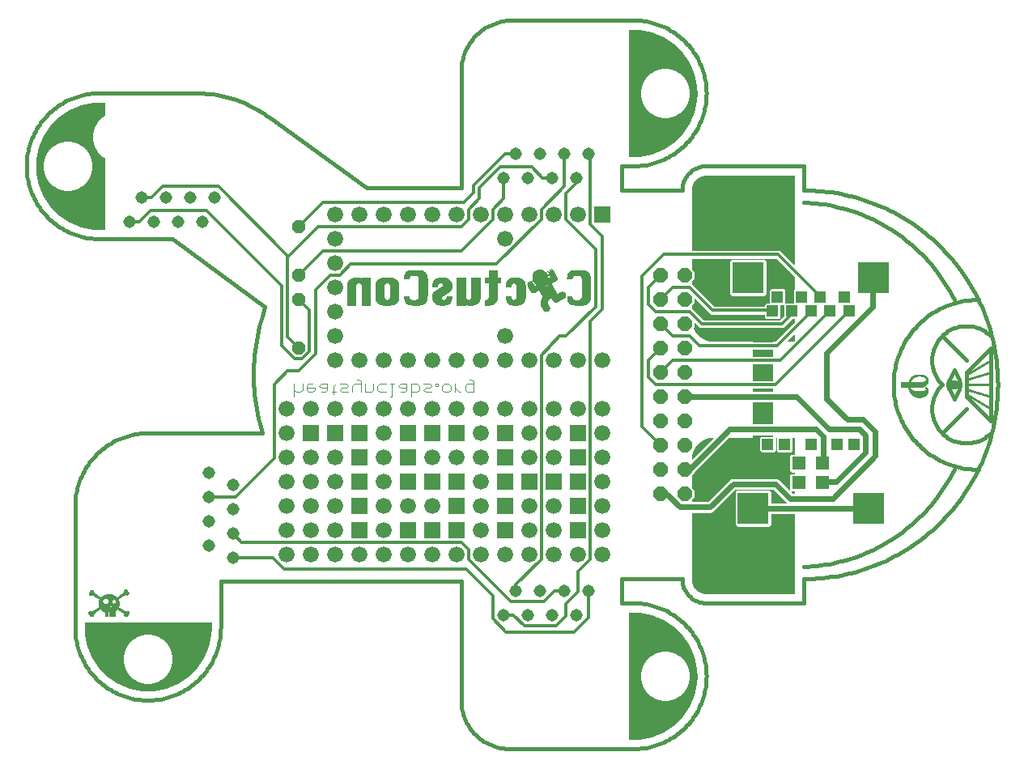
<source format=gbl>
G75*
%MOIN*%
%OFA0B0*%
%FSLAX24Y24*%
%IPPOS*%
%LPD*%
%AMOC8*
5,1,8,0,0,1.08239X$1,22.5*
%
%ADD10C,0.0040*%
%ADD11C,0.0160*%
%ADD12OC8,0.0520*%
%ADD13R,0.1306X0.1306*%
%ADD14R,0.0476X0.0476*%
%ADD15R,0.0562X0.0562*%
%ADD16OC8,0.0600*%
%ADD17C,0.0660*%
%ADD18R,0.0660X0.0660*%
%ADD19C,0.0515*%
%ADD20C,0.0120*%
%ADD21C,0.0240*%
%ADD22C,0.0000*%
%ADD23C,0.0001*%
%ADD24C,0.0100*%
D10*
X011200Y014885D02*
X011200Y015405D01*
X011200Y015145D02*
X011287Y015058D01*
X011460Y015058D01*
X011547Y015145D01*
X011547Y015405D01*
X011976Y015405D02*
X011802Y015405D01*
X011716Y015318D01*
X011716Y015145D01*
X011802Y015058D01*
X011976Y015058D01*
X012063Y015145D01*
X012063Y015232D01*
X011716Y015232D01*
X012318Y015058D02*
X012492Y015058D01*
X012578Y015145D01*
X012578Y015405D01*
X012318Y015405D01*
X012231Y015318D01*
X012318Y015232D01*
X012578Y015232D01*
X012834Y014971D02*
X012834Y015318D01*
X012920Y015405D01*
X012920Y015058D02*
X012747Y015058D01*
X013091Y015405D02*
X013351Y015405D01*
X013438Y015318D01*
X013351Y015232D01*
X013177Y015232D01*
X013091Y015145D01*
X013177Y015058D01*
X013438Y015058D01*
X013606Y015058D02*
X013606Y015318D01*
X013693Y015405D01*
X013953Y015405D01*
X013953Y015058D02*
X013953Y015492D01*
X013867Y015578D01*
X013780Y015578D01*
X014122Y015405D02*
X014122Y015058D01*
X014382Y015058D01*
X014469Y015145D01*
X014469Y015405D01*
X014985Y015058D02*
X014724Y015058D01*
X014638Y015145D01*
X014638Y015318D01*
X014724Y015405D01*
X014985Y015405D01*
X015153Y014885D02*
X015240Y014885D01*
X015240Y015405D01*
X015153Y015405D02*
X015327Y015405D01*
X015584Y015058D02*
X015757Y015058D01*
X015844Y015145D01*
X015844Y015405D01*
X015584Y015405D01*
X015497Y015318D01*
X015584Y015232D01*
X015844Y015232D01*
X016013Y014885D02*
X016013Y015405D01*
X016273Y015405D01*
X016360Y015318D01*
X016360Y015145D01*
X016273Y015058D01*
X016013Y015058D01*
X016528Y015405D02*
X016788Y015405D01*
X016875Y015318D01*
X016788Y015232D01*
X016615Y015232D01*
X016528Y015145D01*
X016615Y015058D01*
X016875Y015058D01*
X017044Y015405D02*
X017044Y015318D01*
X017131Y015318D01*
X017131Y015405D01*
X017044Y015405D01*
X017388Y015405D02*
X017562Y015405D01*
X017649Y015318D01*
X017649Y015145D01*
X017562Y015058D01*
X017388Y015058D01*
X017302Y015145D01*
X017302Y015318D01*
X017388Y015405D01*
X017817Y015405D02*
X017817Y015058D01*
X017817Y015232D02*
X017991Y015058D01*
X018078Y015058D01*
X018421Y015578D02*
X018507Y015578D01*
X018594Y015492D01*
X018594Y015058D01*
X018334Y015058D01*
X018247Y015145D01*
X018247Y015318D01*
X018334Y015405D01*
X018594Y015405D01*
D11*
X038280Y015375D02*
X038282Y015395D01*
X038288Y015413D01*
X038297Y015431D01*
X038309Y015446D01*
X038324Y015458D01*
X038342Y015467D01*
X038360Y015473D01*
X038380Y015475D01*
X038400Y015473D01*
X038418Y015467D01*
X038436Y015458D01*
X038451Y015446D01*
X038463Y015431D01*
X038472Y015413D01*
X038478Y015395D01*
X038480Y015375D01*
X038478Y015355D01*
X038472Y015337D01*
X038463Y015319D01*
X038451Y015304D01*
X038436Y015292D01*
X038418Y015283D01*
X038400Y015277D01*
X038380Y015275D01*
X038360Y015277D01*
X038342Y015283D01*
X038324Y015292D01*
X038309Y015304D01*
X038297Y015319D01*
X038288Y015337D01*
X038282Y015355D01*
X038280Y015375D01*
X024680Y023375D02*
X027180Y023375D01*
X027182Y023435D01*
X027187Y023496D01*
X027196Y023555D01*
X027209Y023614D01*
X027225Y023673D01*
X027245Y023730D01*
X027268Y023785D01*
X027295Y023840D01*
X027324Y023892D01*
X027357Y023943D01*
X027393Y023992D01*
X027431Y024038D01*
X027473Y024082D01*
X027517Y024124D01*
X027563Y024162D01*
X027612Y024198D01*
X027663Y024231D01*
X027715Y024260D01*
X027770Y024287D01*
X027825Y024310D01*
X027882Y024330D01*
X027941Y024346D01*
X028000Y024359D01*
X028059Y024368D01*
X028120Y024373D01*
X028180Y024375D01*
X032180Y024375D01*
X032180Y023375D01*
X032373Y023373D01*
X032567Y023366D01*
X032759Y023354D01*
X032952Y023338D01*
X033144Y023317D01*
X033336Y023291D01*
X033527Y023261D01*
X033717Y023226D01*
X033906Y023187D01*
X034095Y023143D01*
X034282Y023094D01*
X034468Y023041D01*
X034652Y022983D01*
X034835Y022921D01*
X035017Y022855D01*
X035197Y022784D01*
X035375Y022709D01*
X035551Y022630D01*
X035726Y022546D01*
X035898Y022459D01*
X036068Y022367D01*
X036236Y022271D01*
X036401Y022171D01*
X036564Y022067D01*
X036725Y021959D01*
X036882Y021847D01*
X037037Y021732D01*
X037189Y021612D01*
X037339Y021490D01*
X037485Y021363D01*
X037628Y021233D01*
X037768Y021100D01*
X037905Y020963D01*
X038038Y020823D01*
X038168Y020680D01*
X038295Y020534D01*
X038417Y020384D01*
X038537Y020232D01*
X038652Y020077D01*
X038764Y019920D01*
X038872Y019759D01*
X038976Y019596D01*
X039076Y019431D01*
X039172Y019263D01*
X039264Y019093D01*
X039351Y018921D01*
X039435Y018746D01*
X039514Y018570D01*
X039589Y018392D01*
X039660Y018212D01*
X039726Y018030D01*
X039788Y017847D01*
X039846Y017663D01*
X039899Y017477D01*
X039948Y017290D01*
X039992Y017101D01*
X040031Y016912D01*
X040066Y016722D01*
X040096Y016531D01*
X040122Y016339D01*
X040143Y016147D01*
X040159Y015954D01*
X040171Y015762D01*
X040178Y015568D01*
X040180Y015375D01*
X040178Y015182D01*
X040171Y014988D01*
X040159Y014796D01*
X040143Y014603D01*
X040122Y014411D01*
X040096Y014219D01*
X040066Y014028D01*
X040031Y013838D01*
X039992Y013649D01*
X039948Y013460D01*
X039899Y013273D01*
X039846Y013087D01*
X039788Y012903D01*
X039726Y012720D01*
X039660Y012538D01*
X039589Y012358D01*
X039514Y012180D01*
X039435Y012004D01*
X039351Y011829D01*
X039264Y011657D01*
X039172Y011487D01*
X039076Y011319D01*
X038976Y011154D01*
X038872Y010991D01*
X038764Y010830D01*
X038652Y010673D01*
X038537Y010518D01*
X038417Y010366D01*
X038295Y010216D01*
X038168Y010070D01*
X038038Y009927D01*
X037905Y009787D01*
X037768Y009650D01*
X037628Y009517D01*
X037485Y009387D01*
X037339Y009260D01*
X037189Y009138D01*
X037037Y009018D01*
X036882Y008903D01*
X036725Y008791D01*
X036564Y008683D01*
X036401Y008579D01*
X036236Y008479D01*
X036068Y008383D01*
X035898Y008291D01*
X035726Y008204D01*
X035551Y008120D01*
X035375Y008041D01*
X035197Y007966D01*
X035017Y007895D01*
X034835Y007829D01*
X034652Y007767D01*
X034468Y007709D01*
X034282Y007656D01*
X034095Y007607D01*
X033906Y007563D01*
X033717Y007524D01*
X033527Y007489D01*
X033336Y007459D01*
X033144Y007433D01*
X032952Y007412D01*
X032759Y007396D01*
X032567Y007384D01*
X032373Y007377D01*
X032180Y007375D01*
X032180Y006375D01*
X028180Y006375D01*
X028120Y006377D01*
X028059Y006382D01*
X028000Y006391D01*
X027941Y006404D01*
X027882Y006420D01*
X027825Y006440D01*
X027770Y006463D01*
X027715Y006490D01*
X027663Y006519D01*
X027612Y006552D01*
X027563Y006588D01*
X027517Y006626D01*
X027473Y006668D01*
X027431Y006712D01*
X027393Y006758D01*
X027357Y006807D01*
X027324Y006858D01*
X027295Y006910D01*
X027268Y006965D01*
X027245Y007020D01*
X027225Y007077D01*
X027209Y007136D01*
X027196Y007195D01*
X027187Y007254D01*
X027182Y007315D01*
X027180Y007375D01*
X024680Y007375D01*
X024680Y006375D01*
X025180Y006375D01*
X025287Y006373D01*
X025394Y006367D01*
X025501Y006358D01*
X025607Y006344D01*
X025713Y006327D01*
X025818Y006306D01*
X025922Y006282D01*
X026025Y006253D01*
X026127Y006221D01*
X026228Y006186D01*
X026328Y006147D01*
X026426Y006104D01*
X026523Y006058D01*
X026618Y006008D01*
X026711Y005955D01*
X026802Y005899D01*
X026891Y005839D01*
X026978Y005777D01*
X027062Y005711D01*
X027145Y005642D01*
X027224Y005571D01*
X027301Y005496D01*
X027376Y005419D01*
X027447Y005340D01*
X027516Y005257D01*
X027582Y005173D01*
X027644Y005086D01*
X027704Y004997D01*
X027760Y004906D01*
X027813Y004813D01*
X027863Y004718D01*
X027909Y004621D01*
X027952Y004523D01*
X027991Y004423D01*
X028026Y004322D01*
X028058Y004220D01*
X028087Y004117D01*
X028111Y004013D01*
X028132Y003908D01*
X028149Y003802D01*
X028163Y003696D01*
X028172Y003589D01*
X028178Y003482D01*
X028180Y003375D01*
X028178Y003268D01*
X028172Y003161D01*
X028163Y003054D01*
X028149Y002948D01*
X028132Y002842D01*
X028111Y002737D01*
X028087Y002633D01*
X028058Y002530D01*
X028026Y002428D01*
X027991Y002327D01*
X027952Y002227D01*
X027909Y002129D01*
X027863Y002032D01*
X027813Y001937D01*
X027760Y001844D01*
X027704Y001753D01*
X027644Y001664D01*
X027582Y001577D01*
X027516Y001493D01*
X027447Y001410D01*
X027376Y001331D01*
X027301Y001254D01*
X027224Y001179D01*
X027145Y001108D01*
X027062Y001039D01*
X026978Y000973D01*
X026891Y000911D01*
X026802Y000851D01*
X026711Y000795D01*
X026618Y000742D01*
X026523Y000692D01*
X026426Y000646D01*
X026328Y000603D01*
X026228Y000564D01*
X026127Y000529D01*
X026025Y000497D01*
X025922Y000468D01*
X025818Y000444D01*
X025713Y000423D01*
X025607Y000406D01*
X025501Y000392D01*
X025394Y000383D01*
X025287Y000377D01*
X025180Y000375D01*
X020080Y000375D01*
X019993Y000377D01*
X019906Y000383D01*
X019819Y000392D01*
X019733Y000405D01*
X019647Y000422D01*
X019562Y000443D01*
X019479Y000468D01*
X019396Y000496D01*
X019315Y000527D01*
X019235Y000562D01*
X019157Y000601D01*
X019080Y000643D01*
X019005Y000688D01*
X018933Y000737D01*
X018862Y000788D01*
X018794Y000843D01*
X018729Y000900D01*
X018666Y000961D01*
X018605Y001024D01*
X018548Y001089D01*
X018493Y001157D01*
X018442Y001228D01*
X018393Y001300D01*
X018348Y001375D01*
X018306Y001452D01*
X018267Y001530D01*
X018232Y001610D01*
X018201Y001691D01*
X018173Y001774D01*
X018148Y001857D01*
X018127Y001942D01*
X018110Y002028D01*
X018097Y002114D01*
X018088Y002201D01*
X018082Y002288D01*
X018080Y002375D01*
X018080Y007275D01*
X008180Y007275D01*
X008180Y005375D01*
X008178Y005268D01*
X008172Y005161D01*
X008163Y005054D01*
X008149Y004948D01*
X008132Y004842D01*
X008111Y004737D01*
X008087Y004633D01*
X008058Y004530D01*
X008026Y004428D01*
X007991Y004327D01*
X007952Y004227D01*
X007909Y004129D01*
X007863Y004032D01*
X007813Y003937D01*
X007760Y003844D01*
X007704Y003753D01*
X007644Y003664D01*
X007582Y003577D01*
X007516Y003493D01*
X007447Y003410D01*
X007376Y003331D01*
X007301Y003254D01*
X007224Y003179D01*
X007145Y003108D01*
X007062Y003039D01*
X006978Y002973D01*
X006891Y002911D01*
X006802Y002851D01*
X006711Y002795D01*
X006618Y002742D01*
X006523Y002692D01*
X006426Y002646D01*
X006328Y002603D01*
X006228Y002564D01*
X006127Y002529D01*
X006025Y002497D01*
X005922Y002468D01*
X005818Y002444D01*
X005713Y002423D01*
X005607Y002406D01*
X005501Y002392D01*
X005394Y002383D01*
X005287Y002377D01*
X005180Y002375D01*
X005073Y002377D01*
X004966Y002383D01*
X004859Y002392D01*
X004753Y002406D01*
X004647Y002423D01*
X004542Y002444D01*
X004438Y002468D01*
X004335Y002497D01*
X004233Y002529D01*
X004132Y002564D01*
X004032Y002603D01*
X003934Y002646D01*
X003837Y002692D01*
X003742Y002742D01*
X003649Y002795D01*
X003558Y002851D01*
X003469Y002911D01*
X003382Y002973D01*
X003298Y003039D01*
X003215Y003108D01*
X003136Y003179D01*
X003059Y003254D01*
X002984Y003331D01*
X002913Y003410D01*
X002844Y003493D01*
X002778Y003577D01*
X002716Y003664D01*
X002656Y003753D01*
X002600Y003844D01*
X002547Y003937D01*
X002497Y004032D01*
X002451Y004129D01*
X002408Y004227D01*
X002369Y004327D01*
X002334Y004428D01*
X002302Y004530D01*
X002273Y004633D01*
X002249Y004737D01*
X002228Y004842D01*
X002211Y004948D01*
X002197Y005054D01*
X002188Y005161D01*
X002182Y005268D01*
X002180Y005375D01*
X002180Y010375D01*
X002182Y010482D01*
X002188Y010589D01*
X002197Y010696D01*
X002211Y010802D01*
X002228Y010908D01*
X002249Y011013D01*
X002273Y011117D01*
X002302Y011220D01*
X002334Y011322D01*
X002369Y011423D01*
X002408Y011523D01*
X002451Y011621D01*
X002497Y011718D01*
X002547Y011813D01*
X002600Y011906D01*
X002656Y011997D01*
X002716Y012086D01*
X002778Y012173D01*
X002844Y012257D01*
X002913Y012340D01*
X002984Y012419D01*
X003059Y012496D01*
X003136Y012571D01*
X003215Y012642D01*
X003298Y012711D01*
X003382Y012777D01*
X003469Y012839D01*
X003558Y012899D01*
X003649Y012955D01*
X003742Y013008D01*
X003837Y013058D01*
X003934Y013104D01*
X004032Y013147D01*
X004132Y013186D01*
X004233Y013221D01*
X004335Y013253D01*
X004438Y013282D01*
X004542Y013306D01*
X004647Y013327D01*
X004753Y013344D01*
X004859Y013358D01*
X004966Y013367D01*
X005073Y013373D01*
X005180Y013375D01*
X009880Y013375D01*
X009780Y013775D01*
X009734Y013972D01*
X009692Y014170D01*
X009655Y014369D01*
X009622Y014569D01*
X009595Y014770D01*
X009573Y014971D01*
X009555Y015173D01*
X009543Y015375D01*
X009535Y015577D01*
X009532Y015780D01*
X009534Y015982D01*
X009541Y016184D01*
X009553Y016386D01*
X009570Y016588D01*
X009592Y016789D01*
X009619Y016990D01*
X009650Y017190D01*
X009687Y017389D01*
X009728Y017587D01*
X009774Y017785D01*
X009825Y017981D01*
X009880Y018175D01*
X009980Y018575D01*
X006180Y021375D01*
X003180Y021375D01*
X003073Y021377D01*
X002966Y021383D01*
X002859Y021392D01*
X002753Y021406D01*
X002647Y021423D01*
X002542Y021444D01*
X002438Y021468D01*
X002335Y021497D01*
X002233Y021529D01*
X002132Y021564D01*
X002032Y021603D01*
X001934Y021646D01*
X001837Y021692D01*
X001742Y021742D01*
X001649Y021795D01*
X001558Y021851D01*
X001469Y021911D01*
X001382Y021973D01*
X001298Y022039D01*
X001215Y022108D01*
X001136Y022179D01*
X001059Y022254D01*
X000984Y022331D01*
X000913Y022410D01*
X000844Y022493D01*
X000778Y022577D01*
X000716Y022664D01*
X000656Y022753D01*
X000600Y022844D01*
X000547Y022937D01*
X000497Y023032D01*
X000451Y023129D01*
X000408Y023227D01*
X000369Y023327D01*
X000334Y023428D01*
X000302Y023530D01*
X000273Y023633D01*
X000249Y023737D01*
X000228Y023842D01*
X000211Y023948D01*
X000197Y024054D01*
X000188Y024161D01*
X000182Y024268D01*
X000180Y024375D01*
X000182Y024482D01*
X000188Y024589D01*
X000197Y024696D01*
X000211Y024802D01*
X000228Y024908D01*
X000249Y025013D01*
X000273Y025117D01*
X000302Y025220D01*
X000334Y025322D01*
X000369Y025423D01*
X000408Y025523D01*
X000451Y025621D01*
X000497Y025718D01*
X000547Y025813D01*
X000600Y025906D01*
X000656Y025997D01*
X000716Y026086D01*
X000778Y026173D01*
X000844Y026257D01*
X000913Y026340D01*
X000984Y026419D01*
X001059Y026496D01*
X001136Y026571D01*
X001215Y026642D01*
X001298Y026711D01*
X001382Y026777D01*
X001469Y026839D01*
X001558Y026899D01*
X001649Y026955D01*
X001742Y027008D01*
X001837Y027058D01*
X001934Y027104D01*
X002032Y027147D01*
X002132Y027186D01*
X002233Y027221D01*
X002335Y027253D01*
X002438Y027282D01*
X002542Y027306D01*
X002647Y027327D01*
X002753Y027344D01*
X002859Y027358D01*
X002966Y027367D01*
X003073Y027373D01*
X003180Y027375D01*
X007180Y027375D01*
X007320Y027373D01*
X007460Y027367D01*
X007599Y027357D01*
X007738Y027344D01*
X007877Y027326D01*
X008015Y027305D01*
X008153Y027279D01*
X008290Y027250D01*
X008426Y027217D01*
X008561Y027181D01*
X008695Y027140D01*
X008827Y027096D01*
X008959Y027048D01*
X009089Y026996D01*
X009217Y026941D01*
X009344Y026882D01*
X009469Y026820D01*
X009593Y026754D01*
X009715Y026685D01*
X009834Y026612D01*
X009952Y026537D01*
X010067Y026457D01*
X010180Y026375D01*
X014180Y023475D01*
X018080Y023475D01*
X018080Y028275D01*
X018082Y028364D01*
X018088Y028453D01*
X018097Y028542D01*
X018110Y028630D01*
X018127Y028717D01*
X018148Y028804D01*
X018172Y028890D01*
X018200Y028975D01*
X018231Y029058D01*
X018266Y029140D01*
X018305Y029220D01*
X018347Y029299D01*
X018392Y029376D01*
X018440Y029451D01*
X018492Y029524D01*
X018546Y029594D01*
X018604Y029662D01*
X018664Y029728D01*
X018727Y029791D01*
X018793Y029851D01*
X018861Y029909D01*
X018931Y029963D01*
X019004Y030015D01*
X019079Y030063D01*
X019156Y030108D01*
X019235Y030150D01*
X019315Y030189D01*
X019397Y030224D01*
X019480Y030255D01*
X019565Y030283D01*
X019651Y030307D01*
X019738Y030328D01*
X019825Y030345D01*
X019913Y030358D01*
X020002Y030367D01*
X020091Y030373D01*
X020180Y030375D01*
X025180Y030375D01*
X025287Y030373D01*
X025394Y030367D01*
X025501Y030358D01*
X025607Y030344D01*
X025713Y030327D01*
X025818Y030306D01*
X025922Y030282D01*
X026025Y030253D01*
X026127Y030221D01*
X026228Y030186D01*
X026328Y030147D01*
X026426Y030104D01*
X026523Y030058D01*
X026618Y030008D01*
X026711Y029955D01*
X026802Y029899D01*
X026891Y029839D01*
X026978Y029777D01*
X027062Y029711D01*
X027145Y029642D01*
X027224Y029571D01*
X027301Y029496D01*
X027376Y029419D01*
X027447Y029340D01*
X027516Y029257D01*
X027582Y029173D01*
X027644Y029086D01*
X027704Y028997D01*
X027760Y028906D01*
X027813Y028813D01*
X027863Y028718D01*
X027909Y028621D01*
X027952Y028523D01*
X027991Y028423D01*
X028026Y028322D01*
X028058Y028220D01*
X028087Y028117D01*
X028111Y028013D01*
X028132Y027908D01*
X028149Y027802D01*
X028163Y027696D01*
X028172Y027589D01*
X028178Y027482D01*
X028180Y027375D01*
X028178Y027268D01*
X028172Y027161D01*
X028163Y027054D01*
X028149Y026948D01*
X028132Y026842D01*
X028111Y026737D01*
X028087Y026633D01*
X028058Y026530D01*
X028026Y026428D01*
X027991Y026327D01*
X027952Y026227D01*
X027909Y026129D01*
X027863Y026032D01*
X027813Y025937D01*
X027760Y025844D01*
X027704Y025753D01*
X027644Y025664D01*
X027582Y025577D01*
X027516Y025493D01*
X027447Y025410D01*
X027376Y025331D01*
X027301Y025254D01*
X027224Y025179D01*
X027145Y025108D01*
X027062Y025039D01*
X026978Y024973D01*
X026891Y024911D01*
X026802Y024851D01*
X026711Y024795D01*
X026618Y024742D01*
X026523Y024692D01*
X026426Y024646D01*
X026328Y024603D01*
X026228Y024564D01*
X026127Y024529D01*
X026025Y024497D01*
X025922Y024468D01*
X025818Y024444D01*
X025713Y024423D01*
X025607Y024406D01*
X025501Y024392D01*
X025394Y024383D01*
X025287Y024377D01*
X025180Y024375D01*
X024680Y024375D01*
X024680Y023375D01*
X037880Y017375D02*
X037829Y017321D01*
X037781Y017265D01*
X037736Y017206D01*
X037694Y017145D01*
X037655Y017082D01*
X037620Y017017D01*
X037588Y016950D01*
X037560Y016882D01*
X037535Y016812D01*
X037514Y016741D01*
X037497Y016669D01*
X037483Y016596D01*
X037474Y016523D01*
X037468Y016449D01*
X037466Y016375D01*
X037468Y016301D01*
X037474Y016227D01*
X037483Y016154D01*
X037497Y016081D01*
X037514Y016009D01*
X037535Y015938D01*
X037560Y015868D01*
X037588Y015800D01*
X037620Y015733D01*
X037655Y015668D01*
X037694Y015605D01*
X037736Y015544D01*
X037781Y015485D01*
X037829Y015429D01*
X037880Y015375D01*
X037880Y017375D02*
X037934Y017426D01*
X037990Y017474D01*
X038049Y017519D01*
X038110Y017561D01*
X038173Y017600D01*
X038238Y017635D01*
X038305Y017667D01*
X038373Y017695D01*
X038443Y017720D01*
X038514Y017741D01*
X038586Y017758D01*
X038659Y017772D01*
X038732Y017781D01*
X038806Y017787D01*
X038880Y017789D01*
X038954Y017787D01*
X039028Y017781D01*
X039101Y017772D01*
X039174Y017758D01*
X039246Y017741D01*
X039317Y017720D01*
X039387Y017695D01*
X039455Y017667D01*
X039522Y017635D01*
X039587Y017600D01*
X039650Y017561D01*
X039711Y017519D01*
X039770Y017474D01*
X039826Y017426D01*
X039880Y017375D01*
X038880Y016375D02*
X037880Y017375D01*
X037880Y013375D02*
X037934Y013324D01*
X037990Y013276D01*
X038049Y013231D01*
X038110Y013189D01*
X038173Y013150D01*
X038238Y013115D01*
X038305Y013083D01*
X038373Y013055D01*
X038443Y013030D01*
X038514Y013009D01*
X038586Y012992D01*
X038659Y012978D01*
X038732Y012969D01*
X038806Y012963D01*
X038880Y012961D01*
X038954Y012963D01*
X039028Y012969D01*
X039101Y012978D01*
X039174Y012992D01*
X039246Y013009D01*
X039317Y013030D01*
X039387Y013055D01*
X039455Y013083D01*
X039522Y013115D01*
X039587Y013150D01*
X039650Y013189D01*
X039711Y013231D01*
X039770Y013276D01*
X039826Y013324D01*
X039880Y013375D01*
X037880Y013375D02*
X037829Y013429D01*
X037781Y013485D01*
X037736Y013544D01*
X037694Y013605D01*
X037655Y013668D01*
X037620Y013733D01*
X037588Y013800D01*
X037560Y013868D01*
X037535Y013938D01*
X037514Y014009D01*
X037497Y014081D01*
X037483Y014154D01*
X037474Y014227D01*
X037468Y014301D01*
X037466Y014375D01*
X037468Y014449D01*
X037474Y014523D01*
X037483Y014596D01*
X037497Y014669D01*
X037514Y014741D01*
X037535Y014812D01*
X037560Y014882D01*
X037588Y014950D01*
X037620Y015017D01*
X037655Y015082D01*
X037694Y015145D01*
X037736Y015206D01*
X037781Y015265D01*
X037829Y015321D01*
X037880Y015375D01*
X038880Y014375D02*
X037880Y013375D01*
X039380Y011875D02*
X039263Y011877D01*
X039146Y011883D01*
X039030Y011893D01*
X038913Y011906D01*
X038798Y011924D01*
X038683Y011945D01*
X038569Y011970D01*
X038455Y011999D01*
X038343Y012032D01*
X038232Y012069D01*
X038122Y012109D01*
X038014Y012153D01*
X037907Y012200D01*
X037801Y012251D01*
X037698Y012306D01*
X037596Y012364D01*
X037497Y012425D01*
X037399Y012489D01*
X037304Y012557D01*
X037211Y012628D01*
X037120Y012702D01*
X037032Y012779D01*
X036947Y012859D01*
X036864Y012942D01*
X036784Y013027D01*
X036707Y013115D01*
X036633Y013206D01*
X036562Y013299D01*
X036494Y013394D01*
X036430Y013492D01*
X036369Y013591D01*
X036311Y013693D01*
X036256Y013796D01*
X036205Y013902D01*
X036158Y014009D01*
X036114Y014117D01*
X036074Y014227D01*
X036037Y014338D01*
X036004Y014450D01*
X035975Y014564D01*
X035950Y014678D01*
X035929Y014793D01*
X035911Y014908D01*
X035898Y015025D01*
X035888Y015141D01*
X035882Y015258D01*
X035880Y015375D01*
X035882Y015492D01*
X035888Y015609D01*
X035898Y015725D01*
X035911Y015842D01*
X035929Y015957D01*
X035950Y016072D01*
X035975Y016186D01*
X036004Y016300D01*
X036037Y016412D01*
X036074Y016523D01*
X036114Y016633D01*
X036158Y016741D01*
X036205Y016848D01*
X036256Y016954D01*
X036311Y017057D01*
X036369Y017159D01*
X036430Y017258D01*
X036494Y017356D01*
X036562Y017451D01*
X036633Y017544D01*
X036707Y017635D01*
X036784Y017723D01*
X036864Y017808D01*
X036947Y017891D01*
X037032Y017971D01*
X037120Y018048D01*
X037211Y018122D01*
X037304Y018193D01*
X037399Y018261D01*
X037497Y018325D01*
X037596Y018386D01*
X037698Y018444D01*
X037801Y018499D01*
X037907Y018550D01*
X038014Y018597D01*
X038122Y018641D01*
X038232Y018681D01*
X038343Y018718D01*
X038455Y018751D01*
X038569Y018780D01*
X038683Y018805D01*
X038798Y018826D01*
X038913Y018844D01*
X039030Y018857D01*
X039146Y018867D01*
X039263Y018873D01*
X039380Y018875D01*
X038380Y018875D02*
X038300Y019032D01*
X038216Y019187D01*
X038129Y019339D01*
X038037Y019490D01*
X037943Y019638D01*
X037844Y019784D01*
X037742Y019927D01*
X037636Y020068D01*
X037527Y020207D01*
X037415Y020342D01*
X037299Y020475D01*
X037181Y020605D01*
X037059Y020732D01*
X036934Y020856D01*
X036806Y020977D01*
X036675Y021094D01*
X036541Y021209D01*
X036404Y021320D01*
X036265Y021428D01*
X036123Y021532D01*
X035979Y021633D01*
X035832Y021730D01*
X035683Y021824D01*
X035532Y021914D01*
X035378Y022000D01*
X035223Y022082D01*
X035065Y022161D01*
X034906Y022236D01*
X034744Y022306D01*
X034582Y022373D01*
X034417Y022436D01*
X034251Y022495D01*
X034084Y022550D01*
X033915Y022600D01*
X033745Y022647D01*
X033574Y022689D01*
X033402Y022727D01*
X033230Y022761D01*
X033056Y022791D01*
X032882Y022816D01*
X032707Y022837D01*
X032532Y022854D01*
X032356Y022866D01*
X032180Y022875D01*
X038380Y011875D02*
X038300Y011718D01*
X038216Y011563D01*
X038129Y011411D01*
X038037Y011260D01*
X037943Y011112D01*
X037844Y010966D01*
X037742Y010823D01*
X037636Y010682D01*
X037527Y010543D01*
X037415Y010408D01*
X037299Y010275D01*
X037181Y010145D01*
X037059Y010018D01*
X036934Y009894D01*
X036806Y009773D01*
X036675Y009656D01*
X036541Y009541D01*
X036404Y009430D01*
X036265Y009322D01*
X036123Y009218D01*
X035979Y009117D01*
X035832Y009020D01*
X035683Y008926D01*
X035532Y008836D01*
X035378Y008750D01*
X035223Y008668D01*
X035065Y008589D01*
X034906Y008514D01*
X034744Y008444D01*
X034582Y008377D01*
X034417Y008314D01*
X034251Y008255D01*
X034084Y008200D01*
X033915Y008150D01*
X033745Y008103D01*
X033574Y008061D01*
X033402Y008023D01*
X033230Y007989D01*
X033056Y007959D01*
X032882Y007934D01*
X032707Y007913D01*
X032532Y007896D01*
X032356Y007884D01*
X032180Y007875D01*
X038180Y015575D02*
X038380Y015975D01*
X038580Y015575D01*
X038597Y015537D01*
X038610Y015498D01*
X038619Y015457D01*
X038625Y015416D01*
X038627Y015375D01*
X038625Y015334D01*
X038619Y015293D01*
X038610Y015252D01*
X038597Y015213D01*
X038580Y015175D01*
X038380Y014775D01*
X038180Y015175D01*
X038163Y015213D01*
X038150Y015252D01*
X038141Y015293D01*
X038135Y015334D01*
X038133Y015375D01*
X038135Y015416D01*
X038141Y015457D01*
X038150Y015498D01*
X038163Y015537D01*
X038180Y015575D01*
X039880Y016875D02*
X039880Y016375D01*
X039880Y015875D01*
X039880Y015375D01*
X039880Y014875D01*
X039880Y014375D01*
X039880Y013875D01*
X038880Y014875D01*
X038880Y014975D01*
X038880Y015175D01*
X038880Y015375D01*
X038880Y015575D01*
X038880Y015775D01*
X038880Y015875D01*
X039880Y016875D01*
D12*
X011380Y018875D03*
X011380Y016875D03*
X011380Y019875D03*
X011380Y021875D03*
D13*
X029893Y019775D03*
X035067Y019775D03*
X034850Y010275D03*
X030110Y010275D03*
D14*
X032086Y018988D03*
X032874Y018988D03*
X031102Y018988D03*
X033858Y018988D03*
X031693Y018397D03*
X030905Y018397D03*
X033267Y018397D03*
X034055Y018397D03*
X032480Y018397D03*
X032480Y012917D03*
X033563Y012917D03*
X031397Y012917D03*
X030708Y012917D03*
X034252Y012917D03*
D15*
X032972Y011342D03*
X031988Y011342D03*
X032972Y012129D03*
X031988Y012129D03*
D16*
X026280Y019875D03*
X027280Y019875D03*
X026280Y018875D03*
X027280Y018875D03*
X026280Y017875D03*
X027280Y017875D03*
X026280Y016875D03*
X027280Y016875D03*
X026280Y015875D03*
X027280Y015875D03*
X026280Y014875D03*
X027280Y014875D03*
X026280Y013875D03*
X027280Y013875D03*
X026280Y012875D03*
X027280Y012875D03*
X026280Y011875D03*
X027280Y011875D03*
X026280Y010875D03*
X027280Y010875D03*
D17*
X013880Y016375D03*
X014880Y016375D03*
X015880Y016375D03*
X016880Y016375D03*
X017880Y016375D03*
X018880Y016375D03*
X019880Y016375D03*
X020880Y016375D03*
X021880Y016375D03*
X022880Y016375D03*
X023880Y016375D03*
X012880Y016375D03*
X012880Y017375D03*
X012880Y018375D03*
X012880Y019375D03*
X012880Y020375D03*
X012880Y021375D03*
X012880Y022375D03*
X013880Y022375D03*
X014880Y022375D03*
X015880Y022375D03*
X016880Y022375D03*
X017880Y022375D03*
X018880Y022375D03*
X019880Y022375D03*
X020880Y022375D03*
X021880Y022375D03*
X022880Y022375D03*
X019880Y021375D03*
X019880Y017375D03*
X010880Y008375D03*
X011880Y008375D03*
X012880Y008375D03*
X013880Y008375D03*
X014880Y008375D03*
X015880Y008375D03*
X016880Y008375D03*
X017880Y008375D03*
X018880Y008375D03*
X019880Y008375D03*
X020880Y008375D03*
X021880Y008375D03*
X010880Y014375D03*
X011880Y014375D03*
X012880Y014375D03*
X013880Y014375D03*
X014880Y014375D03*
X015880Y014375D03*
X016880Y014375D03*
X017880Y014375D03*
X018880Y014375D03*
X019880Y014375D03*
X020880Y014375D03*
X021880Y014375D03*
X012880Y012375D03*
X011880Y012375D03*
X012880Y009375D03*
X011880Y009375D03*
X012880Y010375D03*
X011880Y010375D03*
X021880Y009375D03*
X014880Y009375D03*
X014880Y010375D03*
X014880Y013375D03*
X021880Y013375D03*
X014880Y012375D03*
X021880Y012375D03*
X023880Y012375D03*
X023880Y013375D03*
X022880Y014375D03*
X023880Y014375D03*
X012880Y011375D03*
X011880Y011375D03*
X014880Y011375D03*
X023880Y011375D03*
X010880Y009375D03*
X010880Y010375D03*
X010880Y011375D03*
X010880Y012375D03*
X010880Y013375D03*
X022880Y008375D03*
X023880Y008375D03*
X023880Y009375D03*
X023880Y010375D03*
X021880Y010375D03*
X018880Y012375D03*
X017880Y012375D03*
X016880Y010375D03*
X015880Y010375D03*
X016880Y012375D03*
X018880Y009375D03*
X018880Y010375D03*
X018880Y011375D03*
X018880Y013375D03*
X020880Y010375D03*
X020880Y009375D03*
X020880Y012375D03*
X020880Y013375D03*
D18*
X023880Y022375D03*
X022880Y009375D03*
X022880Y010375D03*
X022880Y011375D03*
X022880Y012375D03*
X022880Y013375D03*
X021880Y011375D03*
X020880Y011375D03*
X019880Y013375D03*
X019880Y012375D03*
X019880Y011375D03*
X019880Y010375D03*
X019880Y009375D03*
X015880Y009375D03*
X016880Y009375D03*
X017880Y009375D03*
X017880Y010375D03*
X017880Y011375D03*
X016880Y011375D03*
X015880Y011375D03*
X015880Y012375D03*
X015880Y013375D03*
X016880Y013375D03*
X017880Y013375D03*
X013880Y009375D03*
X013880Y010375D03*
X013880Y011375D03*
X013880Y012375D03*
X013880Y013375D03*
X012880Y013375D03*
X011880Y013375D03*
D19*
X020830Y005875D03*
X021830Y005875D03*
X022330Y006875D03*
X021330Y006875D03*
X020330Y006875D03*
X022830Y005875D03*
X019830Y005875D03*
X023330Y006875D03*
X022330Y024875D03*
X021330Y024875D03*
X020830Y023875D03*
X021830Y023875D03*
X022830Y023875D03*
X020330Y024875D03*
X023330Y024875D03*
X019830Y023875D03*
X006930Y023075D03*
X005930Y023075D03*
X005430Y022075D03*
X006430Y022075D03*
X007430Y022075D03*
X004930Y023075D03*
X007930Y023075D03*
X004430Y022075D03*
X007680Y010725D03*
X007680Y009725D03*
X008680Y009225D03*
X008680Y010225D03*
X008680Y011225D03*
X007680Y008725D03*
X007680Y011725D03*
X008680Y008225D03*
D20*
X019830Y005875D02*
X020230Y005875D01*
X020680Y005425D01*
X021980Y005425D01*
X022380Y005825D01*
X022380Y006325D01*
X022880Y006825D01*
X022880Y007675D01*
X023380Y008175D01*
X023380Y017975D01*
X023880Y018475D01*
X023880Y021475D01*
X023380Y021975D01*
X023380Y024825D01*
X023330Y024875D01*
X020330Y006875D02*
X020330Y007125D01*
X021380Y008175D01*
X021380Y016575D01*
X023630Y018575D02*
X022380Y017375D01*
X022130Y017375D01*
X021380Y016575D01*
X023630Y018575D02*
X023630Y020925D01*
X022380Y022175D01*
X022380Y023225D01*
X022830Y023675D01*
X022830Y023875D01*
X022330Y024875D02*
X022330Y023525D01*
X021380Y022575D01*
X021380Y022175D01*
X019530Y020325D01*
X013530Y020325D01*
X013080Y019875D01*
X012680Y019875D01*
X012080Y019275D01*
X012080Y016625D01*
X011380Y015925D01*
X010930Y015925D01*
X010380Y015375D01*
X010380Y012325D01*
X008780Y010725D01*
X007680Y010725D01*
X004930Y023075D02*
X005330Y023075D01*
X005780Y023525D01*
X008080Y023525D01*
X010930Y020675D01*
X010930Y017325D01*
X011380Y016875D01*
X021830Y023875D02*
X021430Y023875D01*
X020980Y024325D01*
X019680Y024325D01*
X018830Y023475D01*
X018830Y023025D01*
X018380Y022575D01*
X018380Y022175D01*
X018080Y021875D01*
X012180Y021875D01*
X010980Y020675D01*
X010930Y020675D01*
X004430Y022075D02*
X004830Y022075D01*
X005280Y022525D01*
X007580Y022525D01*
X010680Y019425D01*
X010680Y016975D01*
X011230Y016425D01*
X011530Y016425D01*
X011830Y016725D01*
X011830Y018425D01*
X011380Y018875D01*
X022330Y006875D02*
X021930Y006875D01*
X021480Y006425D01*
X020130Y006425D01*
X018380Y008175D01*
X018380Y008575D01*
X018080Y008875D01*
X009030Y008875D01*
X008680Y009225D01*
X020330Y024875D02*
X019880Y024875D01*
X018580Y023575D01*
X018580Y023275D01*
X018180Y022875D01*
X012380Y022875D01*
X011380Y021875D01*
X019830Y023875D02*
X019830Y023025D01*
X019380Y022575D01*
X019380Y022175D01*
X018080Y020875D01*
X012380Y020875D01*
X011380Y019875D01*
X008680Y008225D02*
X010330Y008225D01*
X010780Y007775D01*
X018280Y007775D01*
X019380Y006675D01*
X019380Y005725D01*
X019930Y005175D01*
X022730Y005175D01*
X023330Y005775D01*
X023330Y006875D01*
X032830Y019025D02*
X031130Y020725D01*
X026430Y020725D01*
X025530Y019825D01*
X025530Y013625D01*
X026280Y012875D01*
X032830Y019025D02*
X032874Y018988D01*
X033230Y018375D02*
X031230Y016375D01*
X026780Y016375D01*
X026280Y015875D01*
X033230Y018375D02*
X033267Y018397D01*
X034030Y018375D02*
X031030Y015375D01*
X026080Y015375D01*
X025780Y015675D01*
X025780Y016375D01*
X026280Y016875D01*
X034030Y018375D02*
X034055Y018397D01*
X032480Y018375D02*
X031080Y016975D01*
X027880Y016975D01*
X027480Y017375D01*
X026780Y017375D01*
X026280Y017875D01*
X032480Y018375D02*
X032480Y018397D01*
X030880Y018425D02*
X028430Y018425D01*
X027480Y019375D01*
X026780Y019375D01*
X026280Y018875D01*
X030880Y018425D02*
X030905Y018397D01*
X031680Y018375D02*
X031680Y018275D01*
X031280Y017875D01*
X027980Y017875D01*
X027480Y018375D01*
X026080Y018375D01*
X025780Y018675D01*
X025780Y019375D01*
X026280Y019875D01*
X031680Y018375D02*
X031693Y018397D01*
D21*
X026280Y010875D02*
X026530Y010875D01*
X027080Y010325D01*
X028330Y010325D01*
X029280Y011275D01*
X031030Y011275D01*
X031630Y010675D01*
X033380Y010675D01*
X035130Y012425D01*
X035130Y013425D01*
X034630Y013925D01*
X033980Y013925D01*
X033130Y014775D01*
X033130Y016675D01*
X035030Y018575D01*
X035030Y019775D01*
X035067Y019775D01*
X032980Y011375D02*
X033530Y011375D01*
X034730Y012575D01*
X034730Y013275D01*
X034480Y013525D01*
X033230Y013525D01*
X031880Y014875D01*
X027280Y014875D01*
X032980Y011375D02*
X032972Y011342D01*
X032980Y012175D02*
X032980Y013225D01*
X032680Y013525D01*
X029130Y013525D01*
X027480Y011875D01*
X027280Y011875D01*
X032972Y012129D02*
X032980Y012175D01*
X034850Y010275D02*
X030110Y010275D01*
D22*
X031780Y007455D02*
X031780Y007455D01*
X031780Y006775D01*
X028180Y006775D01*
X028086Y006782D01*
X027908Y006840D01*
X027756Y006951D01*
X027645Y007103D01*
X027587Y007281D01*
X027580Y007375D01*
X027580Y007455D01*
X027580Y007455D01*
X027580Y010085D01*
X028378Y010085D01*
X028466Y010122D01*
X029379Y011035D01*
X030931Y011035D01*
X031451Y010515D01*
X030863Y010515D01*
X030863Y010969D01*
X030804Y011028D01*
X029416Y011028D01*
X029357Y010969D01*
X029357Y009581D01*
X029416Y009522D01*
X030804Y009522D01*
X030863Y009581D01*
X030863Y010035D01*
X031780Y010035D01*
X031780Y007455D01*
X031780Y010961D02*
X031780Y010915D01*
X031729Y010915D01*
X031684Y010961D01*
X031780Y010961D01*
X031780Y017180D02*
X031775Y017175D01*
X031535Y017175D01*
X031780Y017420D01*
X031780Y017180D01*
X031355Y017695D02*
X031460Y017800D01*
X031719Y018059D01*
X031780Y018059D01*
X031780Y017930D01*
X031025Y017175D01*
X030880Y017175D01*
X030880Y017155D01*
X030080Y017155D01*
X030080Y017175D01*
X028480Y017175D01*
X028339Y017186D01*
X028202Y017219D01*
X028071Y017273D01*
X027951Y017347D01*
X027844Y017439D01*
X027752Y017546D01*
X027678Y017666D01*
X027666Y017695D01*
X027680Y017709D01*
X027680Y017920D01*
X027905Y017695D01*
X028055Y017695D01*
X031355Y017695D01*
X030567Y018245D02*
X030567Y018118D01*
X030626Y018059D01*
X031184Y018059D01*
X031243Y018118D01*
X031243Y018650D01*
X031355Y018650D01*
X031355Y018204D01*
X031205Y018055D01*
X028055Y018055D01*
X027660Y018450D01*
X027580Y018530D01*
X027580Y018609D01*
X027680Y018709D01*
X027680Y018920D01*
X028355Y018245D01*
X028505Y018245D01*
X030567Y018245D01*
X030764Y019267D02*
X030764Y018735D01*
X030626Y018735D01*
X030567Y018676D01*
X030567Y018605D01*
X028505Y018605D01*
X027660Y019450D01*
X027580Y019530D01*
X027580Y019609D01*
X027680Y019709D01*
X027680Y020041D01*
X027580Y020141D01*
X027580Y020545D01*
X031055Y020545D01*
X031780Y019820D01*
X031780Y019298D01*
X031748Y019267D01*
X031748Y018735D01*
X031440Y018735D01*
X031440Y019267D01*
X031381Y019325D01*
X030823Y019325D01*
X030764Y019267D01*
X029141Y020469D02*
X029141Y019081D01*
X029199Y019022D01*
X030588Y019022D01*
X030646Y019081D01*
X030646Y020469D01*
X030588Y020528D01*
X029199Y020528D01*
X029141Y020469D01*
X030880Y016555D02*
X030080Y016555D01*
X030080Y016795D01*
X030880Y016795D01*
X030880Y016555D01*
X030080Y015195D02*
X030880Y015195D01*
X030880Y015115D01*
X030080Y015115D01*
X030080Y015195D01*
X027591Y012416D02*
X027624Y012553D01*
X027678Y012684D01*
X027752Y012804D01*
X027844Y012911D01*
X027951Y013003D01*
X028071Y013077D01*
X028202Y013131D01*
X028339Y013164D01*
X028437Y013172D01*
X027583Y012318D01*
X027591Y012416D01*
X030880Y013255D02*
X030429Y013255D01*
X030371Y013196D01*
X030371Y012638D01*
X030429Y012579D01*
X030988Y012579D01*
X031046Y012638D01*
X031046Y013175D01*
X031060Y013175D01*
X031060Y012638D01*
X031118Y012579D01*
X031677Y012579D01*
X031735Y012638D01*
X031735Y013175D01*
X031780Y013175D01*
X031780Y012510D01*
X031665Y012510D01*
X031607Y012452D01*
X031607Y011807D01*
X031665Y011748D01*
X031780Y011748D01*
X031780Y011723D01*
X031665Y011723D01*
X031607Y011664D01*
X031607Y011038D01*
X031166Y011478D01*
X031078Y011515D01*
X029232Y011515D01*
X029144Y011478D01*
X029077Y011411D01*
X028231Y010565D01*
X027580Y010565D01*
X027580Y010609D01*
X027680Y010709D01*
X027680Y011041D01*
X027580Y011141D01*
X027580Y011609D01*
X027680Y011709D01*
X027680Y011736D01*
X027683Y011739D01*
X029119Y013175D01*
X030080Y013175D01*
X030080Y013285D01*
X030880Y013285D01*
X030880Y013255D01*
X030080Y014635D02*
X030880Y014635D01*
X030880Y013765D01*
X030080Y013765D01*
X030080Y014635D01*
X030080Y016195D02*
X030880Y016195D01*
X030880Y015555D01*
X030080Y015555D01*
X030080Y016195D01*
X027580Y023295D02*
X027580Y023295D01*
X027580Y023375D01*
X027587Y023469D01*
X027645Y023647D01*
X027756Y023799D01*
X027908Y023910D01*
X028086Y023968D01*
X028180Y023975D01*
X031780Y023975D01*
X031780Y023295D01*
X031780Y023295D01*
X031780Y020330D01*
X031310Y020800D01*
X031205Y020905D01*
X027580Y020905D01*
X027580Y023295D01*
X024980Y029975D02*
X025180Y029975D01*
X025435Y029962D01*
X025935Y029863D01*
X026406Y029668D01*
X026829Y029385D01*
X027190Y029024D01*
X027473Y028601D01*
X027668Y028130D01*
X027767Y027630D01*
X027780Y027375D01*
X027780Y027375D01*
X027767Y027120D01*
X027668Y026620D01*
X027473Y026149D01*
X027190Y025726D01*
X027190Y025726D01*
X026829Y025365D01*
X026406Y025082D01*
X025935Y024887D01*
X025435Y024788D01*
X025180Y024775D01*
X024980Y024775D01*
X024980Y029975D01*
X027510Y027239D02*
X027510Y027511D01*
X027440Y027773D01*
X027304Y028007D01*
X027112Y028199D01*
X026878Y028335D01*
X026616Y028405D01*
X026344Y028405D01*
X026082Y028335D01*
X025848Y028199D01*
X025656Y028007D01*
X025520Y027773D01*
X025450Y027511D01*
X025450Y027239D01*
X025520Y026977D01*
X025656Y026743D01*
X025848Y026551D01*
X026082Y026415D01*
X026344Y026345D01*
X026616Y026345D01*
X026878Y026415D01*
X027112Y026551D01*
X027304Y026743D01*
X027440Y026977D01*
X027510Y027239D01*
X003380Y021775D02*
X003180Y021775D01*
X002925Y021788D01*
X002425Y021887D01*
X001954Y022082D01*
X001531Y022365D01*
X001170Y022726D01*
X000887Y023149D01*
X000692Y023620D01*
X000593Y024120D01*
X000580Y024375D01*
X000580Y024375D01*
X000593Y024630D01*
X000692Y025130D01*
X000887Y025601D01*
X001170Y026024D01*
X001531Y026385D01*
X001954Y026668D01*
X002425Y026863D01*
X002925Y026962D01*
X003180Y026975D01*
X003380Y026975D01*
X003380Y026458D01*
X003292Y026407D01*
X003098Y026213D01*
X002961Y025976D01*
X002890Y025712D01*
X002890Y025438D01*
X002961Y025174D01*
X003098Y024937D01*
X003292Y024743D01*
X003380Y024692D01*
X003380Y021775D01*
X002910Y024239D02*
X002910Y024511D01*
X002840Y024773D01*
X002704Y025007D01*
X002512Y025199D01*
X002278Y025335D01*
X002016Y025405D01*
X001744Y025405D01*
X001482Y025335D01*
X001248Y025199D01*
X001056Y025007D01*
X000920Y024773D01*
X000850Y024511D01*
X000850Y024239D01*
X000920Y023977D01*
X001056Y023743D01*
X001248Y023551D01*
X001482Y023415D01*
X001744Y023345D01*
X002016Y023345D01*
X002278Y023415D01*
X002512Y023551D01*
X002704Y023743D01*
X002840Y023977D01*
X002910Y024239D01*
X007780Y005575D02*
X007780Y005375D01*
X007767Y005120D01*
X007668Y004620D01*
X007473Y004149D01*
X007190Y003726D01*
X006829Y003365D01*
X006406Y003082D01*
X005935Y002887D01*
X005435Y002788D01*
X005180Y002775D01*
X005180Y002775D01*
X004925Y002788D01*
X004425Y002887D01*
X003954Y003082D01*
X003531Y003365D01*
X003170Y003726D01*
X002887Y004149D01*
X002692Y004620D01*
X002593Y005120D01*
X002580Y005375D01*
X002580Y005575D01*
X007780Y005575D01*
X006210Y003939D02*
X006210Y004211D01*
X006140Y004473D01*
X006004Y004707D01*
X005812Y004899D01*
X005578Y005035D01*
X005316Y005105D01*
X005044Y005105D01*
X004782Y005035D01*
X004548Y004899D01*
X004356Y004707D01*
X004220Y004473D01*
X004150Y004211D01*
X004150Y003939D01*
X004220Y003677D01*
X004356Y003443D01*
X004548Y003251D01*
X004782Y003115D01*
X005044Y003045D01*
X005316Y003045D01*
X005578Y003115D01*
X005812Y003251D01*
X006004Y003443D01*
X006140Y003677D01*
X006210Y003939D01*
X024980Y005975D02*
X025180Y005975D01*
X025435Y005962D01*
X025935Y005863D01*
X026406Y005668D01*
X026829Y005385D01*
X027190Y005024D01*
X027473Y004601D01*
X027668Y004130D01*
X027767Y003630D01*
X027780Y003375D01*
X027780Y003375D01*
X027767Y003120D01*
X027668Y002620D01*
X027473Y002149D01*
X027190Y001726D01*
X026829Y001365D01*
X026406Y001082D01*
X025935Y000887D01*
X025435Y000788D01*
X025180Y000775D01*
X024980Y000775D01*
X024980Y005975D01*
X027510Y003239D02*
X027510Y003511D01*
X027440Y003773D01*
X027304Y004007D01*
X027112Y004199D01*
X026878Y004335D01*
X026616Y004405D01*
X026344Y004405D01*
X026082Y004335D01*
X025848Y004199D01*
X025656Y004007D01*
X025520Y003773D01*
X025450Y003511D01*
X025450Y003239D01*
X025520Y002977D01*
X025656Y002743D01*
X025848Y002551D01*
X026082Y002415D01*
X026344Y002345D01*
X026616Y002345D01*
X026878Y002415D01*
X027112Y002551D01*
X027304Y002743D01*
X027440Y002977D01*
X027510Y003239D01*
X036891Y015488D02*
X036903Y015488D01*
X036907Y015488D01*
X036920Y015488D01*
X036924Y015488D01*
X036936Y015488D01*
X036940Y015488D01*
X036948Y015488D01*
X036952Y015488D01*
X036960Y015488D01*
X036964Y015488D01*
X036972Y015488D01*
X036976Y015489D01*
X036984Y015489D01*
X036988Y015489D01*
X036992Y015489D01*
X036996Y015489D01*
X037004Y015489D01*
X037008Y015489D01*
X037012Y015489D01*
X037016Y015489D01*
X037024Y015489D01*
X037028Y015489D01*
X037032Y015489D01*
X037036Y015489D01*
X037040Y015489D01*
X037044Y015489D01*
X037048Y015489D01*
X037052Y015489D01*
X037056Y015489D01*
X037060Y015489D01*
X037064Y015490D01*
X037068Y015490D01*
X037072Y015490D01*
X037076Y015490D01*
X037080Y015490D01*
X037084Y015490D01*
X037088Y015490D01*
X037093Y015490D01*
X037096Y015490D01*
X037101Y015490D01*
X037105Y015490D01*
X037109Y015490D01*
X037113Y015491D01*
X037117Y015491D01*
X037121Y015491D01*
X037125Y015492D01*
X037128Y015492D01*
X037132Y015493D01*
X037136Y015494D01*
X037140Y015494D01*
X037144Y015495D01*
X037148Y015496D01*
X037152Y015497D01*
X037156Y015498D01*
X037160Y015499D01*
X037164Y015500D01*
X037167Y015501D01*
X037171Y015503D01*
X037175Y015504D01*
X037178Y015505D01*
X037182Y015507D01*
X037186Y015509D01*
X037189Y015510D01*
X037193Y015512D01*
X037196Y015514D01*
X037200Y015516D01*
X037203Y015519D01*
X037206Y015521D01*
X037209Y015523D01*
X037212Y015526D01*
X037215Y015529D01*
X037218Y015532D01*
X037220Y015535D01*
X037223Y015538D01*
X037225Y015542D01*
X037227Y015545D01*
X037228Y015548D01*
X037230Y015552D01*
X037231Y015555D01*
X037232Y015559D01*
X037233Y015563D01*
X037233Y015567D01*
X037234Y015570D01*
X037234Y015574D01*
X037234Y015586D01*
X037234Y015589D01*
X037233Y015593D01*
X037233Y015597D01*
X037232Y015601D01*
X037232Y015605D01*
X037231Y015609D01*
X037230Y015612D01*
X037229Y015616D01*
X037227Y015620D01*
X037226Y015623D01*
X037224Y015627D01*
X037222Y015630D01*
X037220Y015633D01*
X037218Y015637D01*
X037215Y015640D01*
X037213Y015643D01*
X037210Y015646D01*
X037208Y015648D01*
X037205Y015651D01*
X037202Y015654D01*
X037199Y015657D01*
X037196Y015659D01*
X037193Y015662D01*
X037190Y015664D01*
X037187Y015667D01*
X037184Y015669D01*
X037181Y015672D01*
X037178Y015674D01*
X037174Y015676D01*
X037171Y015678D01*
X037168Y015680D01*
X037164Y015682D01*
X037161Y015684D01*
X037157Y015686D01*
X037154Y015688D01*
X037150Y015690D01*
X037147Y015692D01*
X037143Y015694D01*
X037140Y015695D01*
X037136Y015697D01*
X037133Y015699D01*
X037129Y015700D01*
X037125Y015702D01*
X037121Y015703D01*
X037118Y015704D01*
X037114Y015706D01*
X037110Y015707D01*
X037107Y015708D01*
X037103Y015710D01*
X037099Y015711D01*
X037095Y015712D01*
X037091Y015713D01*
X037088Y015714D01*
X037084Y015715D01*
X037080Y015716D01*
X037076Y015717D01*
X037072Y015718D01*
X037069Y015719D01*
X037065Y015720D01*
X037061Y015721D01*
X037057Y015722D01*
X037053Y015722D01*
X037049Y015723D01*
X037045Y015724D01*
X037041Y015724D01*
X037037Y015725D01*
X037033Y015725D01*
X037029Y015726D01*
X037025Y015726D01*
X037021Y015727D01*
X037017Y015727D01*
X037013Y015727D01*
X037009Y015728D01*
X037005Y015728D01*
X037001Y015728D01*
X036997Y015728D01*
X036993Y015729D01*
X036989Y015729D01*
X036981Y015729D01*
X036977Y015729D01*
X036973Y015729D01*
X036969Y015729D01*
X036965Y015729D01*
X036957Y015729D01*
X036953Y015729D01*
X036949Y015729D01*
X036945Y015729D01*
X036941Y015729D01*
X036933Y015729D01*
X036929Y015729D01*
X036925Y015728D01*
X036921Y015728D01*
X036917Y015728D01*
X036913Y015728D01*
X036909Y015727D01*
X036905Y015727D01*
X036901Y015727D01*
X036897Y015727D01*
X036892Y015726D01*
X036891Y015726D01*
X036891Y015783D01*
X036894Y015783D01*
X036898Y015784D01*
X036902Y015784D01*
X036906Y015784D01*
X036910Y015785D01*
X036914Y015785D01*
X036918Y015785D01*
X036922Y015786D01*
X036926Y015786D01*
X036930Y015786D01*
X036934Y015786D01*
X036938Y015786D01*
X036942Y015786D01*
X036946Y015787D01*
X036950Y015787D01*
X036954Y015787D01*
X036959Y015787D01*
X036963Y015787D01*
X036979Y015787D01*
X036983Y015787D01*
X036987Y015787D01*
X036991Y015787D01*
X036995Y015787D01*
X036999Y015786D01*
X037003Y015786D01*
X037007Y015786D01*
X037011Y015786D01*
X037015Y015785D01*
X037019Y015785D01*
X037023Y015785D01*
X037027Y015784D01*
X037031Y015784D01*
X037035Y015784D01*
X037039Y015783D01*
X037043Y015783D01*
X037047Y015782D01*
X037051Y015782D01*
X037055Y015781D01*
X037059Y015780D01*
X037063Y015780D01*
X037067Y015779D01*
X037071Y015779D01*
X037075Y015778D01*
X037079Y015777D01*
X037083Y015776D01*
X037087Y015775D01*
X037091Y015774D01*
X037095Y015774D01*
X037099Y015773D01*
X037103Y015772D01*
X037107Y015771D01*
X037111Y015770D01*
X037115Y015768D01*
X037118Y015767D01*
X037126Y015765D01*
X037130Y015763D01*
X037134Y015762D01*
X037138Y015761D01*
X037141Y015759D01*
X037145Y015758D01*
X037149Y015756D01*
X037153Y015755D01*
X037156Y015753D01*
X037160Y015751D01*
X037164Y015750D01*
X037167Y015748D01*
X037171Y015746D01*
X037175Y015744D01*
X037178Y015742D01*
X037182Y015740D01*
X037185Y015738D01*
X037189Y015736D01*
X037192Y015734D01*
X037195Y015732D01*
X037199Y015730D01*
X037202Y015728D01*
X037205Y015725D01*
X037209Y015723D01*
X037212Y015720D01*
X037215Y015718D01*
X037218Y015715D01*
X037221Y015713D01*
X037224Y015710D01*
X037227Y015708D01*
X037230Y015705D01*
X037233Y015702D01*
X037236Y015699D01*
X037239Y015696D01*
X037242Y015694D01*
X037244Y015691D01*
X037247Y015688D01*
X037250Y015685D01*
X037252Y015682D01*
X037255Y015678D01*
X037257Y015675D01*
X037260Y015672D01*
X037262Y015669D01*
X037264Y015665D01*
X037266Y015662D01*
X037269Y015659D01*
X037271Y015655D01*
X037273Y015652D01*
X037275Y015648D01*
X037276Y015645D01*
X037278Y015641D01*
X037280Y015637D01*
X037281Y015634D01*
X037283Y015630D01*
X037284Y015626D01*
X037286Y015623D01*
X037287Y015619D01*
X037288Y015615D01*
X037289Y015611D01*
X037290Y015607D01*
X037291Y015603D01*
X037292Y015599D01*
X037293Y015595D01*
X037293Y015591D01*
X037294Y015588D01*
X037294Y015584D01*
X037295Y015580D01*
X037295Y015576D01*
X037296Y015572D01*
X037296Y015568D01*
X037296Y015564D01*
X037296Y015560D01*
X037296Y015555D01*
X037296Y015552D01*
X037296Y015548D01*
X037296Y015544D01*
X037296Y015539D01*
X037296Y015536D01*
X037295Y015532D01*
X037295Y015528D01*
X037295Y015524D01*
X037294Y015520D01*
X037294Y015516D01*
X037293Y015512D01*
X037293Y015508D01*
X037292Y015504D01*
X037292Y015500D01*
X037291Y015496D01*
X037290Y015492D01*
X037289Y015488D01*
X037288Y015484D01*
X037287Y015481D01*
X037286Y015477D01*
X037285Y015473D01*
X037284Y015469D01*
X037283Y015465D01*
X037282Y015462D01*
X037280Y015458D01*
X037279Y015454D01*
X037277Y015450D01*
X037276Y015447D01*
X037274Y015443D01*
X037272Y015439D01*
X037271Y015436D01*
X037269Y015432D01*
X037267Y015429D01*
X037265Y015425D01*
X037263Y015422D01*
X037261Y015419D01*
X037256Y015412D01*
X037254Y015409D01*
X037252Y015405D01*
X037250Y015402D01*
X037247Y015399D01*
X037245Y015396D01*
X037242Y015393D01*
X037240Y015390D01*
X037237Y015387D01*
X037235Y015384D01*
X037232Y015381D01*
X037229Y015378D01*
X037227Y015375D01*
X037224Y015372D01*
X037221Y015369D01*
X037218Y015366D01*
X037215Y015363D01*
X037212Y015361D01*
X037209Y015358D01*
X037206Y015355D01*
X037203Y015352D01*
X037200Y015350D01*
X037197Y015347D01*
X037194Y015345D01*
X037191Y015342D01*
X037188Y015340D01*
X037184Y015337D01*
X037178Y015333D01*
X037174Y015330D01*
X037171Y015328D01*
X037164Y015324D01*
X037161Y015322D01*
X037157Y015320D01*
X037154Y015318D01*
X037150Y015316D01*
X037146Y015314D01*
X037143Y015313D01*
X037139Y015311D01*
X037135Y015309D01*
X037132Y015308D01*
X037128Y015306D01*
X037124Y015304D01*
X037121Y015303D01*
X037117Y015301D01*
X037113Y015300D01*
X037109Y015299D01*
X037105Y015297D01*
X037102Y015296D01*
X037098Y015295D01*
X037094Y015294D01*
X037090Y015292D01*
X037086Y015291D01*
X037082Y015290D01*
X037078Y015289D01*
X037074Y015288D01*
X037071Y015287D01*
X037067Y015286D01*
X037063Y015285D01*
X037059Y015284D01*
X037055Y015283D01*
X037051Y015282D01*
X037047Y015282D01*
X037043Y015281D01*
X037039Y015280D01*
X037035Y015279D01*
X037031Y015279D01*
X037027Y015278D01*
X037023Y015277D01*
X037019Y015277D01*
X037015Y015276D01*
X037011Y015276D01*
X037007Y015275D01*
X037003Y015275D01*
X036999Y015275D01*
X036995Y015274D01*
X036991Y015274D01*
X036987Y015274D01*
X036983Y015273D01*
X036979Y015273D01*
X036975Y015273D01*
X036971Y015273D01*
X036967Y015273D01*
X036963Y015272D01*
X036959Y015272D01*
X036955Y015272D01*
X036950Y015272D01*
X036946Y015272D01*
X036942Y015272D01*
X036934Y015272D01*
X036930Y015271D01*
X036926Y015271D01*
X036922Y015271D01*
X036918Y015271D01*
X036914Y015271D01*
X036910Y015271D01*
X036906Y015271D01*
X036902Y015271D01*
X036898Y015271D01*
X036894Y015271D01*
X036891Y015271D01*
X036891Y015271D01*
X036891Y015488D01*
X037296Y015108D02*
X037296Y015104D01*
X037296Y015100D01*
X037296Y015096D01*
X037295Y015092D01*
X037295Y015088D01*
X037294Y015084D01*
X037294Y015080D01*
X037293Y015076D01*
X037292Y015072D01*
X037291Y015068D01*
X037290Y015065D01*
X037289Y015061D01*
X037288Y015057D01*
X037287Y015053D01*
X037286Y015049D01*
X037285Y015045D01*
X037284Y015041D01*
X037282Y015038D01*
X037281Y015034D01*
X037279Y015030D01*
X037278Y015026D01*
X037276Y015023D01*
X037274Y015019D01*
X037272Y015015D01*
X037271Y015012D01*
X037269Y015008D01*
X037267Y015005D01*
X037265Y015001D01*
X037263Y014998D01*
X037260Y014994D01*
X037258Y014991D01*
X037256Y014988D01*
X037254Y014984D01*
X037251Y014981D01*
X037249Y014978D01*
X037246Y014975D01*
X037244Y014972D01*
X037241Y014969D01*
X037238Y014966D01*
X037236Y014962D01*
X037233Y014960D01*
X037230Y014957D01*
X037227Y014954D01*
X037225Y014951D01*
X037222Y014948D01*
X037219Y014945D01*
X037216Y014942D01*
X037213Y014940D01*
X037210Y014937D01*
X037207Y014934D01*
X037204Y014932D01*
X037201Y014929D01*
X037197Y014927D01*
X037194Y014924D01*
X037191Y014922D01*
X037188Y014919D01*
X037184Y014917D01*
X037181Y014915D01*
X037178Y014912D01*
X037174Y014910D01*
X037171Y014908D01*
X037168Y014906D01*
X037161Y014901D01*
X037157Y014899D01*
X037154Y014897D01*
X037150Y014896D01*
X037147Y014894D01*
X037143Y014892D01*
X037139Y014890D01*
X037136Y014888D01*
X037132Y014886D01*
X037129Y014885D01*
X037125Y014883D01*
X037121Y014881D01*
X037117Y014880D01*
X037114Y014878D01*
X037110Y014877D01*
X037106Y014875D01*
X037102Y014874D01*
X037099Y014872D01*
X037095Y014871D01*
X037091Y014870D01*
X037087Y014868D01*
X037083Y014867D01*
X037079Y014866D01*
X037076Y014865D01*
X037072Y014864D01*
X037068Y014863D01*
X037064Y014861D01*
X037060Y014860D01*
X037056Y014859D01*
X037052Y014859D01*
X037048Y014858D01*
X037044Y014857D01*
X037040Y014856D01*
X037036Y014855D01*
X037032Y014854D01*
X037028Y014854D01*
X037024Y014853D01*
X037020Y014852D01*
X037016Y014852D01*
X037012Y014851D01*
X037008Y014851D01*
X037004Y014850D01*
X037000Y014850D01*
X036996Y014849D01*
X036992Y014849D01*
X036988Y014848D01*
X036984Y014848D01*
X036980Y014848D01*
X036976Y014848D01*
X036972Y014847D01*
X036968Y014847D01*
X036964Y014847D01*
X036960Y014847D01*
X036956Y014847D01*
X036952Y014846D01*
X036940Y014846D01*
X036936Y014847D01*
X036932Y014847D01*
X036928Y014847D01*
X036924Y014847D01*
X036920Y014847D01*
X036916Y014847D01*
X036912Y014848D01*
X036908Y014848D01*
X036904Y014848D01*
X036900Y014849D01*
X036896Y014849D01*
X036892Y014850D01*
X036888Y014850D01*
X036884Y014851D01*
X036880Y014851D01*
X036876Y014852D01*
X036871Y014853D01*
X036868Y014853D01*
X036864Y014854D01*
X036860Y014855D01*
X036856Y014856D01*
X036852Y014856D01*
X036848Y014857D01*
X036844Y014858D01*
X036840Y014859D01*
X036836Y014860D01*
X036832Y014861D01*
X036828Y014862D01*
X036824Y014864D01*
X036820Y014865D01*
X036817Y014866D01*
X036813Y014867D01*
X036809Y014868D01*
X036805Y014870D01*
X036801Y014871D01*
X036794Y014874D01*
X036790Y014875D01*
X036786Y014877D01*
X036783Y014878D01*
X036779Y014880D01*
X036775Y014882D01*
X036771Y014883D01*
X036768Y014885D01*
X036764Y014887D01*
X036760Y014888D01*
X036757Y014890D01*
X036753Y014892D01*
X036750Y014894D01*
X036746Y014896D01*
X036743Y014898D01*
X036739Y014900D01*
X036736Y014902D01*
X036732Y014904D01*
X036729Y014906D01*
X036725Y014908D01*
X036722Y014910D01*
X036718Y014912D01*
X036715Y014914D01*
X036711Y014916D01*
X036708Y014919D01*
X036701Y014923D01*
X036698Y014926D01*
X036695Y014928D01*
X036692Y014930D01*
X036688Y014933D01*
X036685Y014935D01*
X036682Y014938D01*
X036679Y014940D01*
X036676Y014943D01*
X036673Y014945D01*
X036669Y014948D01*
X036666Y014951D01*
X036663Y014953D01*
X036660Y014956D01*
X036657Y014958D01*
X036654Y014961D01*
X036651Y014964D01*
X036645Y014969D01*
X036642Y014972D01*
X036639Y014975D01*
X036637Y014978D01*
X036634Y014981D01*
X036631Y014983D01*
X036628Y014986D01*
X036625Y014989D01*
X036622Y014992D01*
X036617Y014998D01*
X036614Y015001D01*
X036612Y015004D01*
X036609Y015007D01*
X036606Y015010D01*
X036604Y015013D01*
X036601Y015016D01*
X036599Y015019D01*
X036596Y015023D01*
X036594Y015026D01*
X036591Y015029D01*
X036589Y015032D01*
X036586Y015035D01*
X036584Y015039D01*
X036582Y015042D01*
X036579Y015045D01*
X036577Y015049D01*
X036573Y015055D01*
X036570Y015059D01*
X036568Y015062D01*
X036566Y015066D01*
X036564Y015069D01*
X036562Y015073D01*
X036560Y015076D01*
X036558Y015080D01*
X036556Y015083D01*
X036554Y015087D01*
X036552Y015090D01*
X036550Y015094D01*
X036548Y015097D01*
X036547Y015101D01*
X036545Y015105D01*
X036543Y015108D01*
X036542Y015112D01*
X036540Y015116D01*
X036538Y015119D01*
X036537Y015123D01*
X036535Y015127D01*
X036534Y015131D01*
X036531Y015138D01*
X036530Y015142D01*
X036528Y015146D01*
X036527Y015150D01*
X036526Y015153D01*
X036525Y015157D01*
X036524Y015161D01*
X036523Y015165D01*
X036521Y015169D01*
X036520Y015173D01*
X036520Y015177D01*
X036519Y015181D01*
X036518Y015185D01*
X036517Y015189D01*
X036516Y015192D01*
X036515Y015196D01*
X036515Y015200D01*
X036514Y015204D01*
X036513Y015208D01*
X036513Y015212D01*
X036512Y015216D01*
X036512Y015220D01*
X036511Y015224D01*
X036511Y015228D01*
X036511Y015232D01*
X036510Y015236D01*
X036510Y015240D01*
X036510Y015244D01*
X036509Y015247D01*
X036509Y015251D01*
X036509Y015254D01*
X036509Y015258D01*
X036508Y015262D01*
X036508Y015265D01*
X036508Y015269D01*
X036504Y015269D01*
X036500Y015269D01*
X036484Y015269D01*
X036480Y015269D01*
X036464Y015269D01*
X036459Y015269D01*
X036447Y015269D01*
X036443Y015269D01*
X036427Y015269D01*
X036423Y015269D01*
X036407Y015269D01*
X036403Y015269D01*
X036387Y015269D01*
X036383Y015270D01*
X036371Y015270D01*
X036367Y015270D01*
X036351Y015270D01*
X036347Y015270D01*
X036331Y015270D01*
X036326Y015270D01*
X036310Y015270D01*
X036306Y015270D01*
X036290Y015270D01*
X036286Y015270D01*
X036274Y015270D01*
X036270Y015270D01*
X036254Y015270D01*
X036250Y015270D01*
X036234Y015270D01*
X036230Y015270D01*
X036214Y015270D01*
X036210Y015270D01*
X036193Y015270D01*
X036189Y015271D01*
X036185Y015271D01*
X036185Y015488D01*
X036396Y015488D01*
X036400Y015488D01*
X036428Y015488D01*
X036432Y015488D01*
X036444Y015488D01*
X036448Y015488D01*
X036456Y015488D01*
X036460Y015488D01*
X036464Y015488D01*
X036468Y015488D01*
X036472Y015488D01*
X036476Y015488D01*
X036480Y015488D01*
X036484Y015488D01*
X036488Y015488D01*
X036492Y015489D01*
X036496Y015489D01*
X036500Y015489D01*
X036504Y015489D01*
X036508Y015489D01*
X036512Y015490D01*
X036516Y015490D01*
X036519Y015492D01*
X036520Y015496D01*
X036521Y015500D01*
X036522Y015504D01*
X036523Y015508D01*
X036524Y015512D01*
X036525Y015515D01*
X036527Y015519D01*
X036528Y015523D01*
X036529Y015527D01*
X036531Y015530D01*
X036532Y015534D01*
X036535Y015542D01*
X036536Y015545D01*
X036538Y015549D01*
X036539Y015553D01*
X036541Y015557D01*
X036543Y015560D01*
X036544Y015564D01*
X036546Y015568D01*
X036547Y015571D01*
X036549Y015575D01*
X036551Y015578D01*
X036553Y015582D01*
X036555Y015586D01*
X036557Y015589D01*
X036559Y015593D01*
X036561Y015596D01*
X036563Y015600D01*
X036565Y015603D01*
X036567Y015607D01*
X036569Y015610D01*
X036571Y015613D01*
X036574Y015617D01*
X036576Y015620D01*
X036578Y015623D01*
X036581Y015627D01*
X036583Y015630D01*
X036586Y015633D01*
X036588Y015636D01*
X036591Y015639D01*
X036593Y015642D01*
X036596Y015645D01*
X036599Y015648D01*
X036601Y015652D01*
X036604Y015654D01*
X036607Y015657D01*
X036610Y015660D01*
X036613Y015663D01*
X036618Y015669D01*
X036621Y015672D01*
X036624Y015674D01*
X036627Y015677D01*
X036630Y015680D01*
X036634Y015682D01*
X036637Y015685D01*
X036640Y015687D01*
X036643Y015690D01*
X036646Y015692D01*
X036649Y015695D01*
X036653Y015697D01*
X036656Y015700D01*
X036659Y015702D01*
X036663Y015704D01*
X036669Y015709D01*
X036673Y015711D01*
X036676Y015713D01*
X036680Y015715D01*
X036683Y015717D01*
X036686Y015720D01*
X036690Y015722D01*
X036694Y015724D01*
X036697Y015726D01*
X036701Y015727D01*
X036704Y015729D01*
X036708Y015731D01*
X036711Y015733D01*
X036715Y015735D01*
X036719Y015736D01*
X036722Y015738D01*
X036726Y015740D01*
X036730Y015742D01*
X036733Y015743D01*
X036737Y015745D01*
X036741Y015746D01*
X036745Y015748D01*
X036748Y015749D01*
X036752Y015751D01*
X036756Y015752D01*
X036760Y015754D01*
X036764Y015755D01*
X036767Y015756D01*
X036771Y015758D01*
X036775Y015759D01*
X036779Y015760D01*
X036783Y015761D01*
X036787Y015762D01*
X036791Y015764D01*
X036795Y015765D01*
X036798Y015766D01*
X036802Y015767D01*
X036806Y015768D01*
X036810Y015769D01*
X036814Y015770D01*
X036818Y015771D01*
X036822Y015772D01*
X036826Y015772D01*
X036830Y015773D01*
X036834Y015774D01*
X036838Y015775D01*
X036842Y015776D01*
X036846Y015776D01*
X036850Y015777D01*
X036854Y015778D01*
X036858Y015778D01*
X036862Y015779D01*
X036866Y015780D01*
X036870Y015780D01*
X036874Y015781D01*
X036878Y015781D01*
X036882Y015782D01*
X036886Y015782D01*
X036890Y015783D01*
X036891Y015783D01*
X036891Y015726D01*
X036889Y015726D01*
X036884Y015725D01*
X036881Y015725D01*
X036877Y015724D01*
X036873Y015724D01*
X036869Y015723D01*
X036865Y015722D01*
X036861Y015722D01*
X036857Y015721D01*
X036853Y015720D01*
X036849Y015719D01*
X036845Y015718D01*
X036841Y015717D01*
X036837Y015716D01*
X036833Y015716D01*
X036829Y015715D01*
X036825Y015714D01*
X036821Y015712D01*
X036817Y015711D01*
X036813Y015710D01*
X036810Y015709D01*
X036806Y015708D01*
X036802Y015707D01*
X036798Y015706D01*
X036794Y015704D01*
X036790Y015703D01*
X036787Y015702D01*
X036783Y015700D01*
X036779Y015699D01*
X036775Y015698D01*
X036771Y015696D01*
X036767Y015695D01*
X036764Y015693D01*
X036760Y015692D01*
X036756Y015690D01*
X036753Y015688D01*
X036749Y015687D01*
X036745Y015685D01*
X036742Y015683D01*
X036738Y015682D01*
X036734Y015680D01*
X036731Y015678D01*
X036727Y015676D01*
X036724Y015674D01*
X036720Y015672D01*
X036717Y015670D01*
X036713Y015668D01*
X036710Y015666D01*
X036706Y015664D01*
X036703Y015662D01*
X036699Y015660D01*
X036696Y015657D01*
X036693Y015655D01*
X036689Y015653D01*
X036686Y015650D01*
X036683Y015648D01*
X036680Y015646D01*
X036676Y015643D01*
X036673Y015640D01*
X036670Y015638D01*
X036667Y015635D01*
X036664Y015633D01*
X036661Y015630D01*
X036658Y015627D01*
X036655Y015624D01*
X036652Y015622D01*
X036649Y015619D01*
X036644Y015613D01*
X036641Y015610D01*
X036639Y015607D01*
X036636Y015604D01*
X036633Y015600D01*
X036631Y015597D01*
X036628Y015594D01*
X036626Y015591D01*
X036624Y015588D01*
X036621Y015584D01*
X036617Y015578D01*
X036615Y015574D01*
X036612Y015571D01*
X036610Y015567D01*
X036608Y015564D01*
X036606Y015560D01*
X036604Y015557D01*
X036603Y015553D01*
X036601Y015550D01*
X036599Y015546D01*
X036597Y015542D01*
X036595Y015539D01*
X036594Y015535D01*
X036592Y015531D01*
X036591Y015527D01*
X036589Y015524D01*
X036588Y015520D01*
X036587Y015516D01*
X036585Y015512D01*
X036584Y015509D01*
X036582Y015502D01*
X036581Y015499D01*
X036580Y015495D01*
X036579Y015492D01*
X036578Y015489D01*
X036582Y015488D01*
X036586Y015488D01*
X036590Y015488D01*
X036594Y015488D01*
X036598Y015488D01*
X036602Y015488D01*
X036606Y015488D01*
X036610Y015488D01*
X036614Y015488D01*
X036622Y015488D01*
X036626Y015488D01*
X036634Y015488D01*
X036638Y015487D01*
X036662Y015487D01*
X036666Y015487D01*
X036763Y015487D01*
X036767Y015487D01*
X036799Y015487D01*
X036803Y015488D01*
X036827Y015488D01*
X036831Y015488D01*
X036851Y015488D01*
X036855Y015488D01*
X036871Y015488D01*
X036875Y015488D01*
X036887Y015488D01*
X036891Y015488D01*
X036891Y015271D01*
X036886Y015271D01*
X036882Y015271D01*
X036870Y015271D01*
X036866Y015271D01*
X036849Y015271D01*
X036845Y015271D01*
X036813Y015271D01*
X036809Y015270D01*
X036570Y015270D01*
X036570Y015267D01*
X036571Y015263D01*
X036571Y015260D01*
X036571Y015257D01*
X036572Y015253D01*
X036572Y015250D01*
X036572Y015246D01*
X036573Y015242D01*
X036573Y015238D01*
X036574Y015234D01*
X036575Y015230D01*
X036576Y015226D01*
X036577Y015222D01*
X036579Y015218D01*
X036580Y015215D01*
X036582Y015211D01*
X036583Y015207D01*
X036585Y015204D01*
X036587Y015200D01*
X036589Y015197D01*
X036591Y015193D01*
X036593Y015190D01*
X036596Y015187D01*
X036598Y015184D01*
X036600Y015180D01*
X036603Y015177D01*
X036606Y015174D01*
X036608Y015171D01*
X036611Y015169D01*
X036614Y015166D01*
X036617Y015163D01*
X036620Y015160D01*
X036623Y015158D01*
X036626Y015156D01*
X036630Y015153D01*
X036633Y015151D01*
X036636Y015149D01*
X036639Y015146D01*
X036643Y015144D01*
X036646Y015142D01*
X036650Y015140D01*
X036653Y015138D01*
X036657Y015136D01*
X036661Y015135D01*
X036664Y015133D01*
X036668Y015131D01*
X036671Y015130D01*
X036675Y015128D01*
X036679Y015127D01*
X036683Y015125D01*
X036686Y015124D01*
X036690Y015123D01*
X036694Y015122D01*
X036698Y015121D01*
X036702Y015119D01*
X036706Y015118D01*
X036710Y015117D01*
X036713Y015117D01*
X036717Y015116D01*
X036721Y015115D01*
X036725Y015114D01*
X036729Y015113D01*
X036733Y015112D01*
X036737Y015111D01*
X036741Y015110D01*
X036745Y015110D01*
X036749Y015109D01*
X036753Y015108D01*
X036757Y015107D01*
X036761Y015107D01*
X036765Y015106D01*
X036769Y015105D01*
X036773Y015105D01*
X036777Y015104D01*
X036781Y015104D01*
X036785Y015103D01*
X036789Y015103D01*
X036793Y015102D01*
X036797Y015102D01*
X036801Y015101D01*
X036805Y015101D01*
X036809Y015101D01*
X036813Y015100D01*
X036817Y015100D01*
X036821Y015100D01*
X036825Y015099D01*
X036829Y015099D01*
X036833Y015099D01*
X036837Y015098D01*
X036841Y015098D01*
X036845Y015098D01*
X036849Y015098D01*
X036853Y015097D01*
X036857Y015097D01*
X036861Y015097D01*
X036865Y015097D01*
X036869Y015097D01*
X036873Y015097D01*
X036877Y015096D01*
X036881Y015096D01*
X036885Y015096D01*
X036889Y015096D01*
X036893Y015096D01*
X036901Y015096D01*
X036905Y015096D01*
X036909Y015096D01*
X036913Y015096D01*
X036921Y015096D01*
X036925Y015096D01*
X036933Y015096D01*
X036938Y015095D01*
X036958Y015095D01*
X036962Y015096D01*
X036974Y015096D01*
X036978Y015096D01*
X036982Y015096D01*
X036986Y015096D01*
X036990Y015096D01*
X036994Y015096D01*
X036998Y015096D01*
X037002Y015096D01*
X037006Y015096D01*
X037010Y015096D01*
X037014Y015096D01*
X037018Y015096D01*
X037022Y015097D01*
X037026Y015097D01*
X037030Y015097D01*
X037034Y015097D01*
X037038Y015097D01*
X037042Y015097D01*
X037046Y015098D01*
X037050Y015098D01*
X037054Y015098D01*
X037058Y015098D01*
X037062Y015099D01*
X037066Y015099D01*
X037070Y015100D01*
X037074Y015100D01*
X037078Y015100D01*
X037082Y015101D01*
X037086Y015101D01*
X037090Y015102D01*
X037094Y015102D01*
X037098Y015103D01*
X037102Y015103D01*
X037106Y015104D01*
X037114Y015105D01*
X037118Y015106D01*
X037121Y015107D01*
X037125Y015108D01*
X037129Y015109D01*
X037133Y015109D01*
X037137Y015110D01*
X037141Y015112D01*
X037145Y015113D01*
X037149Y015114D01*
X037152Y015115D01*
X037156Y015116D01*
X037160Y015118D01*
X037164Y015119D01*
X037167Y015121D01*
X037171Y015122D01*
X037175Y015124D01*
X037178Y015126D01*
X037182Y015128D01*
X037185Y015130D01*
X037189Y015132D01*
X037192Y015134D01*
X037196Y015136D01*
X037199Y015139D01*
X037202Y015141D01*
X037205Y015144D01*
X037208Y015147D01*
X037210Y015150D01*
X037213Y015153D01*
X037215Y015156D01*
X037217Y015160D01*
X037219Y015163D01*
X037221Y015167D01*
X037223Y015171D01*
X037224Y015175D01*
X037224Y015179D01*
X037225Y015182D01*
X037225Y015187D01*
X037225Y015191D01*
X037225Y015195D01*
X037224Y015198D01*
X037223Y015202D01*
X037221Y015206D01*
X037220Y015210D01*
X037218Y015213D01*
X037216Y015217D01*
X037214Y015220D01*
X037211Y015223D01*
X037209Y015227D01*
X037206Y015229D01*
X037203Y015232D01*
X037200Y015235D01*
X037197Y015238D01*
X037194Y015240D01*
X037190Y015242D01*
X037187Y015245D01*
X037185Y015246D01*
X037182Y015248D01*
X037180Y015250D01*
X037182Y015252D01*
X037185Y015255D01*
X037188Y015257D01*
X037191Y015260D01*
X037194Y015262D01*
X037197Y015265D01*
X037200Y015267D01*
X037203Y015270D01*
X037205Y015272D01*
X037208Y015274D01*
X037211Y015277D01*
X037214Y015279D01*
X037217Y015282D01*
X037220Y015284D01*
X037222Y015282D01*
X037225Y015280D01*
X037227Y015277D01*
X037230Y015275D01*
X037232Y015272D01*
X037235Y015269D01*
X037238Y015266D01*
X037240Y015263D01*
X037243Y015260D01*
X037245Y015257D01*
X037248Y015254D01*
X037250Y015251D01*
X037252Y015247D01*
X037255Y015244D01*
X037257Y015241D01*
X037259Y015238D01*
X037261Y015234D01*
X037264Y015231D01*
X037266Y015228D01*
X037268Y015224D01*
X037270Y015221D01*
X037272Y015217D01*
X037274Y015214D01*
X037275Y015210D01*
X037277Y015206D01*
X037279Y015203D01*
X037280Y015199D01*
X037282Y015195D01*
X037283Y015192D01*
X037285Y015188D01*
X037286Y015184D01*
X037287Y015180D01*
X037288Y015176D01*
X037289Y015172D01*
X037290Y015168D01*
X037291Y015165D01*
X037292Y015161D01*
X037293Y015157D01*
X037294Y015153D01*
X037294Y015149D01*
X037295Y015145D01*
X037295Y015141D01*
X037296Y015137D01*
X037296Y015133D01*
X037296Y015129D01*
X037296Y015125D01*
X037296Y015120D01*
X037296Y015112D01*
X037296Y015108D01*
X017314Y019769D02*
X017322Y019769D01*
X017330Y019768D01*
X017338Y019768D01*
X017346Y019768D01*
X017355Y019768D01*
X017363Y019768D01*
X017371Y019767D01*
X017379Y019767D01*
X017387Y019766D01*
X017395Y019766D01*
X017403Y019765D01*
X017411Y019764D01*
X017419Y019763D01*
X017426Y019762D01*
X017434Y019761D01*
X017442Y019759D01*
X017450Y019757D01*
X017458Y019755D01*
X017466Y019752D01*
X017473Y019749D01*
X017481Y019746D01*
X017488Y019743D01*
X017496Y019740D01*
X017503Y019736D01*
X017511Y019732D01*
X017518Y019729D01*
X017525Y019724D01*
X017532Y019720D01*
X017539Y019716D01*
X017546Y019711D01*
X017552Y019707D01*
X017559Y019702D01*
X017565Y019697D01*
X017572Y019691D01*
X017584Y019681D01*
X017590Y019675D01*
X017596Y019669D01*
X017601Y019663D01*
X017607Y019657D01*
X017612Y019651D01*
X017617Y019645D01*
X017623Y019639D01*
X017628Y019632D01*
X017632Y019626D01*
X017637Y019619D01*
X017641Y019612D01*
X017646Y019605D01*
X017650Y019598D01*
X017654Y019591D01*
X017657Y019584D01*
X017661Y019576D01*
X017664Y019569D01*
X017668Y019561D01*
X017671Y019554D01*
X017674Y019546D01*
X017676Y019538D01*
X017679Y019531D01*
X017681Y019523D01*
X017683Y019515D01*
X017685Y019507D01*
X017686Y019499D01*
X017687Y019491D01*
X017688Y019483D01*
X017689Y019474D01*
X017689Y019466D01*
X017690Y019458D01*
X017690Y019442D01*
X017689Y019434D01*
X017689Y019425D01*
X017689Y019417D01*
X017688Y019409D01*
X017687Y019401D01*
X017686Y019393D01*
X017685Y019385D01*
X017684Y019377D01*
X017683Y019369D01*
X017681Y019361D01*
X017680Y019353D01*
X017678Y019345D01*
X017676Y019337D01*
X017673Y019329D01*
X017671Y019321D01*
X017668Y019314D01*
X017665Y019306D01*
X017661Y019299D01*
X017658Y019292D01*
X017654Y019285D01*
X017649Y019278D01*
X017644Y019271D01*
X017639Y019265D01*
X017634Y019259D01*
X017629Y019253D01*
X017623Y019247D01*
X017617Y019242D01*
X017611Y019236D01*
X017605Y019231D01*
X017599Y019225D01*
X017593Y019220D01*
X017587Y019215D01*
X017580Y019210D01*
X017574Y019205D01*
X017567Y019200D01*
X017561Y019195D01*
X017548Y019186D01*
X017541Y019181D01*
X017535Y019177D01*
X017528Y019172D01*
X017521Y019168D01*
X017514Y019163D01*
X017508Y019159D01*
X017501Y019154D01*
X017494Y019150D01*
X017487Y019145D01*
X017481Y019141D01*
X017474Y019137D01*
X017467Y019132D01*
X017460Y019128D01*
X017453Y019124D01*
X017446Y019119D01*
X017440Y019115D01*
X017433Y019111D01*
X017426Y019106D01*
X017419Y019102D01*
X017412Y019098D01*
X017405Y019093D01*
X017398Y019089D01*
X017392Y019085D01*
X017385Y019081D01*
X017378Y019077D01*
X017371Y019072D01*
X017364Y019068D01*
X017357Y019064D01*
X017350Y019059D01*
X017343Y019055D01*
X017336Y019050D01*
X017329Y019045D01*
X017323Y019041D01*
X017316Y019036D01*
X017309Y019031D01*
X017303Y019026D01*
X017296Y019021D01*
X017290Y019016D01*
X017283Y019011D01*
X017277Y019005D01*
X017271Y019000D01*
X017266Y018994D01*
X017260Y018988D01*
X017255Y018982D01*
X017250Y018975D01*
X017246Y018968D01*
X017243Y018960D01*
X017242Y018952D01*
X017243Y018944D01*
X017244Y018936D01*
X017245Y018928D01*
X017247Y018920D01*
X017250Y018913D01*
X017254Y018906D01*
X017258Y018899D01*
X017263Y018893D01*
X017269Y018887D01*
X017275Y018882D01*
X017281Y018877D01*
X017288Y018873D01*
X017295Y018869D01*
X017303Y018866D01*
X017310Y018864D01*
X017318Y018862D01*
X017326Y018860D01*
X017334Y018858D01*
X017342Y018857D01*
X017349Y018856D01*
X017357Y018856D01*
X017365Y018856D01*
X017381Y018856D01*
X017388Y018856D01*
X017396Y018857D01*
X017404Y018858D01*
X017411Y018859D01*
X017418Y018862D01*
X017425Y018865D01*
X017431Y018869D01*
X017438Y018874D01*
X017444Y018880D01*
X017450Y018886D01*
X017455Y018891D01*
X017460Y018898D01*
X017464Y018905D01*
X017468Y018912D01*
X017472Y018919D01*
X017475Y018926D01*
X017478Y018934D01*
X017481Y018941D01*
X017483Y018949D01*
X017485Y018957D01*
X017487Y018965D01*
X017489Y018973D01*
X017490Y018981D01*
X017492Y018988D01*
X017493Y018996D01*
X017495Y019004D01*
X017693Y019004D01*
X017692Y018996D01*
X017691Y018989D01*
X017691Y018982D01*
X017690Y018974D01*
X017690Y018967D01*
X017689Y018959D01*
X017688Y018952D01*
X017688Y018944D01*
X017687Y018936D01*
X017686Y018928D01*
X017685Y018920D01*
X017683Y018911D01*
X017682Y018903D01*
X017680Y018895D01*
X017679Y018887D01*
X017677Y018879D01*
X017675Y018871D01*
X017673Y018863D01*
X017670Y018855D01*
X017668Y018848D01*
X017665Y018840D01*
X017662Y018832D01*
X017659Y018825D01*
X017656Y018817D01*
X017653Y018809D01*
X017649Y018802D01*
X017646Y018795D01*
X017642Y018787D01*
X017637Y018780D01*
X017633Y018773D01*
X017629Y018767D01*
X017624Y018760D01*
X017619Y018753D01*
X017614Y018747D01*
X017608Y018741D01*
X017603Y018735D01*
X017596Y018729D01*
X017590Y018724D01*
X017584Y018719D01*
X017577Y018714D01*
X017570Y018710D01*
X017563Y018705D01*
X017556Y018701D01*
X017549Y018697D01*
X017542Y018693D01*
X017534Y018689D01*
X017527Y018686D01*
X017520Y018682D01*
X017512Y018679D01*
X017504Y018676D01*
X017497Y018673D01*
X017489Y018671D01*
X017481Y018668D01*
X017473Y018666D01*
X017465Y018664D01*
X017457Y018663D01*
X017449Y018662D01*
X017441Y018661D01*
X017433Y018660D01*
X017425Y018659D01*
X017417Y018658D01*
X017409Y018658D01*
X017400Y018657D01*
X017392Y018657D01*
X017384Y018656D01*
X017376Y018656D01*
X017368Y018656D01*
X017360Y018656D01*
X017352Y018655D01*
X017344Y018655D01*
X017336Y018655D01*
X017328Y018655D01*
X017320Y018655D01*
X017311Y018655D01*
X017287Y018655D01*
X017279Y018655D01*
X017271Y018655D01*
X017263Y018655D01*
X017255Y018655D01*
X017247Y018655D01*
X017239Y018655D01*
X017230Y018656D01*
X017222Y018656D01*
X017214Y018656D01*
X017206Y018657D01*
X017198Y018657D01*
X017190Y018658D01*
X017182Y018658D01*
X017174Y018659D01*
X017166Y018659D01*
X017158Y018660D01*
X017150Y018662D01*
X017142Y018663D01*
X017134Y018664D01*
X017126Y018667D01*
X017119Y018669D01*
X017111Y018671D01*
X017103Y018674D01*
X017096Y018677D01*
X017088Y018680D01*
X017081Y018683D01*
X017074Y018687D01*
X017067Y018691D01*
X017060Y018694D01*
X017053Y018699D01*
X017046Y018703D01*
X017040Y018707D01*
X017033Y018712D01*
X017027Y018717D01*
X017021Y018722D01*
X017015Y018727D01*
X017009Y018733D01*
X017003Y018738D01*
X016997Y018744D01*
X016992Y018749D01*
X016986Y018755D01*
X016980Y018761D01*
X016975Y018767D01*
X016970Y018773D01*
X016965Y018779D01*
X016960Y018786D01*
X016955Y018792D01*
X016950Y018799D01*
X016946Y018806D01*
X016941Y018813D01*
X016937Y018820D01*
X016933Y018827D01*
X016929Y018834D01*
X016926Y018841D01*
X016922Y018849D01*
X016919Y018856D01*
X016916Y018863D01*
X016913Y018871D01*
X016911Y018879D01*
X016908Y018887D01*
X016906Y018894D01*
X016904Y018902D01*
X016902Y018910D01*
X016900Y018918D01*
X016898Y018926D01*
X016897Y018934D01*
X016896Y018942D01*
X016895Y018950D01*
X016894Y018958D01*
X016894Y018966D01*
X016893Y018974D01*
X016893Y018982D01*
X016893Y018991D01*
X016893Y018999D01*
X016894Y019007D01*
X016894Y019015D01*
X016895Y019023D01*
X016896Y019031D01*
X016898Y019039D01*
X016899Y019047D01*
X016901Y019055D01*
X016902Y019063D01*
X016904Y019071D01*
X016906Y019079D01*
X016908Y019086D01*
X016911Y019094D01*
X016913Y019102D01*
X016916Y019110D01*
X016918Y019117D01*
X016921Y019125D01*
X016924Y019132D01*
X016928Y019140D01*
X016932Y019147D01*
X016936Y019153D01*
X016941Y019160D01*
X016947Y019166D01*
X016952Y019171D01*
X016958Y019177D01*
X016964Y019182D01*
X016970Y019188D01*
X016976Y019193D01*
X016982Y019198D01*
X016988Y019203D01*
X016995Y019208D01*
X017001Y019213D01*
X017007Y019218D01*
X017014Y019222D01*
X017020Y019227D01*
X017027Y019232D01*
X017033Y019236D01*
X017040Y019241D01*
X017046Y019245D01*
X017053Y019250D01*
X017060Y019254D01*
X017066Y019259D01*
X017073Y019263D01*
X017080Y019267D01*
X017087Y019271D01*
X017093Y019276D01*
X017100Y019280D01*
X017107Y019284D01*
X017114Y019288D01*
X017121Y019292D01*
X017128Y019297D01*
X017134Y019301D01*
X017141Y019305D01*
X017148Y019309D01*
X017155Y019313D01*
X017162Y019318D01*
X017169Y019322D01*
X017176Y019326D01*
X017183Y019330D01*
X017189Y019335D01*
X017196Y019339D01*
X017203Y019343D01*
X017210Y019348D01*
X017217Y019352D01*
X017223Y019357D01*
X017230Y019361D01*
X017237Y019365D01*
X017243Y019370D01*
X017250Y019375D01*
X017257Y019379D01*
X017263Y019384D01*
X017270Y019389D01*
X017276Y019393D01*
X017283Y019398D01*
X017289Y019403D01*
X017296Y019408D01*
X017302Y019413D01*
X017308Y019419D01*
X017314Y019424D01*
X017319Y019430D01*
X017325Y019436D01*
X017330Y019442D01*
X017335Y019449D01*
X017338Y019456D01*
X017341Y019464D01*
X017341Y019472D01*
X017341Y019480D01*
X017340Y019488D01*
X017339Y019495D01*
X017336Y019503D01*
X017333Y019511D01*
X017330Y019518D01*
X017325Y019525D01*
X017320Y019531D01*
X017315Y019536D01*
X017308Y019542D01*
X017302Y019546D01*
X017295Y019550D01*
X017288Y019554D01*
X017281Y019557D01*
X017273Y019560D01*
X017265Y019562D01*
X017258Y019564D01*
X017250Y019566D01*
X017242Y019567D01*
X017234Y019568D01*
X017226Y019569D01*
X017217Y019570D01*
X017209Y019570D01*
X017201Y019570D01*
X017193Y019569D01*
X017185Y019568D01*
X017177Y019566D01*
X017169Y019564D01*
X017161Y019560D01*
X017154Y019556D01*
X017148Y019551D01*
X017141Y019546D01*
X017136Y019540D01*
X017131Y019533D01*
X017126Y019527D01*
X017121Y019520D01*
X017118Y019512D01*
X017114Y019505D01*
X017110Y019498D01*
X017107Y019490D01*
X017104Y019483D01*
X017101Y019475D01*
X017099Y019467D01*
X017096Y019459D01*
X017094Y019451D01*
X017091Y019443D01*
X017089Y019436D01*
X017087Y019427D01*
X017080Y019424D01*
X017072Y019422D01*
X017064Y019421D01*
X017056Y019420D01*
X017048Y019420D01*
X017040Y019420D01*
X017032Y019420D01*
X017024Y019419D01*
X017016Y019419D01*
X017008Y019419D01*
X016899Y019419D01*
X016900Y019426D01*
X016901Y019434D01*
X016902Y019441D01*
X016903Y019449D01*
X016904Y019456D01*
X016905Y019464D01*
X016907Y019480D01*
X016908Y019488D01*
X016909Y019495D01*
X016909Y019503D01*
X016910Y019511D01*
X016911Y019519D01*
X016912Y019527D01*
X016914Y019535D01*
X016916Y019543D01*
X016919Y019559D01*
X016922Y019567D01*
X016924Y019575D01*
X016926Y019582D01*
X016929Y019590D01*
X016932Y019598D01*
X016935Y019605D01*
X016938Y019612D01*
X016942Y019620D01*
X016945Y019627D01*
X016949Y019634D01*
X016953Y019641D01*
X016957Y019648D01*
X016961Y019655D01*
X016966Y019662D01*
X016971Y019668D01*
X016976Y019675D01*
X016981Y019681D01*
X016986Y019687D01*
X016992Y019693D01*
X016998Y019698D01*
X017004Y019704D01*
X017010Y019709D01*
X017016Y019714D01*
X017030Y019723D01*
X017037Y019728D01*
X017044Y019732D01*
X017051Y019736D01*
X017058Y019739D01*
X017065Y019743D01*
X017073Y019746D01*
X017081Y019749D01*
X017088Y019751D01*
X017096Y019753D01*
X017104Y019755D01*
X017112Y019757D01*
X017120Y019759D01*
X017128Y019760D01*
X017136Y019761D01*
X017144Y019762D01*
X017152Y019763D01*
X017160Y019764D01*
X017168Y019765D01*
X017176Y019766D01*
X017185Y019766D01*
X017193Y019767D01*
X017201Y019767D01*
X017209Y019768D01*
X017217Y019768D01*
X017225Y019768D01*
X017233Y019768D01*
X017242Y019768D01*
X017250Y019769D01*
X017258Y019769D01*
X017266Y019769D01*
X017306Y019769D01*
X017314Y019769D01*
X019564Y019782D02*
X019709Y019782D01*
X019709Y019584D01*
X019564Y019584D01*
X019564Y019211D01*
X019563Y019203D01*
X019563Y019171D01*
X019563Y019162D01*
X019563Y019146D01*
X019563Y019138D01*
X019563Y019121D01*
X019563Y019113D01*
X019563Y019097D01*
X019563Y019089D01*
X019563Y019081D01*
X019562Y019072D01*
X019562Y019064D01*
X019562Y019048D01*
X019562Y019040D01*
X019562Y019032D01*
X019562Y019023D01*
X019561Y019015D01*
X019561Y019007D01*
X019561Y018999D01*
X019561Y018991D01*
X019561Y018983D01*
X019560Y018975D01*
X019560Y018966D01*
X019560Y018958D01*
X019560Y018950D01*
X019559Y018942D01*
X019559Y018934D01*
X019558Y018925D01*
X019557Y018917D01*
X019555Y018910D01*
X019553Y018902D01*
X019551Y018894D01*
X019548Y018887D01*
X019546Y018879D01*
X019543Y018872D01*
X019540Y018864D01*
X019537Y018857D01*
X019534Y018849D01*
X019531Y018842D01*
X019527Y018835D01*
X019524Y018828D01*
X019520Y018821D01*
X019516Y018814D01*
X019512Y018807D01*
X019507Y018800D01*
X019502Y018794D01*
X019498Y018787D01*
X019493Y018781D01*
X019487Y018775D01*
X019482Y018769D01*
X019477Y018763D01*
X019471Y018757D01*
X019466Y018751D01*
X019460Y018745D01*
X019454Y018740D01*
X019448Y018735D01*
X019442Y018729D01*
X019435Y018724D01*
X019429Y018719D01*
X019423Y018714D01*
X019416Y018710D01*
X019410Y018705D01*
X019403Y018701D01*
X019396Y018696D01*
X019389Y018692D01*
X019382Y018688D01*
X019375Y018684D01*
X019368Y018681D01*
X019361Y018677D01*
X019353Y018674D01*
X019346Y018671D01*
X019338Y018668D01*
X019331Y018666D01*
X019323Y018664D01*
X019315Y018662D01*
X019307Y018660D01*
X019299Y018659D01*
X019291Y018659D01*
X019283Y018658D01*
X019275Y018658D01*
X019267Y018657D01*
X019260Y018657D01*
X019251Y018657D01*
X019243Y018656D01*
X019235Y018656D01*
X019228Y018656D01*
X019220Y018656D01*
X019211Y018656D01*
X019203Y018655D01*
X019196Y018655D01*
X019188Y018655D01*
X019180Y018655D01*
X019148Y018655D01*
X019140Y018655D01*
X019116Y018655D01*
X019108Y018655D01*
X019077Y018655D01*
X019069Y018654D01*
X019069Y018850D01*
X019076Y018851D01*
X019084Y018852D01*
X019091Y018852D01*
X019098Y018853D01*
X019106Y018854D01*
X019114Y018854D01*
X019122Y018856D01*
X019130Y018857D01*
X019137Y018859D01*
X019145Y018862D01*
X019152Y018866D01*
X019159Y018870D01*
X019166Y018875D01*
X019172Y018880D01*
X019177Y018886D01*
X019183Y018892D01*
X019188Y018898D01*
X019193Y018904D01*
X019198Y018911D01*
X019202Y018917D01*
X019206Y018922D01*
X019210Y018928D01*
X019214Y018934D01*
X019217Y018939D01*
X019217Y018955D01*
X019218Y018963D01*
X019218Y018988D01*
X019218Y018996D01*
X019218Y019020D01*
X019218Y019028D01*
X019218Y019060D01*
X019218Y019068D01*
X019218Y019092D01*
X019218Y019100D01*
X019218Y019125D01*
X019219Y019133D01*
X019219Y019165D01*
X019219Y019173D01*
X019219Y019197D01*
X019219Y019205D01*
X019219Y019229D01*
X019219Y019237D01*
X019219Y019270D01*
X019220Y019278D01*
X019220Y019302D01*
X019220Y019310D01*
X019220Y019342D01*
X019220Y019350D01*
X019220Y019375D01*
X019220Y019383D01*
X019220Y019415D01*
X019220Y019423D01*
X019220Y019447D01*
X019221Y019455D01*
X019221Y019479D01*
X019221Y019487D01*
X019221Y019520D01*
X019221Y019528D01*
X019221Y019552D01*
X019221Y019560D01*
X019221Y019584D01*
X019069Y019584D01*
X019069Y019782D01*
X019221Y019782D01*
X019221Y020085D01*
X019564Y020085D01*
X019564Y019782D01*
X018858Y019192D02*
X018858Y019184D01*
X018858Y019135D01*
X018858Y019127D01*
X018858Y019102D01*
X018857Y019094D01*
X018857Y019086D01*
X018857Y019078D01*
X018857Y019070D01*
X018857Y019062D01*
X018857Y019053D01*
X018857Y019045D01*
X018857Y019037D01*
X018857Y019029D01*
X018856Y019021D01*
X018856Y019012D01*
X018856Y019004D01*
X018856Y018996D01*
X018855Y018988D01*
X018855Y018980D01*
X018855Y018972D01*
X018854Y018964D01*
X018854Y018956D01*
X018853Y018947D01*
X018852Y018939D01*
X018852Y018931D01*
X018851Y018923D01*
X018850Y018915D01*
X018848Y018907D01*
X018847Y018899D01*
X018845Y018891D01*
X018843Y018883D01*
X018841Y018875D01*
X018838Y018868D01*
X018835Y018860D01*
X018832Y018853D01*
X018828Y018845D01*
X018825Y018838D01*
X018821Y018831D01*
X018817Y018824D01*
X018813Y018818D01*
X018809Y018811D01*
X018804Y018805D01*
X018800Y018799D01*
X018795Y018793D01*
X018790Y018787D01*
X018786Y018781D01*
X018781Y018775D01*
X018776Y018769D01*
X018770Y018764D01*
X018765Y018758D01*
X018754Y018747D01*
X018743Y018736D01*
X018737Y018731D01*
X018731Y018726D01*
X018725Y018721D01*
X018718Y018716D01*
X018712Y018711D01*
X018705Y018707D01*
X018699Y018703D01*
X018692Y018698D01*
X018685Y018694D01*
X018678Y018690D01*
X018671Y018687D01*
X018664Y018683D01*
X018657Y018680D01*
X018650Y018677D01*
X018643Y018674D01*
X018635Y018671D01*
X018627Y018669D01*
X018620Y018667D01*
X018612Y018665D01*
X018605Y018663D01*
X018597Y018661D01*
X018589Y018660D01*
X018581Y018659D01*
X018573Y018659D01*
X018565Y018658D01*
X018557Y018657D01*
X018549Y018657D01*
X018541Y018657D01*
X018533Y018656D01*
X018525Y018656D01*
X018517Y018656D01*
X018509Y018655D01*
X018501Y018655D01*
X018494Y018655D01*
X018485Y018655D01*
X018470Y018655D01*
X018462Y018655D01*
X018437Y018655D01*
X018429Y018655D01*
X018412Y018655D01*
X018404Y018655D01*
X018396Y018655D01*
X018388Y018656D01*
X018379Y018656D01*
X018371Y018656D01*
X018363Y018657D01*
X018355Y018658D01*
X018347Y018659D01*
X018339Y018660D01*
X018330Y018661D01*
X018322Y018663D01*
X018314Y018665D01*
X018307Y018668D01*
X018299Y018671D01*
X018292Y018674D01*
X018285Y018679D01*
X018278Y018683D01*
X018271Y018688D01*
X018264Y018692D01*
X018258Y018697D01*
X018251Y018701D01*
X018251Y018654D01*
X017902Y018654D01*
X017902Y019769D01*
X018251Y019769D01*
X018251Y018954D01*
X018255Y018947D01*
X018259Y018939D01*
X018263Y018932D01*
X018266Y018924D01*
X018270Y018918D01*
X018274Y018912D01*
X018278Y018906D01*
X018283Y018900D01*
X018288Y018895D01*
X018293Y018890D01*
X018298Y018884D01*
X018304Y018880D01*
X018310Y018875D01*
X018316Y018871D01*
X018322Y018867D01*
X018329Y018864D01*
X018336Y018861D01*
X018343Y018859D01*
X018350Y018857D01*
X018358Y018856D01*
X018365Y018856D01*
X018373Y018856D01*
X018380Y018855D01*
X018387Y018856D01*
X018395Y018856D01*
X018402Y018856D01*
X018410Y018857D01*
X018417Y018859D01*
X018424Y018861D01*
X018431Y018864D01*
X018438Y018867D01*
X018444Y018871D01*
X018450Y018875D01*
X018456Y018880D01*
X018462Y018884D01*
X018467Y018890D01*
X018472Y018895D01*
X018477Y018900D01*
X018482Y018906D01*
X018486Y018912D01*
X018490Y018918D01*
X018494Y018924D01*
X018497Y018932D01*
X018501Y018939D01*
X018505Y018947D01*
X018509Y018954D01*
X018509Y019769D01*
X018858Y019769D01*
X018858Y019192D01*
X016238Y020085D02*
X016263Y020085D01*
X016271Y020085D01*
X016279Y020085D01*
X016288Y020085D01*
X016296Y020085D01*
X016304Y020085D01*
X016312Y020085D01*
X016321Y020084D01*
X016329Y020084D01*
X016337Y020084D01*
X016345Y020084D01*
X016353Y020084D01*
X016362Y020083D01*
X016370Y020083D01*
X016378Y020082D01*
X016386Y020082D01*
X016394Y020081D01*
X016402Y020081D01*
X016411Y020080D01*
X016419Y020079D01*
X016427Y020077D01*
X016435Y020075D01*
X016443Y020073D01*
X016450Y020071D01*
X016458Y020068D01*
X016466Y020065D01*
X016474Y020062D01*
X016481Y020059D01*
X016489Y020056D01*
X016496Y020052D01*
X016503Y020048D01*
X016510Y020044D01*
X016517Y020040D01*
X016524Y020036D01*
X016531Y020032D01*
X016538Y020027D01*
X016545Y020022D01*
X016551Y020017D01*
X016557Y020012D01*
X016564Y020007D01*
X016570Y020001D01*
X016576Y019996D01*
X016582Y019990D01*
X016588Y019984D01*
X016593Y019978D01*
X016599Y019972D01*
X016604Y019966D01*
X016609Y019960D01*
X016614Y019953D01*
X016619Y019947D01*
X016624Y019940D01*
X016629Y019933D01*
X016633Y019926D01*
X016637Y019919D01*
X016641Y019912D01*
X016645Y019905D01*
X016649Y019898D01*
X016653Y019891D01*
X016656Y019883D01*
X016659Y019876D01*
X016662Y019868D01*
X016665Y019860D01*
X016667Y019852D01*
X016670Y019845D01*
X016672Y019837D01*
X016674Y019829D01*
X016675Y019821D01*
X016676Y019812D01*
X016677Y019804D01*
X016677Y019796D01*
X016678Y019788D01*
X016678Y019779D01*
X016679Y019771D01*
X016679Y019763D01*
X016679Y019755D01*
X016680Y019747D01*
X016680Y019738D01*
X016680Y019730D01*
X016680Y019722D01*
X016680Y019714D01*
X016681Y019697D01*
X016681Y019689D01*
X016681Y019681D01*
X016681Y019673D01*
X016681Y019664D01*
X016681Y019648D01*
X016681Y019640D01*
X016681Y019623D01*
X016681Y019615D01*
X016681Y019582D01*
X016682Y019574D01*
X016682Y019516D01*
X016682Y019508D01*
X016682Y019286D01*
X016682Y019278D01*
X016682Y019228D01*
X016681Y019220D01*
X016681Y019196D01*
X016681Y019188D01*
X016681Y019163D01*
X016681Y019155D01*
X016681Y019138D01*
X016681Y019130D01*
X016681Y019122D01*
X016681Y019114D01*
X016681Y019097D01*
X016680Y019089D01*
X016680Y019081D01*
X016680Y019073D01*
X016680Y019065D01*
X016680Y019057D01*
X016680Y019048D01*
X016680Y019040D01*
X016680Y019032D01*
X016679Y019024D01*
X016679Y019016D01*
X016679Y019007D01*
X016679Y018999D01*
X016679Y018991D01*
X016679Y018983D01*
X016678Y018975D01*
X016678Y018967D01*
X016678Y018958D01*
X016678Y018950D01*
X016677Y018942D01*
X016677Y018934D01*
X016676Y018925D01*
X016675Y018917D01*
X016674Y018909D01*
X016672Y018901D01*
X016670Y018894D01*
X016667Y018886D01*
X016664Y018878D01*
X016661Y018870D01*
X016658Y018863D01*
X016655Y018855D01*
X016652Y018848D01*
X016648Y018841D01*
X016644Y018833D01*
X016640Y018826D01*
X016636Y018819D01*
X016631Y018812D01*
X016627Y018806D01*
X016622Y018799D01*
X016617Y018792D01*
X016612Y018786D01*
X016607Y018779D01*
X016602Y018773D01*
X016596Y018767D01*
X016591Y018761D01*
X016585Y018755D01*
X016579Y018749D01*
X016573Y018744D01*
X016567Y018738D01*
X016561Y018733D01*
X016555Y018727D01*
X016549Y018722D01*
X016542Y018717D01*
X016536Y018712D01*
X016529Y018707D01*
X016522Y018703D01*
X016515Y018699D01*
X016508Y018694D01*
X016501Y018690D01*
X016494Y018686D01*
X016487Y018683D01*
X016479Y018679D01*
X016471Y018676D01*
X016464Y018673D01*
X016456Y018670D01*
X016448Y018668D01*
X016441Y018665D01*
X016433Y018663D01*
X016425Y018662D01*
X016416Y018660D01*
X016408Y018659D01*
X016400Y018659D01*
X016392Y018658D01*
X016384Y018658D01*
X016375Y018658D01*
X016367Y018657D01*
X016359Y018657D01*
X016351Y018657D01*
X016342Y018656D01*
X016334Y018656D01*
X016318Y018656D01*
X016310Y018656D01*
X016301Y018656D01*
X016293Y018655D01*
X016285Y018655D01*
X016277Y018655D01*
X016260Y018655D01*
X016252Y018655D01*
X016186Y018655D01*
X016178Y018655D01*
X016161Y018655D01*
X016153Y018655D01*
X016145Y018655D01*
X016137Y018656D01*
X016128Y018656D01*
X016120Y018656D01*
X016112Y018656D01*
X016104Y018656D01*
X016095Y018656D01*
X016087Y018656D01*
X016079Y018657D01*
X016071Y018657D01*
X016062Y018657D01*
X016054Y018657D01*
X016046Y018658D01*
X016038Y018658D01*
X016029Y018658D01*
X016021Y018658D01*
X016013Y018659D01*
X016005Y018659D01*
X015996Y018660D01*
X015988Y018660D01*
X015980Y018661D01*
X015972Y018662D01*
X015964Y018663D01*
X015955Y018664D01*
X015948Y018666D01*
X015940Y018668D01*
X015932Y018670D01*
X015924Y018672D01*
X015916Y018675D01*
X015908Y018678D01*
X015901Y018681D01*
X015893Y018684D01*
X015886Y018687D01*
X015878Y018691D01*
X015871Y018695D01*
X015864Y018699D01*
X015857Y018704D01*
X015851Y018708D01*
X015844Y018713D01*
X015838Y018719D01*
X015831Y018724D01*
X015825Y018730D01*
X015820Y018735D01*
X015814Y018741D01*
X015809Y018748D01*
X015804Y018754D01*
X015799Y018761D01*
X015794Y018767D01*
X015790Y018774D01*
X015785Y018781D01*
X015782Y018789D01*
X015778Y018796D01*
X015774Y018803D01*
X015771Y018811D01*
X015768Y018818D01*
X015765Y018826D01*
X015762Y018834D01*
X015759Y018841D01*
X015757Y018849D01*
X015755Y018857D01*
X015753Y018865D01*
X015749Y018881D01*
X015747Y018889D01*
X015746Y018897D01*
X015745Y018906D01*
X015743Y018914D01*
X015742Y018922D01*
X015741Y018930D01*
X015741Y018938D01*
X015740Y018946D01*
X015739Y018953D01*
X015739Y018961D01*
X015738Y018968D01*
X015737Y018975D01*
X015737Y018982D01*
X015736Y018989D01*
X015736Y018997D01*
X015735Y019004D01*
X015868Y019004D01*
X015876Y019004D01*
X015883Y019004D01*
X015891Y019003D01*
X015899Y019003D01*
X015906Y019002D01*
X015914Y019001D01*
X015921Y018998D01*
X015924Y018991D01*
X015924Y018983D01*
X015926Y018975D01*
X015927Y018968D01*
X015930Y018960D01*
X015932Y018952D01*
X015935Y018944D01*
X015938Y018937D01*
X015941Y018930D01*
X015945Y018922D01*
X015948Y018915D01*
X015952Y018908D01*
X015956Y018901D01*
X015961Y018894D01*
X015966Y018888D01*
X015972Y018882D01*
X015978Y018877D01*
X015985Y018872D01*
X015992Y018868D01*
X015999Y018865D01*
X016007Y018862D01*
X016015Y018860D01*
X016023Y018858D01*
X016031Y018857D01*
X016039Y018856D01*
X016047Y018855D01*
X016055Y018854D01*
X016063Y018854D01*
X016071Y018853D01*
X016080Y018853D01*
X016088Y018853D01*
X016121Y018853D01*
X016129Y018853D01*
X016137Y018853D01*
X016145Y018853D01*
X016153Y018853D01*
X016161Y018854D01*
X016169Y018854D01*
X016177Y018854D01*
X016184Y018854D01*
X016192Y018854D01*
X016200Y018855D01*
X016208Y018855D01*
X016216Y018856D01*
X016224Y018856D01*
X016231Y018857D01*
X016239Y018858D01*
X016247Y018860D01*
X016254Y018863D01*
X016261Y018867D01*
X016268Y018871D01*
X016274Y018875D01*
X016280Y018880D01*
X016286Y018884D01*
X016291Y018890D01*
X016296Y018895D01*
X016301Y018900D01*
X016306Y018906D01*
X016310Y018912D01*
X016314Y018918D01*
X016318Y018924D01*
X016321Y018932D01*
X016325Y018939D01*
X016329Y018947D01*
X016332Y018954D01*
X016332Y019786D01*
X016329Y019793D01*
X016325Y019800D01*
X016321Y019808D01*
X016318Y019815D01*
X016314Y019822D01*
X016310Y019828D01*
X016306Y019834D01*
X016301Y019839D01*
X016296Y019845D01*
X016291Y019850D01*
X016286Y019855D01*
X016280Y019860D01*
X016274Y019864D01*
X016269Y019868D01*
X016263Y019872D01*
X016257Y019876D01*
X016251Y019880D01*
X016246Y019884D01*
X016081Y019884D01*
X016073Y019884D01*
X016065Y019884D01*
X016057Y019884D01*
X016049Y019884D01*
X016041Y019883D01*
X016033Y019883D01*
X016026Y019882D01*
X016018Y019881D01*
X016010Y019879D01*
X016002Y019877D01*
X015995Y019873D01*
X015988Y019869D01*
X015982Y019864D01*
X015976Y019859D01*
X015970Y019853D01*
X015965Y019847D01*
X015960Y019841D01*
X015956Y019834D01*
X015952Y019827D01*
X015947Y019820D01*
X015944Y019813D01*
X015940Y019806D01*
X015937Y019799D01*
X015934Y019791D01*
X015932Y019784D01*
X015929Y019776D01*
X015927Y019768D01*
X015926Y019761D01*
X015925Y019754D01*
X015924Y019748D01*
X015923Y019742D01*
X015922Y019736D01*
X015730Y019736D01*
X015731Y019743D01*
X015731Y019750D01*
X015732Y019757D01*
X015733Y019764D01*
X015733Y019772D01*
X015734Y019779D01*
X015735Y019786D01*
X015735Y019794D01*
X015736Y019802D01*
X015737Y019810D01*
X015738Y019818D01*
X015739Y019826D01*
X015740Y019834D01*
X015742Y019842D01*
X015743Y019850D01*
X015745Y019858D01*
X015747Y019866D01*
X015748Y019874D01*
X015750Y019882D01*
X015753Y019890D01*
X015755Y019897D01*
X015758Y019905D01*
X015761Y019913D01*
X015764Y019920D01*
X015767Y019928D01*
X015770Y019935D01*
X015774Y019942D01*
X015778Y019949D01*
X015782Y019956D01*
X015787Y019963D01*
X015791Y019970D01*
X015796Y019976D01*
X015801Y019983D01*
X015806Y019989D01*
X015811Y019995D01*
X015817Y020001D01*
X015823Y020007D01*
X015829Y020013D01*
X015835Y020018D01*
X015841Y020024D01*
X015847Y020029D01*
X015854Y020034D01*
X015861Y020038D01*
X015867Y020043D01*
X015875Y020047D01*
X015882Y020051D01*
X015889Y020054D01*
X015897Y020058D01*
X015904Y020061D01*
X015912Y020064D01*
X015920Y020067D01*
X015928Y020069D01*
X015935Y020071D01*
X015944Y020073D01*
X015951Y020075D01*
X015960Y020077D01*
X015968Y020078D01*
X015976Y020079D01*
X015984Y020079D01*
X015992Y020080D01*
X016000Y020081D01*
X016009Y020081D01*
X016017Y020081D01*
X016025Y020082D01*
X016033Y020082D01*
X016041Y020083D01*
X016050Y020083D01*
X016058Y020083D01*
X016066Y020083D01*
X016074Y020084D01*
X016082Y020084D01*
X016091Y020084D01*
X016099Y020084D01*
X016107Y020084D01*
X016115Y020085D01*
X016123Y020085D01*
X016132Y020085D01*
X016140Y020085D01*
X016148Y020085D01*
X016156Y020085D01*
X016164Y020085D01*
X016173Y020085D01*
X016197Y020085D01*
X016206Y020086D01*
X016230Y020086D01*
X016238Y020085D01*
X022952Y020085D02*
X022976Y020085D01*
X022984Y020085D01*
X022993Y020085D01*
X023001Y020085D01*
X023009Y020085D01*
X023017Y020085D01*
X023026Y020085D01*
X023034Y020084D01*
X023042Y020084D01*
X023050Y020084D01*
X023058Y020084D01*
X023067Y020084D01*
X023075Y020083D01*
X023083Y020083D01*
X023091Y020082D01*
X023099Y020082D01*
X023108Y020081D01*
X023116Y020081D01*
X023124Y020080D01*
X023132Y020079D01*
X023140Y020077D01*
X023148Y020075D01*
X023156Y020073D01*
X023164Y020071D01*
X023171Y020068D01*
X023179Y020065D01*
X023187Y020062D01*
X023194Y020059D01*
X023202Y020056D01*
X023209Y020052D01*
X023216Y020048D01*
X023224Y020044D01*
X023231Y020040D01*
X023238Y020036D01*
X023244Y020032D01*
X023251Y020027D01*
X023258Y020022D01*
X023264Y020017D01*
X023271Y020012D01*
X023277Y020007D01*
X023283Y020001D01*
X023289Y019996D01*
X023295Y019990D01*
X023301Y019984D01*
X023306Y019978D01*
X023312Y019972D01*
X023317Y019966D01*
X023322Y019960D01*
X023327Y019953D01*
X023332Y019947D01*
X023337Y019940D01*
X023342Y019933D01*
X023346Y019926D01*
X023350Y019919D01*
X023354Y019912D01*
X023358Y019905D01*
X023362Y019898D01*
X023366Y019891D01*
X023369Y019883D01*
X023372Y019876D01*
X023375Y019868D01*
X023378Y019860D01*
X023381Y019852D01*
X023383Y019845D01*
X023385Y019837D01*
X023387Y019829D01*
X023388Y019821D01*
X023389Y019812D01*
X023390Y019804D01*
X023391Y019796D01*
X023391Y019788D01*
X023392Y019779D01*
X023392Y019771D01*
X023392Y019763D01*
X023393Y019755D01*
X023393Y019747D01*
X023393Y019738D01*
X023393Y019730D01*
X023393Y019722D01*
X023393Y019714D01*
X023394Y019705D01*
X023394Y019697D01*
X023394Y019689D01*
X023394Y019681D01*
X023394Y019673D01*
X023394Y019664D01*
X023394Y019648D01*
X023394Y019640D01*
X023394Y019623D01*
X023395Y019615D01*
X023395Y019582D01*
X023395Y019574D01*
X023395Y019508D01*
X023395Y019500D01*
X023395Y019294D01*
X023395Y019286D01*
X023395Y019237D01*
X023395Y019228D01*
X023395Y019196D01*
X023394Y019188D01*
X023394Y019163D01*
X023394Y019155D01*
X023394Y019138D01*
X023394Y019130D01*
X023394Y019122D01*
X023394Y019114D01*
X023394Y019097D01*
X023394Y019089D01*
X023394Y019081D01*
X023393Y019073D01*
X023393Y019065D01*
X023393Y019057D01*
X023393Y019048D01*
X023393Y019040D01*
X023393Y019032D01*
X023393Y019024D01*
X023393Y019016D01*
X023392Y019007D01*
X023392Y018999D01*
X023392Y018991D01*
X023392Y018983D01*
X023392Y018975D01*
X023391Y018967D01*
X023391Y018958D01*
X023391Y018950D01*
X023390Y018942D01*
X023390Y018934D01*
X023389Y018925D01*
X023388Y018917D01*
X023387Y018909D01*
X023385Y018901D01*
X023383Y018894D01*
X023380Y018886D01*
X023378Y018878D01*
X023375Y018870D01*
X023372Y018863D01*
X023368Y018855D01*
X023365Y018848D01*
X023361Y018841D01*
X023357Y018833D01*
X023353Y018826D01*
X023349Y018819D01*
X023344Y018812D01*
X023340Y018806D01*
X023335Y018799D01*
X023330Y018792D01*
X023325Y018786D01*
X023320Y018779D01*
X023315Y018773D01*
X023309Y018767D01*
X023304Y018761D01*
X023298Y018755D01*
X023292Y018749D01*
X023286Y018744D01*
X023280Y018738D01*
X023274Y018733D01*
X023268Y018727D01*
X023262Y018722D01*
X023255Y018717D01*
X023249Y018712D01*
X023242Y018707D01*
X023235Y018703D01*
X023228Y018699D01*
X023221Y018694D01*
X023214Y018690D01*
X023207Y018686D01*
X023200Y018683D01*
X023192Y018679D01*
X023185Y018676D01*
X023177Y018673D01*
X023169Y018670D01*
X023162Y018668D01*
X023154Y018665D01*
X023146Y018663D01*
X023138Y018662D01*
X023130Y018660D01*
X023122Y018659D01*
X023113Y018659D01*
X023105Y018658D01*
X023097Y018658D01*
X023089Y018658D01*
X023080Y018657D01*
X023072Y018657D01*
X023064Y018657D01*
X023056Y018656D01*
X023047Y018656D01*
X023039Y018656D01*
X023031Y018656D01*
X023023Y018656D01*
X023014Y018656D01*
X023006Y018655D01*
X022998Y018655D01*
X022990Y018655D01*
X022973Y018655D01*
X022965Y018655D01*
X022899Y018655D01*
X022891Y018655D01*
X022874Y018655D01*
X022866Y018655D01*
X022858Y018655D01*
X022850Y018656D01*
X022842Y018656D01*
X022833Y018656D01*
X022825Y018656D01*
X022817Y018656D01*
X022809Y018656D01*
X022800Y018656D01*
X022792Y018657D01*
X022784Y018657D01*
X022776Y018657D01*
X022767Y018657D01*
X022759Y018658D01*
X022751Y018658D01*
X022743Y018658D01*
X022734Y018658D01*
X022726Y018659D01*
X022718Y018659D01*
X022710Y018660D01*
X022701Y018660D01*
X022693Y018661D01*
X022685Y018662D01*
X022677Y018663D01*
X022669Y018664D01*
X022661Y018666D01*
X022653Y018668D01*
X022645Y018670D01*
X022637Y018672D01*
X022629Y018675D01*
X022621Y018678D01*
X022614Y018681D01*
X022606Y018684D01*
X022599Y018687D01*
X022592Y018691D01*
X022584Y018695D01*
X022577Y018699D01*
X022571Y018704D01*
X022564Y018708D01*
X022557Y018713D01*
X022551Y018719D01*
X022545Y018724D01*
X022539Y018730D01*
X022533Y018735D01*
X022527Y018741D01*
X022522Y018748D01*
X022517Y018754D01*
X022512Y018761D01*
X022507Y018767D01*
X022503Y018774D01*
X022499Y018781D01*
X022495Y018789D01*
X022491Y018796D01*
X022487Y018803D01*
X022484Y018811D01*
X022481Y018818D01*
X022478Y018826D01*
X022475Y018834D01*
X022472Y018841D01*
X022470Y018849D01*
X022468Y018857D01*
X022466Y018865D01*
X022464Y018873D01*
X022462Y018881D01*
X022460Y018889D01*
X022459Y018897D01*
X022458Y018906D01*
X022457Y018914D01*
X022456Y018922D01*
X022455Y018930D01*
X022454Y018938D01*
X022453Y018946D01*
X022452Y018953D01*
X022452Y018961D01*
X022451Y018968D01*
X022451Y018975D01*
X022450Y018982D01*
X022450Y018989D01*
X022449Y018997D01*
X022448Y019004D01*
X022581Y019004D01*
X022589Y019004D01*
X022596Y019004D01*
X022604Y019003D01*
X022612Y019003D01*
X022619Y019002D01*
X022627Y019001D01*
X022634Y018998D01*
X022637Y018991D01*
X022637Y018983D01*
X022639Y018975D01*
X022641Y018968D01*
X022643Y018960D01*
X022645Y018952D01*
X022648Y018944D01*
X022651Y018937D01*
X022654Y018930D01*
X022658Y018922D01*
X022661Y018915D01*
X022665Y018908D01*
X022669Y018901D01*
X022674Y018894D01*
X022679Y018888D01*
X022685Y018882D01*
X022691Y018877D01*
X022698Y018872D01*
X022705Y018868D01*
X022713Y018865D01*
X022720Y018862D01*
X022728Y018860D01*
X022736Y018858D01*
X022744Y018857D01*
X022752Y018856D01*
X022760Y018855D01*
X022768Y018854D01*
X022777Y018854D01*
X022785Y018853D01*
X022793Y018853D01*
X022801Y018853D01*
X022834Y018853D01*
X022842Y018853D01*
X022850Y018853D01*
X022858Y018853D01*
X022866Y018853D01*
X022874Y018854D01*
X022882Y018854D01*
X022890Y018854D01*
X022898Y018854D01*
X022905Y018854D01*
X022913Y018855D01*
X022921Y018855D01*
X022929Y018856D01*
X022937Y018856D01*
X022945Y018857D01*
X022952Y018858D01*
X022960Y018860D01*
X022967Y018863D01*
X022974Y018867D01*
X022981Y018871D01*
X022987Y018875D01*
X022993Y018880D01*
X022999Y018884D01*
X023004Y018890D01*
X023009Y018895D01*
X023014Y018900D01*
X023019Y018906D01*
X023023Y018912D01*
X023027Y018918D01*
X023031Y018924D01*
X023034Y018932D01*
X023038Y018939D01*
X023042Y018947D01*
X023046Y018954D01*
X023046Y019786D01*
X023042Y019793D01*
X023038Y019800D01*
X023034Y019808D01*
X023031Y019815D01*
X023027Y019822D01*
X023023Y019828D01*
X023019Y019834D01*
X023014Y019839D01*
X023009Y019845D01*
X023004Y019850D01*
X022999Y019855D01*
X022993Y019860D01*
X022987Y019864D01*
X022981Y019868D01*
X022976Y019872D01*
X022970Y019876D01*
X022964Y019880D01*
X022959Y019884D01*
X022794Y019884D01*
X022786Y019884D01*
X022778Y019884D01*
X022770Y019884D01*
X022763Y019884D01*
X022755Y019883D01*
X022747Y019883D01*
X022739Y019882D01*
X022731Y019881D01*
X022723Y019879D01*
X022715Y019877D01*
X022708Y019873D01*
X022701Y019869D01*
X022695Y019864D01*
X022689Y019859D01*
X022683Y019853D01*
X022678Y019847D01*
X022673Y019841D01*
X022669Y019834D01*
X022665Y019827D01*
X022661Y019820D01*
X022657Y019813D01*
X022653Y019806D01*
X022650Y019799D01*
X022647Y019791D01*
X022645Y019784D01*
X022642Y019776D01*
X022640Y019768D01*
X022639Y019761D01*
X022638Y019754D01*
X022637Y019748D01*
X022636Y019742D01*
X022635Y019736D01*
X022444Y019736D01*
X022444Y019743D01*
X022445Y019750D01*
X022445Y019757D01*
X022446Y019764D01*
X022446Y019772D01*
X022447Y019779D01*
X022448Y019786D01*
X022449Y019794D01*
X022449Y019802D01*
X022450Y019810D01*
X022451Y019818D01*
X022452Y019826D01*
X022453Y019834D01*
X022455Y019842D01*
X022456Y019850D01*
X022458Y019858D01*
X022460Y019866D01*
X022462Y019874D01*
X022464Y019882D01*
X022466Y019890D01*
X022468Y019897D01*
X022471Y019905D01*
X022474Y019913D01*
X022477Y019920D01*
X022480Y019928D01*
X022484Y019935D01*
X022487Y019942D01*
X022491Y019949D01*
X022495Y019956D01*
X022500Y019963D01*
X022504Y019970D01*
X022509Y019976D01*
X022514Y019983D01*
X022519Y019989D01*
X022525Y019995D01*
X022530Y020001D01*
X022536Y020007D01*
X022542Y020013D01*
X022548Y020018D01*
X022554Y020024D01*
X022560Y020029D01*
X022567Y020034D01*
X022574Y020038D01*
X022581Y020043D01*
X022588Y020047D01*
X022595Y020051D01*
X022602Y020054D01*
X022610Y020058D01*
X022618Y020061D01*
X022625Y020064D01*
X022633Y020067D01*
X022641Y020069D01*
X022649Y020071D01*
X022657Y020073D01*
X022665Y020075D01*
X022673Y020077D01*
X022681Y020078D01*
X022689Y020079D01*
X022697Y020079D01*
X022705Y020080D01*
X022714Y020081D01*
X022722Y020081D01*
X022730Y020081D01*
X022746Y020082D01*
X022755Y020083D01*
X022763Y020083D01*
X022771Y020083D01*
X022779Y020083D01*
X022787Y020084D01*
X022796Y020084D01*
X022804Y020084D01*
X022812Y020084D01*
X022820Y020084D01*
X022828Y020085D01*
X022837Y020085D01*
X022845Y020085D01*
X022853Y020085D01*
X022861Y020085D01*
X022870Y020085D01*
X022878Y020085D01*
X022886Y020085D01*
X022911Y020085D01*
X022919Y020086D01*
X022943Y020086D01*
X022952Y020085D01*
X014986Y018654D02*
X014978Y018655D01*
X014962Y018655D01*
X014954Y018655D01*
X014946Y018655D01*
X014937Y018655D01*
X014929Y018655D01*
X014921Y018655D01*
X014913Y018655D01*
X014905Y018656D01*
X014897Y018656D01*
X014889Y018656D01*
X014881Y018656D01*
X014873Y018657D01*
X014865Y018657D01*
X014856Y018657D01*
X014848Y018658D01*
X014840Y018658D01*
X014832Y018659D01*
X014824Y018659D01*
X014816Y018660D01*
X014808Y018662D01*
X014800Y018664D01*
X014792Y018666D01*
X014784Y018668D01*
X014776Y018671D01*
X014768Y018673D01*
X014761Y018676D01*
X014753Y018679D01*
X014746Y018683D01*
X014739Y018686D01*
X014731Y018690D01*
X014724Y018694D01*
X014717Y018698D01*
X014710Y018703D01*
X014703Y018707D01*
X014697Y018712D01*
X014690Y018717D01*
X014683Y018722D01*
X014677Y018727D01*
X014671Y018732D01*
X014665Y018737D01*
X014658Y018743D01*
X014653Y018749D01*
X014647Y018754D01*
X014641Y018760D01*
X014636Y018766D01*
X014630Y018773D01*
X014625Y018779D01*
X014620Y018785D01*
X014615Y018792D01*
X014610Y018799D01*
X014606Y018805D01*
X014601Y018812D01*
X014597Y018819D01*
X014593Y018826D01*
X014589Y018834D01*
X014585Y018841D01*
X014582Y018848D01*
X014578Y018856D01*
X014575Y018863D01*
X014572Y018871D01*
X014569Y018879D01*
X014567Y018886D01*
X014564Y018894D01*
X014562Y018902D01*
X014561Y018910D01*
X014559Y018918D01*
X014558Y018926D01*
X014558Y018934D01*
X014557Y018942D01*
X014557Y018950D01*
X014556Y018959D01*
X014556Y018967D01*
X014555Y018975D01*
X014555Y018983D01*
X014555Y018991D01*
X014554Y018999D01*
X014554Y019008D01*
X014554Y019016D01*
X014553Y019024D01*
X014553Y019032D01*
X014553Y019040D01*
X014553Y019048D01*
X014553Y019057D01*
X014552Y019065D01*
X014552Y019073D01*
X014552Y019081D01*
X014552Y019089D01*
X014552Y019097D01*
X014551Y019105D01*
X014551Y019114D01*
X014551Y019122D01*
X014551Y019138D01*
X014551Y019146D01*
X014551Y019163D01*
X014551Y019171D01*
X014551Y019252D01*
X014551Y019261D01*
X014551Y019277D01*
X014551Y019285D01*
X014551Y019301D01*
X014551Y019309D01*
X014551Y019318D01*
X014552Y019326D01*
X014552Y019334D01*
X014552Y019342D01*
X014552Y019350D01*
X014552Y019358D01*
X014553Y019367D01*
X014553Y019375D01*
X014553Y019383D01*
X014553Y019391D01*
X014553Y019399D01*
X014554Y019408D01*
X014554Y019416D01*
X014554Y019424D01*
X014555Y019432D01*
X014555Y019440D01*
X014555Y019448D01*
X014556Y019456D01*
X014556Y019464D01*
X014557Y019473D01*
X014557Y019481D01*
X014558Y019489D01*
X014558Y019497D01*
X014559Y019505D01*
X014561Y019513D01*
X014562Y019521D01*
X014564Y019529D01*
X014567Y019537D01*
X014569Y019545D01*
X014572Y019552D01*
X014575Y019560D01*
X014578Y019568D01*
X014582Y019575D01*
X014585Y019582D01*
X014589Y019590D01*
X014593Y019597D01*
X014597Y019604D01*
X014601Y019611D01*
X014606Y019618D01*
X014610Y019625D01*
X014615Y019631D01*
X014620Y019638D01*
X014625Y019644D01*
X014630Y019650D01*
X014636Y019657D01*
X014641Y019663D01*
X014647Y019669D01*
X014653Y019675D01*
X014658Y019680D01*
X014665Y019686D01*
X014671Y019691D01*
X014677Y019696D01*
X014683Y019702D01*
X014690Y019707D01*
X014697Y019711D01*
X014703Y019716D01*
X014710Y019721D01*
X014717Y019725D01*
X014724Y019729D01*
X014731Y019733D01*
X014739Y019737D01*
X014746Y019740D01*
X014753Y019744D01*
X014761Y019747D01*
X014768Y019750D01*
X014776Y019753D01*
X014784Y019755D01*
X014792Y019757D01*
X014800Y019759D01*
X014808Y019761D01*
X014816Y019763D01*
X014824Y019764D01*
X014832Y019764D01*
X014840Y019765D01*
X014849Y019766D01*
X014857Y019766D01*
X014865Y019766D01*
X014873Y019767D01*
X014882Y019767D01*
X014890Y019768D01*
X014898Y019768D01*
X014906Y019768D01*
X014914Y019768D01*
X014923Y019768D01*
X014931Y019769D01*
X014939Y019769D01*
X014947Y019769D01*
X014956Y019769D01*
X014964Y019769D01*
X014972Y019769D01*
X015037Y019769D01*
X015036Y019568D01*
X015023Y019568D01*
X015015Y019567D01*
X015008Y019567D01*
X015000Y019566D01*
X014993Y019565D01*
X014986Y019562D01*
X014979Y019560D01*
X014972Y019556D01*
X014966Y019552D01*
X014960Y019548D01*
X014954Y019543D01*
X014948Y019539D01*
X014943Y019534D01*
X014938Y019528D01*
X014933Y019523D01*
X014928Y019517D01*
X014924Y019511D01*
X014920Y019505D01*
X014916Y019499D01*
X014913Y019491D01*
X014910Y019484D01*
X014907Y019476D01*
X014906Y019468D01*
X014905Y019460D01*
X014904Y019452D01*
X014904Y019444D01*
X014903Y019436D01*
X014903Y019428D01*
X014903Y019420D01*
X014902Y019412D01*
X014902Y019404D01*
X014902Y019396D01*
X014902Y019388D01*
X014902Y019380D01*
X014902Y019372D01*
X014902Y019364D01*
X014902Y019332D01*
X014901Y019324D01*
X014901Y019099D01*
X014902Y019091D01*
X014902Y019059D01*
X014902Y019051D01*
X014902Y019043D01*
X014902Y019035D01*
X014902Y019027D01*
X014902Y019019D01*
X014902Y019011D01*
X014903Y019003D01*
X014903Y018995D01*
X014903Y018987D01*
X014904Y018979D01*
X014904Y018971D01*
X014905Y018963D01*
X014906Y018955D01*
X014907Y018947D01*
X014910Y018939D01*
X014913Y018932D01*
X014916Y018924D01*
X014920Y018918D01*
X014924Y018911D01*
X014929Y018905D01*
X014934Y018898D01*
X014940Y018893D01*
X014945Y018887D01*
X014951Y018882D01*
X014957Y018877D01*
X014964Y018873D01*
X014971Y018869D01*
X014978Y018866D01*
X014985Y018863D01*
X014992Y018861D01*
X015000Y018859D01*
X015007Y018857D01*
X015015Y018856D01*
X015023Y018855D01*
X015029Y018854D01*
X015028Y018654D01*
X014986Y018654D01*
X014341Y018654D02*
X013991Y018654D01*
X013991Y019469D01*
X013988Y019477D01*
X013984Y019484D01*
X013980Y019491D01*
X013977Y019499D01*
X013973Y019505D01*
X013969Y019511D01*
X013965Y019517D01*
X013960Y019523D01*
X013955Y019528D01*
X013950Y019534D01*
X013945Y019539D01*
X013939Y019543D01*
X013933Y019548D01*
X013927Y019552D01*
X013920Y019556D01*
X013914Y019560D01*
X013907Y019562D01*
X013900Y019565D01*
X013893Y019566D01*
X013885Y019567D01*
X013878Y019567D01*
X013870Y019568D01*
X013855Y019568D01*
X013848Y019567D01*
X013840Y019567D01*
X013833Y019566D01*
X013826Y019565D01*
X013818Y019562D01*
X013812Y019560D01*
X013805Y019556D01*
X013799Y019552D01*
X013792Y019548D01*
X013787Y019543D01*
X013781Y019539D01*
X013776Y019534D01*
X013770Y019528D01*
X013765Y019523D01*
X013761Y019517D01*
X013757Y019511D01*
X013753Y019505D01*
X013749Y019499D01*
X013745Y019491D01*
X013742Y019484D01*
X013738Y019477D01*
X013734Y019469D01*
X013734Y018654D01*
X013385Y018654D01*
X013385Y019223D01*
X013385Y019231D01*
X013385Y019288D01*
X013385Y019296D01*
X013385Y019313D01*
X013385Y019321D01*
X013385Y019337D01*
X013385Y019345D01*
X013385Y019354D01*
X013386Y019362D01*
X013386Y019370D01*
X013386Y019378D01*
X013386Y019386D01*
X013386Y019394D01*
X013386Y019402D01*
X013387Y019411D01*
X013387Y019419D01*
X013387Y019427D01*
X013387Y019435D01*
X013388Y019443D01*
X013388Y019451D01*
X013389Y019459D01*
X013389Y019467D01*
X013390Y019476D01*
X013390Y019484D01*
X013391Y019492D01*
X013392Y019500D01*
X013393Y019508D01*
X013394Y019516D01*
X013396Y019524D01*
X013397Y019532D01*
X013400Y019540D01*
X013402Y019548D01*
X013405Y019555D01*
X013408Y019563D01*
X013411Y019571D01*
X013415Y019578D01*
X013418Y019585D01*
X013422Y019592D01*
X013425Y019600D01*
X013430Y019606D01*
X013434Y019613D01*
X013438Y019620D01*
X013443Y019627D01*
X013448Y019633D01*
X013453Y019639D01*
X013458Y019646D01*
X013464Y019651D01*
X013469Y019657D01*
X013475Y019663D01*
X013480Y019669D01*
X013486Y019675D01*
X013492Y019680D01*
X013498Y019686D01*
X013504Y019691D01*
X013510Y019696D01*
X013516Y019701D01*
X013523Y019706D01*
X013529Y019711D01*
X013536Y019716D01*
X013543Y019720D01*
X013550Y019724D01*
X013557Y019728D01*
X013564Y019732D01*
X013571Y019736D01*
X013578Y019739D01*
X013586Y019743D01*
X013593Y019746D01*
X013601Y019749D01*
X013609Y019752D01*
X013616Y019754D01*
X013624Y019757D01*
X013632Y019758D01*
X013640Y019760D01*
X013648Y019762D01*
X013656Y019763D01*
X013664Y019764D01*
X013672Y019765D01*
X013680Y019766D01*
X013689Y019766D01*
X013697Y019767D01*
X013705Y019767D01*
X013713Y019768D01*
X013721Y019768D01*
X013729Y019768D01*
X013778Y019768D01*
X013786Y019768D01*
X013795Y019768D01*
X013803Y019768D01*
X013811Y019768D01*
X013819Y019767D01*
X013827Y019767D01*
X013835Y019767D01*
X013843Y019767D01*
X013851Y019767D01*
X013859Y019767D01*
X013867Y019766D01*
X013875Y019766D01*
X013883Y019766D01*
X013891Y019766D01*
X013899Y019766D01*
X013907Y019766D01*
X013915Y019766D01*
X013923Y019765D01*
X013930Y019761D01*
X013937Y019757D01*
X013944Y019753D01*
X013951Y019749D01*
X013957Y019744D01*
X013964Y019740D01*
X013971Y019736D01*
X013978Y019732D01*
X013985Y019727D01*
X013991Y019723D01*
X013991Y019769D01*
X014341Y019769D01*
X014341Y018654D01*
X015029Y018854D02*
X015030Y018854D01*
X015038Y018854D01*
X015046Y018854D01*
X015053Y018855D01*
X015061Y018856D01*
X015068Y018859D01*
X015076Y018861D01*
X015083Y018865D01*
X015091Y018869D01*
X015097Y018873D01*
X015104Y018878D01*
X015111Y018883D01*
X015117Y018888D01*
X015123Y018894D01*
X015128Y018900D01*
X015133Y018906D01*
X015138Y018913D01*
X015142Y018920D01*
X015146Y018927D01*
X015149Y018935D01*
X015151Y018943D01*
X015153Y018951D01*
X015154Y018959D01*
X015155Y018967D01*
X015156Y018975D01*
X015156Y018983D01*
X015157Y018991D01*
X015157Y018999D01*
X015157Y019008D01*
X015157Y019016D01*
X015157Y019024D01*
X015158Y019032D01*
X015158Y019040D01*
X015158Y019049D01*
X015158Y019057D01*
X015158Y019073D01*
X015158Y019081D01*
X015158Y019114D01*
X015158Y019122D01*
X015158Y019356D01*
X015158Y019364D01*
X015158Y019380D01*
X015158Y019388D01*
X015158Y019396D01*
X015158Y019404D01*
X015158Y019412D01*
X015157Y019420D01*
X015157Y019428D01*
X015157Y019436D01*
X015156Y019444D01*
X015156Y019452D01*
X015155Y019460D01*
X015154Y019468D01*
X015152Y019476D01*
X015150Y019484D01*
X015147Y019491D01*
X015144Y019499D01*
X015140Y019505D01*
X015136Y019511D01*
X015132Y019517D01*
X015127Y019523D01*
X015122Y019528D01*
X015117Y019534D01*
X015112Y019539D01*
X015106Y019543D01*
X015100Y019548D01*
X015094Y019552D01*
X015088Y019556D01*
X015081Y019560D01*
X015074Y019562D01*
X015067Y019565D01*
X015060Y019566D01*
X015052Y019567D01*
X015045Y019567D01*
X015037Y019568D01*
X015036Y019568D01*
X015037Y019769D01*
X015054Y019769D01*
X015063Y019769D01*
X015071Y019769D01*
X015079Y019769D01*
X015087Y019769D01*
X015095Y019769D01*
X015104Y019768D01*
X015112Y019768D01*
X015120Y019768D01*
X015128Y019768D01*
X015137Y019768D01*
X015145Y019767D01*
X015153Y019767D01*
X015161Y019767D01*
X015170Y019766D01*
X015178Y019766D01*
X015186Y019766D01*
X015194Y019765D01*
X015202Y019765D01*
X015211Y019764D01*
X015219Y019764D01*
X015227Y019763D01*
X015235Y019763D01*
X015243Y019762D01*
X015252Y019761D01*
X015260Y019759D01*
X015267Y019757D01*
X015275Y019755D01*
X015283Y019752D01*
X015290Y019750D01*
X015298Y019747D01*
X015305Y019744D01*
X015313Y019741D01*
X015320Y019737D01*
X015327Y019734D01*
X015334Y019730D01*
X015341Y019726D01*
X015348Y019721D01*
X015355Y019717D01*
X015361Y019713D01*
X015368Y019708D01*
X015374Y019703D01*
X015380Y019698D01*
X015386Y019693D01*
X015392Y019687D01*
X015398Y019682D01*
X015404Y019676D01*
X015410Y019671D01*
X015416Y019665D01*
X015421Y019659D01*
X015426Y019653D01*
X015432Y019647D01*
X015437Y019641D01*
X015442Y019635D01*
X015447Y019628D01*
X015456Y019615D01*
X015461Y019609D01*
X015465Y019602D01*
X015469Y019595D01*
X015473Y019588D01*
X015476Y019581D01*
X015480Y019573D01*
X015483Y019566D01*
X015486Y019559D01*
X015489Y019551D01*
X015491Y019543D01*
X015494Y019536D01*
X015496Y019528D01*
X015498Y019520D01*
X015500Y019512D01*
X015501Y019504D01*
X015502Y019496D01*
X015503Y019488D01*
X015503Y019479D01*
X015504Y019471D01*
X015504Y019463D01*
X015505Y019455D01*
X015505Y019446D01*
X015505Y019438D01*
X015506Y019430D01*
X015506Y019422D01*
X015506Y019413D01*
X015506Y019405D01*
X015507Y019397D01*
X015507Y019389D01*
X015507Y019381D01*
X015507Y019372D01*
X015507Y019364D01*
X015508Y019356D01*
X015508Y019348D01*
X015508Y019339D01*
X015508Y019331D01*
X015508Y019323D01*
X015508Y019315D01*
X015508Y019306D01*
X015508Y019298D01*
X015509Y019290D01*
X015509Y019282D01*
X015509Y019273D01*
X015509Y019240D01*
X015509Y019232D01*
X015509Y019191D01*
X015509Y019183D01*
X015509Y019150D01*
X015509Y019141D01*
X015509Y019133D01*
X015508Y019125D01*
X015508Y019117D01*
X015508Y019108D01*
X015508Y019100D01*
X015508Y019092D01*
X015508Y019084D01*
X015508Y019076D01*
X015508Y019067D01*
X015507Y019059D01*
X015507Y019051D01*
X015507Y019043D01*
X015507Y019034D01*
X015507Y019026D01*
X015506Y019018D01*
X015506Y019010D01*
X015506Y019002D01*
X015506Y018993D01*
X015505Y018985D01*
X015505Y018977D01*
X015505Y018969D01*
X015504Y018960D01*
X015504Y018952D01*
X015503Y018944D01*
X015503Y018936D01*
X015502Y018927D01*
X015501Y018919D01*
X015500Y018911D01*
X015498Y018903D01*
X015496Y018895D01*
X015494Y018887D01*
X015491Y018880D01*
X015489Y018872D01*
X015486Y018865D01*
X015483Y018857D01*
X015480Y018850D01*
X015476Y018843D01*
X015473Y018835D01*
X015469Y018828D01*
X015465Y018821D01*
X015461Y018815D01*
X015456Y018808D01*
X015452Y018801D01*
X015447Y018795D01*
X015442Y018788D01*
X015437Y018782D01*
X015432Y018776D01*
X015426Y018770D01*
X015421Y018764D01*
X015416Y018758D01*
X015410Y018753D01*
X015404Y018747D01*
X015398Y018742D01*
X015393Y018736D01*
X015387Y018731D01*
X015381Y018726D01*
X015375Y018721D01*
X015368Y018716D01*
X015362Y018711D01*
X015355Y018707D01*
X015349Y018703D01*
X015342Y018698D01*
X015335Y018694D01*
X015328Y018690D01*
X015321Y018687D01*
X015314Y018683D01*
X015307Y018680D01*
X015300Y018677D01*
X015293Y018674D01*
X015285Y018671D01*
X015277Y018669D01*
X015270Y018667D01*
X015262Y018665D01*
X015254Y018663D01*
X015246Y018662D01*
X015238Y018661D01*
X015230Y018660D01*
X015222Y018660D01*
X015214Y018659D01*
X015206Y018659D01*
X015198Y018658D01*
X015189Y018658D01*
X015181Y018658D01*
X015173Y018657D01*
X015165Y018657D01*
X015157Y018657D01*
X015149Y018656D01*
X015141Y018656D01*
X015133Y018656D01*
X015125Y018656D01*
X015116Y018656D01*
X015108Y018655D01*
X015100Y018655D01*
X015092Y018655D01*
X015084Y018655D01*
X015076Y018655D01*
X015059Y018655D01*
X015051Y018655D01*
X015035Y018655D01*
X015028Y018654D01*
X015029Y018854D01*
X021129Y020044D02*
X021135Y020049D01*
X021142Y020054D01*
X021148Y020059D01*
X021155Y020063D01*
X021162Y020067D01*
X021169Y020071D01*
X021176Y020075D01*
X021184Y020078D01*
X021191Y020082D01*
X021199Y020085D01*
X021206Y020088D01*
X021214Y020091D01*
X021222Y020094D01*
X021229Y020096D01*
X021237Y020098D01*
X021245Y020099D01*
X021253Y020101D01*
X021260Y020102D01*
X021269Y020103D01*
X021276Y020104D01*
X021284Y020104D01*
X021292Y020105D01*
X021300Y020105D01*
X021309Y020105D01*
X021316Y020105D01*
X021324Y020104D01*
X021332Y020104D01*
X021340Y020103D01*
X021348Y020102D01*
X021356Y020101D01*
X021364Y020100D01*
X021372Y020098D01*
X021380Y020096D01*
X021387Y020094D01*
X021395Y020092D01*
X021403Y020089D01*
X021410Y020087D01*
X021418Y020083D01*
X021425Y020080D01*
X021432Y020076D01*
X021438Y020071D01*
X021445Y020067D01*
X021452Y020063D01*
X021458Y020058D01*
X021465Y020053D01*
X021471Y020048D01*
X021477Y020043D01*
X021483Y020038D01*
X021489Y020033D01*
X021495Y020027D01*
X021501Y020022D01*
X021506Y020016D01*
X021511Y020010D01*
X021516Y020003D01*
X021521Y019997D01*
X021524Y019990D01*
X021531Y019988D01*
X021538Y019991D01*
X021551Y019999D01*
X021558Y020002D01*
X021565Y019999D01*
X021570Y019992D01*
X021574Y019986D01*
X021578Y019979D01*
X021582Y019972D01*
X021586Y019965D01*
X021590Y019958D01*
X021594Y019951D01*
X021597Y019945D01*
X021601Y019938D01*
X021604Y019931D01*
X021608Y019924D01*
X021611Y019917D01*
X021614Y019910D01*
X021616Y019903D01*
X021618Y019896D01*
X021620Y019888D01*
X021620Y019881D01*
X021621Y019873D01*
X021620Y019866D01*
X021620Y019858D01*
X021620Y019850D01*
X021620Y019842D01*
X021620Y019834D01*
X021621Y019826D01*
X021623Y019818D01*
X021625Y019810D01*
X021628Y019802D01*
X021632Y019795D01*
X021636Y019788D01*
X021640Y019780D01*
X021644Y019774D01*
X021648Y019767D01*
X021651Y019761D01*
X021656Y019755D01*
X021660Y019748D01*
X021664Y019742D01*
X021671Y019745D01*
X021678Y019749D01*
X021684Y019752D01*
X021691Y019756D01*
X021697Y019759D01*
X021704Y019763D01*
X021710Y019766D01*
X021716Y019770D01*
X021723Y019774D01*
X021730Y019778D01*
X021737Y019782D01*
X021744Y019785D01*
X021751Y019789D01*
X021758Y019793D01*
X021765Y019797D01*
X021762Y019804D01*
X021759Y019810D01*
X021756Y019817D01*
X021752Y019823D01*
X021749Y019829D01*
X021746Y019836D01*
X021743Y019843D01*
X021739Y019850D01*
X021735Y019856D01*
X021731Y019863D01*
X021725Y019868D01*
X021719Y019873D01*
X021712Y019876D01*
X021705Y019879D01*
X021697Y019880D01*
X021690Y019881D01*
X021682Y019882D01*
X021676Y019884D01*
X021670Y019886D01*
X021667Y019891D01*
X021670Y019897D01*
X021677Y019899D01*
X021685Y019899D01*
X021692Y019900D01*
X021699Y019903D01*
X021702Y019910D01*
X021703Y019917D01*
X021703Y019925D01*
X021703Y019932D01*
X021703Y019940D01*
X021703Y019947D01*
X021703Y019955D01*
X021702Y019963D01*
X021701Y019971D01*
X021698Y019978D01*
X021694Y019984D01*
X021689Y019990D01*
X021684Y019996D01*
X021678Y020001D01*
X021672Y020006D01*
X021667Y020012D01*
X021662Y020016D01*
X021651Y020027D01*
X021647Y020032D01*
X021642Y020037D01*
X021638Y020043D01*
X021636Y020049D01*
X021643Y020047D01*
X021650Y020044D01*
X021657Y020039D01*
X021664Y020035D01*
X021671Y020030D01*
X021677Y020026D01*
X021683Y020021D01*
X021690Y020016D01*
X021696Y020012D01*
X021702Y020007D01*
X021708Y020002D01*
X021714Y019998D01*
X021720Y020003D01*
X021725Y020008D01*
X021730Y020014D01*
X021736Y020019D01*
X021741Y020025D01*
X021747Y020030D01*
X021744Y020037D01*
X021741Y020044D01*
X021738Y020051D01*
X021735Y020057D01*
X021733Y020064D01*
X021730Y020071D01*
X021727Y020079D01*
X021724Y020086D01*
X021721Y020094D01*
X021719Y020102D01*
X021717Y020109D01*
X021716Y020117D01*
X021721Y020117D01*
X021726Y020110D01*
X021731Y020104D01*
X021735Y020097D01*
X021739Y020090D01*
X021743Y020083D01*
X021747Y020076D01*
X021751Y020069D01*
X021755Y020063D01*
X021759Y020056D01*
X021764Y020050D01*
X021770Y020044D01*
X021777Y020042D01*
X021785Y020044D01*
X021793Y020046D01*
X021797Y020053D01*
X021798Y020061D01*
X021799Y020069D01*
X021799Y020077D01*
X021799Y020085D01*
X021799Y020094D01*
X021800Y020102D01*
X021800Y020110D01*
X021801Y020118D01*
X021805Y020125D01*
X021808Y020119D01*
X021811Y020113D01*
X021813Y020106D01*
X021815Y020099D01*
X021816Y020092D01*
X021818Y020085D01*
X021820Y020077D01*
X021821Y020070D01*
X021824Y020062D01*
X021827Y020055D01*
X021831Y020048D01*
X021839Y020046D01*
X021845Y020047D01*
X021850Y020051D01*
X021854Y020057D01*
X021857Y020063D01*
X021859Y020069D01*
X021862Y020076D01*
X021866Y020083D01*
X021870Y020089D01*
X021876Y020089D01*
X021877Y020081D01*
X021876Y020073D01*
X021875Y020066D01*
X021874Y020058D01*
X021873Y020050D01*
X021874Y020042D01*
X021876Y020035D01*
X021879Y020028D01*
X021883Y020021D01*
X021888Y020014D01*
X021892Y020007D01*
X021896Y020001D01*
X021900Y019994D01*
X021904Y019987D01*
X021909Y019980D01*
X021913Y019972D01*
X021917Y019965D01*
X021921Y019958D01*
X021925Y019951D01*
X021929Y019944D01*
X021933Y019937D01*
X021937Y019930D01*
X021941Y019923D01*
X021945Y019916D01*
X021949Y019909D01*
X021953Y019902D01*
X021957Y019895D01*
X021961Y019887D01*
X021964Y019880D01*
X021968Y019873D01*
X021972Y019866D01*
X021976Y019859D01*
X021980Y019852D01*
X021984Y019845D01*
X021988Y019838D01*
X021992Y019830D01*
X021996Y019823D01*
X021999Y019816D01*
X022003Y019809D01*
X022007Y019802D01*
X022010Y019795D01*
X022014Y019787D01*
X022016Y019780D01*
X022019Y019772D01*
X022020Y019765D01*
X022021Y019757D01*
X022022Y019749D01*
X022021Y019741D01*
X022019Y019734D01*
X022017Y019726D01*
X022014Y019719D01*
X022010Y019712D01*
X022006Y019705D01*
X022001Y019699D01*
X021996Y019693D01*
X021990Y019687D01*
X021984Y019682D01*
X021977Y019677D01*
X021971Y019673D01*
X021964Y019668D01*
X021957Y019663D01*
X021950Y019659D01*
X021943Y019655D01*
X021936Y019650D01*
X021929Y019646D01*
X021922Y019642D01*
X021915Y019637D01*
X021908Y019633D01*
X021901Y019629D01*
X021894Y019625D01*
X021887Y019621D01*
X021880Y019617D01*
X021873Y019613D01*
X021866Y019609D01*
X021859Y019606D01*
X021852Y019602D01*
X021845Y019598D01*
X021838Y019594D01*
X021831Y019590D01*
X021824Y019586D01*
X021816Y019582D01*
X021809Y019578D01*
X021802Y019574D01*
X021795Y019571D01*
X021788Y019567D01*
X021781Y019562D01*
X021774Y019559D01*
X021767Y019554D01*
X021771Y019547D01*
X021774Y019540D01*
X021778Y019533D01*
X021782Y019525D01*
X021785Y019518D01*
X021789Y019511D01*
X021793Y019504D01*
X021797Y019497D01*
X021801Y019490D01*
X021805Y019483D01*
X021808Y019476D01*
X021812Y019469D01*
X021816Y019461D01*
X021820Y019454D01*
X021824Y019447D01*
X021828Y019440D01*
X021832Y019433D01*
X021836Y019426D01*
X021840Y019419D01*
X021844Y019412D01*
X021848Y019405D01*
X021852Y019398D01*
X021855Y019391D01*
X021859Y019384D01*
X021863Y019377D01*
X021867Y019370D01*
X021871Y019362D01*
X021875Y019355D01*
X021879Y019348D01*
X021883Y019341D01*
X021886Y019334D01*
X021890Y019327D01*
X021894Y019320D01*
X021898Y019313D01*
X021902Y019306D01*
X021906Y019299D01*
X021910Y019292D01*
X021914Y019284D01*
X021917Y019277D01*
X021921Y019270D01*
X021925Y019263D01*
X021929Y019256D01*
X021933Y019249D01*
X021937Y019242D01*
X021940Y019235D01*
X021944Y019228D01*
X021948Y019221D01*
X021952Y019214D01*
X021956Y019207D01*
X021960Y019199D01*
X021963Y019192D01*
X021967Y019185D01*
X021971Y019178D01*
X021975Y019171D01*
X021979Y019164D01*
X021983Y019157D01*
X021987Y019150D01*
X021990Y019143D01*
X021994Y019136D01*
X021998Y019129D01*
X022002Y019122D01*
X022006Y019115D01*
X022009Y019109D01*
X022013Y019103D01*
X022016Y019097D01*
X022020Y019091D01*
X022026Y019094D01*
X022032Y019098D01*
X022038Y019101D01*
X022044Y019104D01*
X022050Y019108D01*
X022056Y019111D01*
X022063Y019115D01*
X022070Y019118D01*
X022076Y019122D01*
X022083Y019126D01*
X022090Y019130D01*
X022096Y019133D01*
X022103Y019137D01*
X022110Y019141D01*
X022117Y019145D01*
X022123Y019148D01*
X022130Y019152D01*
X022143Y019160D01*
X022150Y019164D01*
X022157Y019167D01*
X022164Y019171D01*
X022171Y019174D01*
X022179Y019178D01*
X022186Y019181D01*
X022193Y019184D01*
X022201Y019186D01*
X022209Y019188D01*
X022216Y019190D01*
X022224Y019192D01*
X022232Y019193D01*
X022240Y019193D01*
X022248Y019193D01*
X022256Y019192D01*
X022264Y019191D01*
X022271Y019189D01*
X022279Y019186D01*
X022286Y019182D01*
X022293Y019179D01*
X022300Y019174D01*
X022306Y019170D01*
X022312Y019165D01*
X022318Y019160D01*
X022324Y019154D01*
X022330Y019148D01*
X022335Y019142D01*
X022340Y019135D01*
X022345Y019128D01*
X022349Y019121D01*
X022353Y019114D01*
X022356Y019107D01*
X022358Y019099D01*
X022361Y019091D01*
X022363Y019083D01*
X022365Y019075D01*
X022366Y019067D01*
X022367Y019059D01*
X022367Y019051D01*
X022367Y019043D01*
X022366Y019034D01*
X022364Y019026D01*
X022363Y019018D01*
X022361Y019010D01*
X022358Y019003D01*
X022354Y018995D01*
X022350Y018988D01*
X022346Y018981D01*
X022341Y018975D01*
X022335Y018969D01*
X022329Y018964D01*
X022323Y018959D01*
X022316Y018955D01*
X022310Y018950D01*
X022303Y018946D01*
X022296Y018942D01*
X022289Y018937D01*
X022282Y018933D01*
X022275Y018929D01*
X022268Y018925D01*
X022261Y018921D01*
X022254Y018917D01*
X022247Y018913D01*
X022240Y018909D01*
X022233Y018905D01*
X022226Y018901D01*
X022219Y018897D01*
X022212Y018894D01*
X022205Y018890D01*
X022198Y018886D01*
X022191Y018882D01*
X022184Y018878D01*
X022177Y018874D01*
X022170Y018870D01*
X022163Y018866D01*
X022156Y018862D01*
X022148Y018859D01*
X022141Y018855D01*
X022134Y018850D01*
X022127Y018847D01*
X022120Y018843D01*
X022112Y018839D01*
X022105Y018835D01*
X022098Y018831D01*
X022091Y018827D01*
X022083Y018823D01*
X022076Y018819D01*
X022069Y018816D01*
X022062Y018812D01*
X022054Y018808D01*
X022047Y018804D01*
X022040Y018801D01*
X022032Y018797D01*
X022025Y018794D01*
X022017Y018790D01*
X022010Y018787D01*
X022002Y018784D01*
X021994Y018782D01*
X021986Y018780D01*
X021978Y018780D01*
X021970Y018780D01*
X021962Y018781D01*
X021954Y018782D01*
X021946Y018784D01*
X021939Y018786D01*
X021931Y018788D01*
X021924Y018792D01*
X021917Y018796D01*
X021910Y018800D01*
X021904Y018805D01*
X021897Y018810D01*
X021892Y018815D01*
X021886Y018821D01*
X021880Y018827D01*
X021875Y018833D01*
X021870Y018839D01*
X021865Y018845D01*
X021861Y018852D01*
X021856Y018858D01*
X021852Y018865D01*
X021847Y018871D01*
X021843Y018878D01*
X021839Y018885D01*
X021835Y018892D01*
X021831Y018899D01*
X021827Y018906D01*
X021824Y018913D01*
X021819Y018920D01*
X021815Y018927D01*
X021811Y018934D01*
X021806Y018940D01*
X021800Y018945D01*
X021793Y018947D01*
X021785Y018944D01*
X021778Y018941D01*
X021770Y018938D01*
X021762Y018935D01*
X021754Y018932D01*
X021747Y018929D01*
X021739Y018927D01*
X021732Y018924D01*
X021491Y019368D01*
X021495Y019370D01*
X021502Y019374D01*
X021509Y019378D01*
X021516Y019382D01*
X021524Y019386D01*
X021531Y019390D01*
X021538Y019394D01*
X021545Y019398D01*
X021552Y019402D01*
X021559Y019405D01*
X021566Y019409D01*
X021573Y019413D01*
X021580Y019417D01*
X021587Y019421D01*
X021594Y019425D01*
X021601Y019429D01*
X021608Y019433D01*
X021615Y019437D01*
X021622Y019441D01*
X021629Y019445D01*
X021636Y019449D01*
X021643Y019452D01*
X021650Y019457D01*
X021657Y019460D01*
X021664Y019465D01*
X021671Y019469D01*
X021678Y019473D01*
X021685Y019477D01*
X021691Y019482D01*
X021695Y019489D01*
X021688Y019493D01*
X021681Y019496D01*
X021673Y019499D01*
X021665Y019502D01*
X021658Y019505D01*
X021650Y019507D01*
X021642Y019510D01*
X021635Y019512D01*
X021627Y019514D01*
X021619Y019516D01*
X021611Y019516D01*
X021609Y019510D01*
X021607Y019503D01*
X021605Y019495D01*
X021603Y019488D01*
X021602Y019481D01*
X021599Y019474D01*
X021596Y019467D01*
X021589Y019464D01*
X021581Y019465D01*
X021573Y019466D01*
X021565Y019467D01*
X021558Y019467D01*
X021550Y019467D01*
X021543Y019465D01*
X021538Y019459D01*
X021535Y019451D01*
X021533Y019444D01*
X021531Y019437D01*
X021529Y019430D01*
X021526Y019424D01*
X021520Y019421D01*
X021513Y019422D01*
X021506Y019424D01*
X021498Y019426D01*
X021490Y019429D01*
X021482Y019430D01*
X021474Y019431D01*
X021467Y019428D01*
X021462Y019421D01*
X021462Y019421D01*
X021390Y019554D01*
X021396Y019553D01*
X021404Y019553D01*
X021410Y019558D01*
X021413Y019565D01*
X021415Y019573D01*
X021417Y019580D01*
X021419Y019588D01*
X021421Y019596D01*
X021424Y019603D01*
X021427Y019610D01*
X021433Y019608D01*
X021440Y019606D01*
X021446Y019603D01*
X021452Y019600D01*
X021459Y019598D01*
X021466Y019595D01*
X021474Y019594D01*
X021481Y019595D01*
X021486Y019600D01*
X021489Y019607D01*
X021491Y019614D01*
X021492Y019621D01*
X021494Y019628D01*
X021496Y019636D01*
X021501Y019641D01*
X021509Y019642D01*
X021516Y019641D01*
X021523Y019640D01*
X021531Y019637D01*
X021538Y019635D01*
X021545Y019633D01*
X021553Y019633D01*
X021559Y019639D01*
X021562Y019646D01*
X021565Y019654D01*
X021567Y019662D01*
X021569Y019670D01*
X021571Y019677D01*
X021573Y019684D01*
X021574Y019691D01*
X021575Y019698D01*
X021576Y019706D01*
X021575Y019713D01*
X021568Y019711D01*
X021560Y019708D01*
X021554Y019704D01*
X021547Y019701D01*
X021540Y019697D01*
X021533Y019694D01*
X021526Y019690D01*
X021519Y019687D01*
X021512Y019683D01*
X021506Y019679D01*
X021499Y019676D01*
X021492Y019672D01*
X021485Y019668D01*
X021479Y019664D01*
X021472Y019661D01*
X021465Y019657D01*
X021458Y019653D01*
X021451Y019649D01*
X021444Y019645D01*
X021437Y019641D01*
X021430Y019637D01*
X021423Y019634D01*
X021416Y019630D01*
X021409Y019626D01*
X021402Y019622D01*
X021395Y019619D01*
X021389Y019615D01*
X021382Y019611D01*
X021375Y019607D01*
X021368Y019603D01*
X021364Y019601D01*
X021125Y020041D01*
X021129Y020044D01*
X021364Y019601D02*
X021361Y019599D01*
X021354Y019596D01*
X021347Y019592D01*
X021340Y019588D01*
X021333Y019584D01*
X021326Y019581D01*
X021319Y019577D01*
X021312Y019573D01*
X021305Y019569D01*
X021298Y019565D01*
X021291Y019560D01*
X021284Y019556D01*
X021277Y019551D01*
X021270Y019546D01*
X021265Y019540D01*
X021270Y019535D01*
X021276Y019531D01*
X021282Y019528D01*
X021289Y019525D01*
X021296Y019522D01*
X021303Y019520D01*
X021310Y019518D01*
X021317Y019515D01*
X021325Y019513D01*
X021332Y019512D01*
X021337Y019517D01*
X021340Y019524D01*
X021342Y019531D01*
X021344Y019539D01*
X021346Y019546D01*
X021349Y019553D01*
X021352Y019560D01*
X021359Y019563D01*
X021366Y019561D01*
X021373Y019559D01*
X021381Y019557D01*
X021388Y019555D01*
X021390Y019554D01*
X021462Y019421D01*
X021459Y019414D01*
X021457Y019406D01*
X021455Y019400D01*
X021453Y019393D01*
X021449Y019387D01*
X021445Y019382D01*
X021438Y019383D01*
X021430Y019386D01*
X021423Y019388D01*
X021415Y019391D01*
X021407Y019392D01*
X021399Y019390D01*
X021393Y019385D01*
X021390Y019378D01*
X021387Y019370D01*
X021385Y019363D01*
X021383Y019356D01*
X021382Y019349D01*
X021380Y019342D01*
X021380Y019335D01*
X021381Y019329D01*
X021385Y019323D01*
X021393Y019321D01*
X021401Y019323D01*
X021408Y019326D01*
X021416Y019329D01*
X021423Y019332D01*
X021431Y019336D01*
X021438Y019340D01*
X021445Y019343D01*
X021452Y019347D01*
X021459Y019351D01*
X021467Y019355D01*
X021474Y019359D01*
X021481Y019363D01*
X021488Y019366D01*
X021491Y019368D01*
X021732Y018924D01*
X021731Y018924D01*
X021723Y018922D01*
X021715Y018920D01*
X021707Y018917D01*
X021700Y018915D01*
X021692Y018913D01*
X021684Y018912D01*
X021676Y018909D01*
X021671Y018903D01*
X021668Y018896D01*
X021665Y018889D01*
X021662Y018882D01*
X021660Y018875D01*
X021657Y018867D01*
X021655Y018860D01*
X021653Y018852D01*
X021651Y018845D01*
X021649Y018837D01*
X021646Y018830D01*
X021644Y018822D01*
X021642Y018815D01*
X021640Y018807D01*
X021637Y018800D01*
X021635Y018792D01*
X021633Y018785D01*
X021630Y018777D01*
X021628Y018770D01*
X021626Y018762D01*
X021623Y018755D01*
X021621Y018748D01*
X021619Y018740D01*
X021620Y018732D01*
X021623Y018724D01*
X021626Y018716D01*
X021629Y018708D01*
X021633Y018701D01*
X021636Y018694D01*
X021640Y018686D01*
X021644Y018679D01*
X021648Y018672D01*
X021652Y018665D01*
X021656Y018658D01*
X021660Y018650D01*
X021664Y018643D01*
X021668Y018636D01*
X021672Y018629D01*
X021675Y018622D01*
X021679Y018616D01*
X021683Y018609D01*
X021686Y018602D01*
X021690Y018595D01*
X021694Y018588D01*
X021698Y018581D01*
X021705Y018567D01*
X021708Y018560D01*
X021712Y018552D01*
X021715Y018545D01*
X021718Y018538D01*
X021719Y018530D01*
X021719Y018522D01*
X021718Y018514D01*
X021716Y018506D01*
X021713Y018499D01*
X021710Y018491D01*
X021707Y018484D01*
X021703Y018477D01*
X021698Y018470D01*
X021693Y018464D01*
X021688Y018458D01*
X021683Y018452D01*
X021677Y018446D01*
X021672Y018441D01*
X021665Y018435D01*
X021659Y018430D01*
X021653Y018426D01*
X021646Y018421D01*
X021639Y018417D01*
X021632Y018413D01*
X021625Y018410D01*
X021617Y018407D01*
X021610Y018404D01*
X021602Y018402D01*
X021594Y018400D01*
X021585Y018399D01*
X021577Y018398D01*
X021569Y018398D01*
X021561Y018398D01*
X021553Y018398D01*
X021545Y018399D01*
X021537Y018400D01*
X021529Y018402D01*
X021521Y018404D01*
X021513Y018407D01*
X021506Y018411D01*
X021500Y018416D01*
X021494Y018422D01*
X021489Y018428D01*
X021485Y018435D01*
X021481Y018441D01*
X021476Y018448D01*
X021472Y018455D01*
X021468Y018462D01*
X021464Y018469D01*
X021460Y018476D01*
X021456Y018483D01*
X021452Y018490D01*
X021448Y018497D01*
X021445Y018504D01*
X021441Y018511D01*
X021437Y018518D01*
X021433Y018525D01*
X021429Y018532D01*
X021425Y018539D01*
X021421Y018546D01*
X021417Y018553D01*
X021414Y018560D01*
X021410Y018567D01*
X021406Y018574D01*
X021402Y018581D01*
X021398Y018588D01*
X021394Y018595D01*
X021390Y018602D01*
X021386Y018609D01*
X021383Y018616D01*
X021379Y018623D01*
X021375Y018630D01*
X021372Y018637D01*
X021368Y018645D01*
X021365Y018652D01*
X021361Y018659D01*
X021358Y018666D01*
X021355Y018673D01*
X021352Y018681D01*
X021350Y018688D01*
X021347Y018696D01*
X021347Y018704D01*
X021347Y018712D01*
X021348Y018720D01*
X021350Y018728D01*
X021351Y018736D01*
X021353Y018744D01*
X021355Y018752D01*
X021357Y018760D01*
X021359Y018767D01*
X021361Y018775D01*
X021363Y018783D01*
X021365Y018791D01*
X021367Y018799D01*
X021369Y018807D01*
X021371Y018814D01*
X021374Y018822D01*
X021376Y018830D01*
X021378Y018838D01*
X021380Y018846D01*
X021382Y018853D01*
X021387Y018869D01*
X021389Y018877D01*
X021392Y018885D01*
X021394Y018893D01*
X021396Y018900D01*
X021399Y018908D01*
X021401Y018916D01*
X021403Y018924D01*
X021406Y018931D01*
X021408Y018939D01*
X021410Y018947D01*
X021412Y018955D01*
X021414Y018963D01*
X021416Y018971D01*
X021419Y018979D01*
X021420Y018986D01*
X021422Y018995D01*
X021423Y019003D01*
X021424Y019011D01*
X021424Y019019D01*
X021423Y019027D01*
X021422Y019035D01*
X021420Y019043D01*
X021417Y019050D01*
X021414Y019058D01*
X021410Y019065D01*
X021406Y019072D01*
X021402Y019080D01*
X021398Y019087D01*
X021394Y019094D01*
X021390Y019101D01*
X021386Y019108D01*
X021382Y019115D01*
X021378Y019122D01*
X021374Y019129D01*
X021370Y019136D01*
X021366Y019143D01*
X021363Y019150D01*
X021359Y019157D01*
X021355Y019163D01*
X021351Y019170D01*
X021347Y019177D01*
X021344Y019184D01*
X021340Y019191D01*
X021336Y019198D01*
X021332Y019204D01*
X021329Y019211D01*
X021325Y019218D01*
X021321Y019225D01*
X021317Y019232D01*
X021313Y019239D01*
X021310Y019245D01*
X021306Y019252D01*
X021303Y019259D01*
X021299Y019265D01*
X021295Y019272D01*
X021292Y019279D01*
X021288Y019286D01*
X021282Y019282D01*
X021268Y019274D01*
X021262Y019271D01*
X021255Y019267D01*
X021249Y019263D01*
X021242Y019260D01*
X021235Y019256D01*
X021228Y019252D01*
X021221Y019248D01*
X021214Y019244D01*
X021207Y019240D01*
X021200Y019236D01*
X021192Y019232D01*
X021185Y019228D01*
X021178Y019224D01*
X021171Y019220D01*
X021164Y019216D01*
X021157Y019212D01*
X021149Y019209D01*
X021142Y019205D01*
X021135Y019201D01*
X021128Y019197D01*
X021120Y019194D01*
X021113Y019190D01*
X021106Y019187D01*
X021098Y019183D01*
X021091Y019180D01*
X021083Y019176D01*
X021076Y019173D01*
X021068Y019171D01*
X021060Y019168D01*
X021053Y019166D01*
X021045Y019164D01*
X021036Y019163D01*
X021028Y019163D01*
X021020Y019163D01*
X021012Y019165D01*
X021004Y019168D01*
X020997Y019171D01*
X020990Y019175D01*
X020983Y019180D01*
X020977Y019185D01*
X020971Y019190D01*
X020966Y019196D01*
X020961Y019203D01*
X020956Y019210D01*
X020952Y019217D01*
X020947Y019223D01*
X020943Y019230D01*
X020939Y019237D01*
X020935Y019245D01*
X020931Y019252D01*
X020927Y019259D01*
X020923Y019266D01*
X020919Y019273D01*
X020915Y019280D01*
X020911Y019287D01*
X020907Y019294D01*
X020903Y019301D01*
X020899Y019309D01*
X020895Y019316D01*
X020892Y019323D01*
X020888Y019330D01*
X020884Y019337D01*
X020880Y019344D01*
X020876Y019351D01*
X020872Y019358D01*
X020869Y019365D01*
X020865Y019372D01*
X020862Y019379D01*
X020858Y019386D01*
X020855Y019393D01*
X020851Y019400D01*
X020848Y019407D01*
X020844Y019415D01*
X020841Y019422D01*
X020838Y019429D01*
X020835Y019436D01*
X020833Y019444D01*
X020831Y019451D01*
X020830Y019459D01*
X020829Y019467D01*
X020828Y019475D01*
X020825Y019482D01*
X020820Y019489D01*
X020815Y019494D01*
X020808Y019500D01*
X020802Y019505D01*
X020797Y019511D01*
X020792Y019517D01*
X020796Y019522D01*
X020804Y019519D01*
X020811Y019516D01*
X020818Y019512D01*
X020824Y019508D01*
X020829Y019505D01*
X020835Y019502D01*
X020841Y019498D01*
X020844Y019504D01*
X020846Y019509D01*
X020849Y019514D01*
X020852Y019521D01*
X020853Y019528D01*
X020852Y019535D01*
X020849Y019542D01*
X020845Y019549D01*
X020841Y019555D01*
X020837Y019562D01*
X020833Y019568D01*
X020829Y019575D01*
X020826Y019582D01*
X020822Y019590D01*
X020821Y019597D01*
X020828Y019594D01*
X020834Y019589D01*
X020839Y019583D01*
X020845Y019578D01*
X020850Y019572D01*
X020855Y019566D01*
X020861Y019560D01*
X020867Y019555D01*
X020873Y019550D01*
X020881Y019547D01*
X020889Y019548D01*
X020897Y019551D01*
X020901Y019557D01*
X020901Y019565D01*
X020899Y019573D01*
X020897Y019581D01*
X020894Y019589D01*
X020892Y019597D01*
X020890Y019604D01*
X020888Y019612D01*
X020886Y019619D01*
X020884Y019627D01*
X020883Y019635D01*
X020883Y019643D01*
X020887Y019647D01*
X020892Y019640D01*
X020896Y019634D01*
X020899Y019627D01*
X020903Y019619D01*
X020906Y019612D01*
X020909Y019605D01*
X020911Y019598D01*
X020914Y019591D01*
X020918Y019585D01*
X020921Y019578D01*
X020925Y019572D01*
X020931Y019567D01*
X020939Y019565D01*
X020946Y019564D01*
X020954Y019565D01*
X020962Y019567D01*
X020968Y019572D01*
X020972Y019579D01*
X020973Y019587D01*
X020975Y019595D01*
X020976Y019603D01*
X020977Y019611D01*
X020978Y019619D01*
X020979Y019627D01*
X020981Y019635D01*
X020982Y019643D01*
X020985Y019651D01*
X020990Y019654D01*
X020992Y019647D01*
X020993Y019639D01*
X020994Y019631D01*
X020994Y019623D01*
X020995Y019615D01*
X020995Y019599D01*
X020995Y019591D01*
X020995Y019583D01*
X020995Y019576D01*
X020996Y019568D01*
X020998Y019560D01*
X021000Y019553D01*
X021004Y019547D01*
X021009Y019540D01*
X021014Y019535D01*
X021019Y019529D01*
X021023Y019523D01*
X021028Y019517D01*
X021032Y019511D01*
X021035Y019505D01*
X021041Y019501D01*
X021047Y019504D01*
X021054Y019508D01*
X021059Y019512D01*
X021066Y019516D01*
X021073Y019521D01*
X021080Y019524D01*
X021082Y019518D01*
X021079Y019511D01*
X021074Y019504D01*
X021070Y019497D01*
X021066Y019492D01*
X021062Y019486D01*
X021058Y019480D01*
X021053Y019474D01*
X021056Y019468D01*
X021059Y019462D01*
X021062Y019456D01*
X021065Y019450D01*
X021068Y019444D01*
X021071Y019438D01*
X021074Y019432D01*
X021076Y019426D01*
X021079Y019420D01*
X021082Y019414D01*
X021088Y019417D01*
X021094Y019421D01*
X021101Y019424D01*
X021107Y019427D01*
X021113Y019431D01*
X021119Y019434D01*
X021126Y019438D01*
X021132Y019442D01*
X021139Y019445D01*
X021145Y019449D01*
X021152Y019453D01*
X021158Y019456D01*
X021164Y019460D01*
X021170Y019464D01*
X021175Y019467D01*
X021181Y019470D01*
X021186Y019473D01*
X021182Y019480D01*
X021178Y019487D01*
X021174Y019494D01*
X021169Y019501D01*
X021165Y019507D01*
X021161Y019514D01*
X021157Y019521D01*
X021153Y019528D01*
X021149Y019535D01*
X021146Y019542D01*
X021142Y019549D01*
X021138Y019556D01*
X021134Y019562D01*
X021129Y019568D01*
X021122Y019571D01*
X021114Y019572D01*
X021107Y019574D01*
X021100Y019578D01*
X021093Y019582D01*
X021087Y019587D01*
X021082Y019593D01*
X021077Y019599D01*
X021072Y019605D01*
X021067Y019611D01*
X021063Y019618D01*
X021059Y019624D01*
X021055Y019631D01*
X021051Y019638D01*
X021047Y019645D01*
X021044Y019651D01*
X021040Y019659D01*
X021036Y019666D01*
X021033Y019673D01*
X021029Y019681D01*
X021025Y019688D01*
X021021Y019695D01*
X021018Y019702D01*
X021014Y019709D01*
X021019Y019712D01*
X021024Y019714D01*
X021029Y019717D01*
X021035Y019719D01*
X021040Y019721D01*
X021045Y019724D01*
X021042Y019731D01*
X021040Y019739D01*
X021037Y019746D01*
X021035Y019754D01*
X021032Y019761D01*
X021030Y019769D01*
X021028Y019777D01*
X021026Y019785D01*
X021025Y019793D01*
X021024Y019801D01*
X021023Y019809D01*
X021022Y019817D01*
X021022Y019826D01*
X021022Y019834D01*
X021022Y019842D01*
X021022Y019850D01*
X021023Y019859D01*
X021024Y019867D01*
X021025Y019875D01*
X021026Y019883D01*
X021028Y019891D01*
X021029Y019899D01*
X021032Y019907D01*
X021034Y019915D01*
X021037Y019922D01*
X021040Y019930D01*
X021043Y019938D01*
X021047Y019945D01*
X021051Y019952D01*
X021055Y019959D01*
X021059Y019966D01*
X021063Y019973D01*
X021068Y019980D01*
X021073Y019986D01*
X021077Y019993D01*
X021082Y019999D01*
X021088Y020005D01*
X021093Y020011D01*
X021099Y020017D01*
X021104Y020023D01*
X021110Y020028D01*
X021116Y020034D01*
X021122Y020039D01*
X021125Y020041D01*
X021364Y019601D01*
X020332Y019769D02*
X020340Y019769D01*
X020349Y019769D01*
X020357Y019769D01*
X020365Y019768D01*
X020373Y019768D01*
X020381Y019768D01*
X020389Y019767D01*
X020397Y019767D01*
X020405Y019766D01*
X020414Y019766D01*
X020422Y019765D01*
X020430Y019765D01*
X020438Y019764D01*
X020446Y019763D01*
X020454Y019762D01*
X020462Y019761D01*
X020470Y019759D01*
X020478Y019757D01*
X020486Y019754D01*
X020493Y019752D01*
X020501Y019749D01*
X020508Y019746D01*
X020516Y019743D01*
X020523Y019740D01*
X020530Y019737D01*
X020537Y019733D01*
X020544Y019729D01*
X020551Y019725D01*
X020558Y019721D01*
X020565Y019716D01*
X020571Y019712D01*
X020577Y019707D01*
X020584Y019702D01*
X020590Y019697D01*
X020596Y019692D01*
X020602Y019686D01*
X020608Y019681D01*
X020614Y019676D01*
X020620Y019670D01*
X020625Y019664D01*
X020631Y019659D01*
X020636Y019653D01*
X020641Y019647D01*
X020647Y019641D01*
X020652Y019634D01*
X020657Y019628D01*
X020661Y019622D01*
X020666Y019615D01*
X020671Y019608D01*
X020675Y019601D01*
X020679Y019595D01*
X020682Y019588D01*
X020686Y019580D01*
X020689Y019573D01*
X020693Y019566D01*
X020696Y019558D01*
X020699Y019551D01*
X020701Y019543D01*
X020703Y019536D01*
X020706Y019528D01*
X020708Y019520D01*
X020709Y019512D01*
X020710Y019504D01*
X020711Y019496D01*
X020712Y019488D01*
X020713Y019479D01*
X020713Y019471D01*
X020714Y019463D01*
X020714Y019455D01*
X020714Y019446D01*
X020715Y019438D01*
X020715Y019430D01*
X020715Y019422D01*
X020716Y019413D01*
X020716Y019405D01*
X020716Y019397D01*
X020716Y019389D01*
X020717Y019381D01*
X020717Y019372D01*
X020717Y019364D01*
X020717Y019356D01*
X020717Y019348D01*
X020718Y019339D01*
X020718Y019331D01*
X020718Y019323D01*
X020718Y019315D01*
X020718Y019306D01*
X020718Y019298D01*
X020718Y019290D01*
X020718Y019282D01*
X020719Y019273D01*
X020719Y019240D01*
X020719Y019232D01*
X020719Y019191D01*
X020719Y019183D01*
X020719Y019150D01*
X020718Y019141D01*
X020718Y019133D01*
X020718Y019125D01*
X020718Y019117D01*
X020718Y019108D01*
X020718Y019100D01*
X020718Y019092D01*
X020718Y019084D01*
X020717Y019076D01*
X020717Y019067D01*
X020717Y019059D01*
X020717Y019043D01*
X020716Y019034D01*
X020716Y019026D01*
X020716Y019018D01*
X020716Y019010D01*
X020715Y019002D01*
X020715Y018993D01*
X020715Y018985D01*
X020714Y018977D01*
X020714Y018969D01*
X020714Y018960D01*
X020713Y018952D01*
X020713Y018944D01*
X020712Y018936D01*
X020711Y018927D01*
X020710Y018919D01*
X020709Y018911D01*
X020708Y018903D01*
X020706Y018895D01*
X020703Y018887D01*
X020699Y018872D01*
X020696Y018865D01*
X020693Y018857D01*
X020689Y018850D01*
X020686Y018843D01*
X020682Y018835D01*
X020679Y018828D01*
X020674Y018821D01*
X020670Y018815D01*
X020666Y018808D01*
X020661Y018801D01*
X020656Y018795D01*
X020652Y018788D01*
X020647Y018782D01*
X020641Y018776D01*
X020636Y018770D01*
X020631Y018764D01*
X020625Y018758D01*
X020619Y018753D01*
X020614Y018747D01*
X020608Y018742D01*
X020602Y018736D01*
X020596Y018731D01*
X020590Y018726D01*
X020584Y018721D01*
X020578Y018716D01*
X020572Y018711D01*
X020565Y018707D01*
X020558Y018703D01*
X020552Y018698D01*
X020545Y018694D01*
X020538Y018690D01*
X020531Y018687D01*
X020524Y018683D01*
X020517Y018680D01*
X020509Y018677D01*
X020502Y018674D01*
X020495Y018671D01*
X020487Y018669D01*
X020479Y018667D01*
X020472Y018665D01*
X020464Y018663D01*
X020456Y018662D01*
X020448Y018660D01*
X020440Y018659D01*
X020431Y018659D01*
X020423Y018658D01*
X020415Y018657D01*
X020407Y018657D01*
X020399Y018657D01*
X020391Y018656D01*
X020382Y018656D01*
X020374Y018656D01*
X020366Y018655D01*
X020358Y018655D01*
X020350Y018655D01*
X020341Y018655D01*
X020333Y018655D01*
X020325Y018655D01*
X020292Y018655D01*
X020284Y018655D01*
X020276Y018655D01*
X020268Y018655D01*
X020260Y018655D01*
X020251Y018655D01*
X020243Y018656D01*
X020235Y018656D01*
X020227Y018656D01*
X020219Y018657D01*
X020211Y018657D01*
X020202Y018658D01*
X020194Y018658D01*
X020186Y018659D01*
X020178Y018659D01*
X020170Y018660D01*
X020161Y018662D01*
X020153Y018663D01*
X020145Y018664D01*
X020138Y018666D01*
X020130Y018668D01*
X020122Y018671D01*
X020114Y018673D01*
X020106Y018676D01*
X020099Y018679D01*
X020091Y018682D01*
X020084Y018685D01*
X020077Y018689D01*
X020070Y018693D01*
X020063Y018697D01*
X020056Y018701D01*
X020049Y018706D01*
X020042Y018710D01*
X020036Y018715D01*
X020030Y018720D01*
X020024Y018726D01*
X020018Y018732D01*
X020012Y018737D01*
X020007Y018743D01*
X020001Y018750D01*
X019996Y018756D01*
X019992Y018762D01*
X019987Y018769D01*
X019983Y018776D01*
X019979Y018783D01*
X019975Y018790D01*
X019971Y018798D01*
X019968Y018805D01*
X019964Y018812D01*
X019961Y018820D01*
X019958Y018827D01*
X019956Y018835D01*
X019953Y018843D01*
X019951Y018850D01*
X019948Y018858D01*
X019947Y018866D01*
X019945Y018874D01*
X019943Y018882D01*
X019941Y018890D01*
X019940Y018898D01*
X019939Y018906D01*
X019937Y018914D01*
X019936Y018922D01*
X019935Y018930D01*
X019935Y018938D01*
X019934Y018946D01*
X019933Y018954D01*
X019933Y018961D01*
X019932Y018968D01*
X019932Y018975D01*
X019931Y018983D01*
X019930Y018990D01*
X019930Y018997D01*
X019929Y019004D01*
X019937Y019004D01*
X019944Y019004D01*
X019952Y019004D01*
X019960Y019004D01*
X019968Y019003D01*
X019975Y019003D01*
X019983Y019003D01*
X019991Y019003D01*
X019998Y019003D01*
X020006Y019003D01*
X020014Y019003D01*
X020022Y019002D01*
X020029Y019002D01*
X020037Y019002D01*
X020045Y019002D01*
X020052Y019002D01*
X020060Y019002D01*
X020068Y019002D01*
X020076Y019001D01*
X020083Y019001D01*
X020091Y019001D01*
X020099Y019001D01*
X020106Y019001D01*
X020114Y019001D01*
X020115Y018994D01*
X020116Y018987D01*
X020117Y018980D01*
X020119Y018973D01*
X020120Y018965D01*
X020122Y018957D01*
X020124Y018950D01*
X020127Y018942D01*
X020130Y018934D01*
X020133Y018927D01*
X020137Y018920D01*
X020141Y018913D01*
X020145Y018906D01*
X020150Y018900D01*
X020155Y018893D01*
X020161Y018887D01*
X020166Y018882D01*
X020173Y018877D01*
X020179Y018872D01*
X020186Y018868D01*
X020193Y018864D01*
X020201Y018861D01*
X020208Y018858D01*
X020216Y018856D01*
X020224Y018855D01*
X020232Y018854D01*
X020240Y018853D01*
X020248Y018854D01*
X020256Y018855D01*
X020264Y018856D01*
X020272Y018858D01*
X020280Y018860D01*
X020287Y018863D01*
X020295Y018867D01*
X020302Y018870D01*
X020309Y018875D01*
X020315Y018879D01*
X020322Y018884D01*
X020328Y018889D01*
X020335Y018894D01*
X020341Y018900D01*
X020346Y018906D01*
X020350Y018913D01*
X020354Y018920D01*
X020356Y018928D01*
X020359Y018936D01*
X020360Y018944D01*
X020362Y018952D01*
X020363Y018960D01*
X020363Y018968D01*
X020364Y018976D01*
X020365Y018984D01*
X020365Y018992D01*
X020366Y019000D01*
X020366Y019008D01*
X020366Y019017D01*
X020367Y019025D01*
X020367Y019033D01*
X020367Y019041D01*
X020367Y019049D01*
X020367Y019057D01*
X020367Y019065D01*
X020368Y019073D01*
X020368Y019090D01*
X020368Y019098D01*
X020368Y019147D01*
X020368Y019155D01*
X020368Y019268D01*
X020368Y019277D01*
X020368Y019325D01*
X020368Y019334D01*
X020368Y019350D01*
X020367Y019358D01*
X020367Y019366D01*
X020367Y019374D01*
X020367Y019382D01*
X020367Y019390D01*
X020367Y019398D01*
X020366Y019407D01*
X020366Y019415D01*
X020366Y019423D01*
X020365Y019431D01*
X020365Y019439D01*
X020364Y019447D01*
X020363Y019455D01*
X020363Y019463D01*
X020362Y019471D01*
X020360Y019479D01*
X020359Y019487D01*
X020356Y019495D01*
X020354Y019503D01*
X020350Y019510D01*
X020346Y019517D01*
X020341Y019523D01*
X020335Y019529D01*
X020328Y019534D01*
X020322Y019539D01*
X020315Y019544D01*
X020309Y019548D01*
X020302Y019553D01*
X020295Y019556D01*
X020287Y019560D01*
X020280Y019563D01*
X020272Y019565D01*
X020264Y019567D01*
X020256Y019569D01*
X020248Y019569D01*
X020240Y019570D01*
X020232Y019569D01*
X020224Y019568D01*
X020216Y019567D01*
X020208Y019565D01*
X020201Y019562D01*
X020193Y019559D01*
X020186Y019555D01*
X020179Y019551D01*
X020173Y019546D01*
X020166Y019541D01*
X020161Y019536D01*
X020155Y019530D01*
X020150Y019524D01*
X020145Y019517D01*
X020141Y019510D01*
X020137Y019503D01*
X020133Y019496D01*
X020130Y019489D01*
X020127Y019481D01*
X020124Y019474D01*
X020122Y019466D01*
X020120Y019458D01*
X020119Y019450D01*
X020117Y019443D01*
X020116Y019436D01*
X020115Y019430D01*
X020114Y019423D01*
X020106Y019423D01*
X020089Y019422D01*
X020081Y019422D01*
X020073Y019422D01*
X020064Y019422D01*
X020056Y019422D01*
X020048Y019421D01*
X020040Y019421D01*
X020031Y019421D01*
X020023Y019421D01*
X020015Y019421D01*
X020007Y019420D01*
X019998Y019420D01*
X019990Y019420D01*
X019982Y019420D01*
X019974Y019420D01*
X019966Y019420D01*
X019957Y019420D01*
X019949Y019419D01*
X019941Y019419D01*
X019933Y019419D01*
X019925Y019419D01*
X019925Y019426D01*
X019926Y019434D01*
X019926Y019441D01*
X019927Y019449D01*
X019928Y019456D01*
X019928Y019463D01*
X019929Y019471D01*
X019929Y019479D01*
X019930Y019487D01*
X019931Y019495D01*
X019932Y019503D01*
X019933Y019511D01*
X019935Y019519D01*
X019936Y019527D01*
X019938Y019535D01*
X019939Y019543D01*
X019941Y019551D01*
X019943Y019559D01*
X019945Y019567D01*
X019948Y019574D01*
X019950Y019582D01*
X019953Y019590D01*
X019956Y019598D01*
X019959Y019605D01*
X019962Y019613D01*
X019965Y019620D01*
X019969Y019627D01*
X019973Y019634D01*
X019977Y019641D01*
X019981Y019648D01*
X019986Y019655D01*
X019990Y019662D01*
X019995Y019668D01*
X020000Y019675D01*
X020006Y019681D01*
X020011Y019687D01*
X020017Y019693D01*
X020023Y019698D01*
X020029Y019703D01*
X020035Y019708D01*
X020042Y019713D01*
X020049Y019718D01*
X020055Y019722D01*
X020062Y019727D01*
X020069Y019731D01*
X020077Y019734D01*
X020084Y019738D01*
X020091Y019741D01*
X020099Y019744D01*
X020106Y019747D01*
X020114Y019750D01*
X020122Y019752D01*
X020138Y019757D01*
X020145Y019759D01*
X020153Y019761D01*
X020161Y019762D01*
X020170Y019763D01*
X020178Y019764D01*
X020186Y019765D01*
X020194Y019765D01*
X020202Y019766D01*
X020210Y019766D01*
X020218Y019767D01*
X020226Y019767D01*
X020235Y019768D01*
X020243Y019768D01*
X020251Y019768D01*
X020259Y019769D01*
X020267Y019769D01*
X020275Y019769D01*
X020283Y019769D01*
X020292Y019769D01*
X020324Y019769D01*
X020332Y019769D01*
X003149Y006191D02*
X003165Y006201D01*
X003175Y006185D01*
X003184Y006170D01*
X003193Y006154D01*
X003179Y006141D01*
X003164Y006129D01*
X003150Y006117D01*
X003135Y006105D01*
X003121Y006093D01*
X003106Y006081D01*
X003092Y006070D01*
X003077Y006058D01*
X003062Y006046D01*
X003048Y006034D01*
X003033Y006022D01*
X003018Y006010D01*
X003004Y005998D01*
X002989Y005986D01*
X002975Y005974D01*
X002960Y005962D01*
X002945Y005950D01*
X002930Y005939D01*
X002926Y005935D01*
X002930Y005927D01*
X002937Y005909D01*
X002937Y005890D01*
X002933Y005872D01*
X002924Y005855D01*
X002911Y005841D01*
X002895Y005831D01*
X002877Y005826D01*
X002858Y005825D01*
X002840Y005828D01*
X002826Y005835D01*
X002815Y005845D01*
X002805Y005857D01*
X002799Y005871D01*
X002797Y005882D01*
X002797Y005893D01*
X002793Y005906D01*
X002780Y005911D01*
X002768Y005918D01*
X002758Y005927D01*
X002748Y005943D01*
X002743Y005961D01*
X002742Y005980D01*
X002747Y005998D01*
X002756Y006014D01*
X002768Y006026D01*
X002783Y006036D01*
X002799Y006041D01*
X002816Y006043D01*
X002830Y006042D01*
X002844Y006037D01*
X002855Y006031D01*
X002864Y006023D01*
X002872Y006014D01*
X002889Y006025D01*
X002905Y006035D01*
X002921Y006046D01*
X002937Y006056D01*
X002954Y006066D01*
X002970Y006077D01*
X002986Y006087D01*
X003002Y006098D01*
X003019Y006108D01*
X003035Y006118D01*
X003051Y006129D01*
X003067Y006139D01*
X003084Y006150D01*
X003100Y006160D01*
X003132Y006181D01*
X003149Y006191D01*
X003709Y006221D02*
X003961Y006220D01*
X003957Y006212D01*
X003949Y006196D01*
X003940Y006180D01*
X003930Y006165D01*
X003920Y006150D01*
X003909Y006137D01*
X003899Y006124D01*
X003887Y006112D01*
X003875Y006100D01*
X003863Y006089D01*
X003850Y006078D01*
X003837Y006068D01*
X003828Y006062D01*
X003820Y006055D01*
X003820Y005836D01*
X003765Y005836D01*
X003765Y005854D01*
X003765Y005873D01*
X003765Y005891D01*
X003765Y005910D01*
X003765Y005928D01*
X003765Y005946D01*
X003764Y005965D01*
X003764Y005983D01*
X003764Y006001D01*
X003764Y006020D01*
X003753Y006020D01*
X003741Y006020D01*
X003730Y006021D01*
X003718Y006021D01*
X003718Y005836D01*
X003672Y005836D01*
X003672Y006071D01*
X003635Y006071D01*
X003635Y005836D01*
X003590Y005836D01*
X003590Y006048D01*
X003538Y006048D01*
X003538Y005836D01*
X003501Y005836D01*
X003501Y005855D01*
X003501Y005874D01*
X003500Y005894D01*
X003500Y005913D01*
X003500Y005932D01*
X003500Y005951D01*
X003500Y005970D01*
X003500Y005990D01*
X003500Y006009D01*
X003500Y006028D01*
X003500Y006047D01*
X003500Y006066D01*
X003470Y006066D01*
X003470Y006047D01*
X003470Y006028D01*
X003470Y006009D01*
X003470Y005990D01*
X003470Y005970D01*
X003470Y005951D01*
X003470Y005932D01*
X003470Y005913D01*
X003470Y005894D01*
X003470Y005874D01*
X003470Y005855D01*
X003470Y005836D01*
X003415Y005836D01*
X003415Y006010D01*
X003399Y006017D01*
X003381Y006024D01*
X003364Y006033D01*
X003347Y006042D01*
X003331Y006052D01*
X003315Y006062D01*
X003300Y006074D01*
X003285Y006086D01*
X003270Y006099D01*
X003257Y006112D01*
X003244Y006126D01*
X003231Y006141D01*
X003220Y006156D01*
X003209Y006172D01*
X003199Y006189D01*
X003190Y006206D01*
X003182Y006223D01*
X003182Y006223D01*
X003578Y006222D01*
X003576Y006219D01*
X003567Y006204D01*
X003582Y006204D01*
X003601Y006203D01*
X003619Y006203D01*
X003637Y006202D01*
X003656Y006202D01*
X003671Y006201D01*
X003687Y006201D01*
X003702Y006200D01*
X003718Y006200D01*
X003722Y006201D01*
X003713Y006216D01*
X003709Y006221D01*
X003951Y006173D02*
X003961Y006190D01*
X003978Y006181D01*
X003995Y006172D01*
X004012Y006162D01*
X004029Y006153D01*
X004046Y006144D01*
X004062Y006135D01*
X004079Y006126D01*
X004096Y006117D01*
X004113Y006107D01*
X004130Y006098D01*
X004147Y006089D01*
X004164Y006080D01*
X004181Y006070D01*
X004198Y006061D01*
X004215Y006052D01*
X004231Y006043D01*
X004248Y006034D01*
X004265Y006024D01*
X004275Y006035D01*
X004289Y006047D01*
X004305Y006054D01*
X004323Y006057D01*
X004342Y006056D01*
X004359Y006049D01*
X004372Y006040D01*
X004383Y006029D01*
X004392Y006015D01*
X004397Y006001D01*
X004398Y005986D01*
X004397Y005971D01*
X004393Y005956D01*
X004384Y005943D01*
X004372Y005932D01*
X004358Y005924D01*
X004349Y005921D01*
X004349Y005903D01*
X004349Y005889D01*
X004344Y005875D01*
X004334Y005859D01*
X004321Y005846D01*
X004304Y005838D01*
X004286Y005835D01*
X004274Y005835D01*
X004262Y005837D01*
X004247Y005843D01*
X004234Y005853D01*
X004223Y005864D01*
X004214Y005878D01*
X004210Y005896D01*
X004209Y005915D01*
X004213Y005933D01*
X004215Y005943D01*
X004200Y005954D01*
X004168Y005976D01*
X004153Y005987D01*
X004137Y005998D01*
X004122Y006008D01*
X004106Y006019D01*
X004091Y006030D01*
X004075Y006041D01*
X004060Y006052D01*
X004044Y006063D01*
X004029Y006074D01*
X004013Y006085D01*
X003998Y006096D01*
X003982Y006106D01*
X003967Y006117D01*
X003951Y006128D01*
X003936Y006139D01*
X003943Y006156D01*
X003951Y006173D01*
X003865Y006434D02*
X003990Y006392D01*
X003990Y006384D01*
X003990Y006367D01*
X003990Y006350D01*
X003989Y006333D01*
X003988Y006316D01*
X003986Y006299D01*
X003982Y006281D01*
X003977Y006263D01*
X003971Y006246D01*
X003965Y006229D01*
X003961Y006220D01*
X003709Y006221D01*
X003703Y006230D01*
X003693Y006245D01*
X003683Y006260D01*
X003674Y006274D01*
X003664Y006289D01*
X003654Y006304D01*
X003643Y006318D01*
X003634Y006304D01*
X003624Y006290D01*
X003614Y006276D01*
X003605Y006261D01*
X003595Y006247D01*
X003586Y006233D01*
X003578Y006222D01*
X003182Y006223D01*
X003175Y006241D01*
X003168Y006259D01*
X003163Y006277D01*
X003159Y006296D01*
X003156Y006315D01*
X003154Y006334D01*
X003153Y006353D01*
X003153Y006372D01*
X003154Y006391D01*
X003156Y006404D01*
X003308Y006436D01*
X003310Y006427D01*
X003315Y006411D01*
X003323Y006396D01*
X003333Y006382D01*
X003344Y006370D01*
X003358Y006357D01*
X003374Y006347D01*
X003392Y006339D01*
X003410Y006334D01*
X003429Y006331D01*
X003449Y006332D01*
X003468Y006335D01*
X003486Y006341D01*
X003503Y006349D01*
X003519Y006360D01*
X003533Y006373D01*
X003545Y006388D01*
X003554Y006405D01*
X003560Y006420D01*
X003565Y006435D01*
X003566Y006451D01*
X003566Y006462D01*
X003687Y006462D01*
X003685Y006449D01*
X003686Y006430D01*
X003690Y006413D01*
X003697Y006396D01*
X003706Y006383D01*
X003717Y006372D01*
X003730Y006363D01*
X003744Y006356D01*
X003759Y006351D01*
X003773Y006350D01*
X003788Y006351D01*
X003802Y006354D01*
X003820Y006361D01*
X003834Y006372D01*
X003847Y006386D01*
X003856Y006402D01*
X003863Y006420D01*
X003865Y006434D01*
X003545Y006737D02*
X003564Y006737D01*
X003582Y006737D01*
X003600Y006737D01*
X003619Y006736D01*
X003637Y006734D01*
X003655Y006730D01*
X003672Y006727D01*
X003690Y006723D01*
X003707Y006718D01*
X003724Y006712D01*
X003741Y006706D01*
X003758Y006699D01*
X003774Y006691D01*
X003790Y006683D01*
X003807Y006673D01*
X003822Y006663D01*
X003838Y006652D01*
X003853Y006641D01*
X003867Y006628D01*
X003881Y006616D01*
X003894Y006602D01*
X003906Y006588D01*
X003918Y006573D01*
X003929Y006558D01*
X003939Y006542D01*
X003949Y006526D01*
X003957Y006509D01*
X003965Y006492D01*
X003972Y006474D01*
X003977Y006456D01*
X003982Y006438D01*
X003986Y006420D01*
X003989Y006401D01*
X003990Y006392D01*
X003865Y006434D01*
X003866Y006438D01*
X003865Y006457D01*
X003861Y006473D01*
X003854Y006489D01*
X003844Y006503D01*
X003831Y006515D01*
X003817Y006524D01*
X003802Y006531D01*
X003783Y006534D01*
X003765Y006534D01*
X003747Y006530D01*
X003731Y006523D01*
X003716Y006512D01*
X003704Y006499D01*
X003694Y006484D01*
X003688Y006466D01*
X003687Y006462D01*
X003566Y006462D01*
X003566Y006467D01*
X003564Y006486D01*
X003560Y006505D01*
X003552Y006522D01*
X003542Y006538D01*
X003529Y006552D01*
X003517Y006563D01*
X003503Y006573D01*
X003489Y006580D01*
X003474Y006586D01*
X003457Y006589D01*
X003441Y006590D01*
X003428Y006590D01*
X003415Y006589D01*
X003402Y006587D01*
X003386Y006581D01*
X003371Y006574D01*
X003357Y006564D01*
X003344Y006553D01*
X003333Y006540D01*
X003323Y006526D01*
X003315Y006511D01*
X003310Y006495D01*
X003307Y006478D01*
X003306Y006461D01*
X003307Y006444D01*
X003308Y006436D01*
X003156Y006404D01*
X003156Y006410D01*
X003160Y006428D01*
X003164Y006447D01*
X003169Y006465D01*
X003176Y006483D01*
X003183Y006501D01*
X003191Y006518D01*
X003200Y006535D01*
X003210Y006551D01*
X003221Y006567D01*
X003232Y006582D01*
X003245Y006597D01*
X003258Y006610D01*
X003271Y006624D01*
X003286Y006636D01*
X003301Y006648D01*
X003316Y006659D01*
X003332Y006669D01*
X003348Y006679D01*
X003365Y006688D01*
X003382Y006697D01*
X003399Y006704D01*
X003417Y006711D01*
X003435Y006717D01*
X003453Y006722D01*
X003471Y006727D01*
X003490Y006731D01*
X003509Y006734D01*
X003527Y006736D01*
X003545Y006737D01*
X002848Y006913D02*
X002865Y006917D01*
X002883Y006916D01*
X002900Y006911D01*
X002915Y006902D01*
X002928Y006890D01*
X002937Y006875D01*
X002942Y006861D01*
X002943Y006846D01*
X002943Y006834D01*
X002940Y006822D01*
X002936Y006811D01*
X002951Y006799D01*
X002966Y006787D01*
X002982Y006776D01*
X002997Y006765D01*
X003028Y006742D01*
X003043Y006731D01*
X003058Y006720D01*
X003074Y006709D01*
X003089Y006698D01*
X003105Y006687D01*
X003120Y006676D01*
X003136Y006664D01*
X003151Y006653D01*
X003167Y006642D01*
X003182Y006631D01*
X003198Y006619D01*
X003213Y006608D01*
X003206Y006591D01*
X003197Y006575D01*
X003188Y006559D01*
X003171Y006568D01*
X003154Y006577D01*
X003137Y006586D01*
X003120Y006595D01*
X003103Y006605D01*
X003087Y006614D01*
X003070Y006624D01*
X003053Y006633D01*
X003036Y006642D01*
X003020Y006652D01*
X003003Y006661D01*
X002986Y006670D01*
X002969Y006680D01*
X002953Y006689D01*
X002936Y006699D01*
X002919Y006708D01*
X002903Y006717D01*
X002886Y006727D01*
X002877Y006717D01*
X002863Y006706D01*
X002847Y006699D01*
X002830Y006695D01*
X002812Y006696D01*
X002796Y006701D01*
X002781Y006710D01*
X002768Y006722D01*
X002759Y006737D01*
X002754Y006752D01*
X002753Y006767D01*
X002754Y006782D01*
X002758Y006796D01*
X002767Y006809D01*
X002777Y006819D01*
X002790Y006827D01*
X002802Y006832D01*
X002804Y006851D01*
X002804Y006866D01*
X002809Y006880D01*
X002819Y006894D01*
X002832Y006906D01*
X002848Y006913D01*
X004239Y006934D02*
X004257Y006936D01*
X004275Y006935D01*
X004292Y006930D01*
X004307Y006920D01*
X004318Y006906D01*
X004326Y006889D01*
X004328Y006872D01*
X004329Y006856D01*
X004339Y006852D01*
X004355Y006844D01*
X004368Y006833D01*
X004377Y006818D01*
X004382Y006804D01*
X004382Y006790D01*
X004382Y006774D01*
X004376Y006760D01*
X004367Y006745D01*
X004354Y006732D01*
X004338Y006723D01*
X004321Y006718D01*
X004305Y006718D01*
X004288Y006721D01*
X004273Y006728D01*
X004260Y006739D01*
X004252Y006746D01*
X004236Y006736D01*
X004220Y006726D01*
X004204Y006715D01*
X004187Y006705D01*
X004171Y006695D01*
X004155Y006684D01*
X004139Y006674D01*
X004123Y006664D01*
X004106Y006654D01*
X004090Y006643D01*
X004074Y006633D01*
X004058Y006623D01*
X004041Y006612D01*
X004025Y006602D01*
X004009Y006592D01*
X003993Y006582D01*
X003976Y006571D01*
X003960Y006561D01*
X003952Y006573D01*
X003944Y006585D01*
X003937Y006597D01*
X003930Y006609D01*
X003934Y006612D01*
X003949Y006624D01*
X003964Y006636D01*
X003979Y006649D01*
X003994Y006661D01*
X004009Y006673D01*
X004024Y006685D01*
X004039Y006697D01*
X004054Y006709D01*
X004069Y006721D01*
X004083Y006733D01*
X004098Y006744D01*
X004112Y006756D01*
X004126Y006768D01*
X004141Y006779D01*
X004155Y006791D01*
X004170Y006802D01*
X004184Y006814D01*
X004199Y006826D01*
X004193Y006837D01*
X004188Y006853D01*
X004188Y006871D01*
X004191Y006887D01*
X004199Y006903D01*
X004210Y006916D01*
X004224Y006927D01*
X004239Y006934D01*
D23*
X028172Y006776D02*
X031780Y006776D01*
X031780Y006777D02*
X028159Y006777D01*
X028147Y006778D02*
X031780Y006778D01*
X031780Y006779D02*
X028134Y006779D01*
X028121Y006780D02*
X031780Y006780D01*
X031780Y006781D02*
X028109Y006781D01*
X028096Y006782D02*
X031780Y006782D01*
X031780Y006783D02*
X028085Y006783D01*
X028082Y006784D02*
X031780Y006784D01*
X031780Y006785D02*
X028079Y006785D01*
X028076Y006786D02*
X031780Y006786D01*
X031780Y006787D02*
X028073Y006787D01*
X028070Y006788D02*
X031780Y006788D01*
X031780Y006789D02*
X028067Y006789D01*
X028064Y006790D02*
X031780Y006790D01*
X031780Y006791D02*
X028061Y006791D01*
X028058Y006792D02*
X031780Y006792D01*
X031780Y006793D02*
X028055Y006793D01*
X028052Y006794D02*
X031780Y006794D01*
X031780Y006795D02*
X028049Y006795D01*
X028045Y006796D02*
X031780Y006796D01*
X031780Y006797D02*
X028042Y006797D01*
X028039Y006798D02*
X031780Y006798D01*
X031780Y006799D02*
X028036Y006799D01*
X028033Y006800D02*
X031780Y006800D01*
X031780Y006801D02*
X028030Y006801D01*
X028027Y006802D02*
X031780Y006802D01*
X031780Y006803D02*
X028024Y006803D01*
X028021Y006804D02*
X031780Y006804D01*
X031780Y006805D02*
X028018Y006805D01*
X028015Y006806D02*
X031780Y006806D01*
X031780Y006807D02*
X028012Y006807D01*
X028009Y006808D02*
X031780Y006808D01*
X031780Y006809D02*
X028005Y006809D01*
X028002Y006810D02*
X031780Y006810D01*
X031780Y006811D02*
X027999Y006811D01*
X027996Y006812D02*
X031780Y006812D01*
X031780Y006813D02*
X027993Y006813D01*
X027990Y006814D02*
X031780Y006814D01*
X031780Y006815D02*
X027987Y006815D01*
X027984Y006816D02*
X031780Y006816D01*
X031780Y006817D02*
X027981Y006817D01*
X027978Y006818D02*
X031780Y006818D01*
X031780Y006819D02*
X027975Y006819D01*
X027972Y006820D02*
X031780Y006820D01*
X031780Y006821D02*
X027969Y006821D01*
X027966Y006822D02*
X031780Y006822D01*
X031780Y006823D02*
X027962Y006823D01*
X027959Y006824D02*
X031780Y006824D01*
X031780Y006825D02*
X027956Y006825D01*
X027953Y006826D02*
X031780Y006826D01*
X031780Y006827D02*
X027950Y006827D01*
X027947Y006828D02*
X031780Y006828D01*
X031780Y006829D02*
X027944Y006829D01*
X027941Y006830D02*
X031780Y006830D01*
X031780Y006831D02*
X027938Y006831D01*
X027935Y006832D02*
X031780Y006832D01*
X031780Y006833D02*
X027932Y006833D01*
X027929Y006834D02*
X031780Y006834D01*
X031780Y006835D02*
X027926Y006835D01*
X027922Y006836D02*
X031780Y006836D01*
X031780Y006837D02*
X027919Y006837D01*
X027916Y006838D02*
X031780Y006838D01*
X031780Y006839D02*
X027913Y006839D01*
X027910Y006840D02*
X031780Y006840D01*
X031780Y006841D02*
X027907Y006841D01*
X027906Y006842D02*
X031780Y006842D01*
X031780Y006843D02*
X027905Y006843D01*
X027903Y006844D02*
X031780Y006844D01*
X031780Y006845D02*
X027902Y006845D01*
X027901Y006846D02*
X031780Y006846D01*
X031780Y006847D02*
X027899Y006847D01*
X027898Y006848D02*
X031780Y006848D01*
X031780Y006849D02*
X027896Y006849D01*
X027895Y006850D02*
X031780Y006850D01*
X031780Y006851D02*
X027894Y006851D01*
X027892Y006852D02*
X031780Y006852D01*
X031780Y006853D02*
X027891Y006853D01*
X027890Y006854D02*
X031780Y006854D01*
X031780Y006855D02*
X027888Y006855D01*
X027887Y006856D02*
X031780Y006856D01*
X031780Y006857D02*
X027885Y006857D01*
X027884Y006858D02*
X031780Y006858D01*
X031780Y006859D02*
X027883Y006859D01*
X027881Y006860D02*
X031780Y006860D01*
X031780Y006861D02*
X027880Y006861D01*
X027879Y006862D02*
X031780Y006862D01*
X031780Y006863D02*
X027877Y006863D01*
X027876Y006864D02*
X031780Y006864D01*
X031780Y006865D02*
X027874Y006865D01*
X027873Y006866D02*
X031780Y006866D01*
X031780Y006867D02*
X027872Y006867D01*
X027870Y006868D02*
X031780Y006868D01*
X031780Y006869D02*
X027869Y006869D01*
X027868Y006870D02*
X031780Y006870D01*
X031780Y006871D02*
X027866Y006871D01*
X027865Y006872D02*
X031780Y006872D01*
X031780Y006873D02*
X027863Y006873D01*
X027862Y006874D02*
X031780Y006874D01*
X031780Y006875D02*
X027861Y006875D01*
X027859Y006876D02*
X031780Y006876D01*
X031780Y006877D02*
X027858Y006877D01*
X027856Y006878D02*
X031780Y006878D01*
X031780Y006879D02*
X027855Y006879D01*
X027854Y006880D02*
X031780Y006880D01*
X031780Y006881D02*
X027852Y006881D01*
X027851Y006882D02*
X031780Y006882D01*
X031780Y006883D02*
X027850Y006883D01*
X027848Y006884D02*
X031780Y006884D01*
X031780Y006885D02*
X027847Y006885D01*
X027845Y006886D02*
X031780Y006886D01*
X031780Y006887D02*
X027844Y006887D01*
X027843Y006888D02*
X031780Y006888D01*
X031780Y006889D02*
X027841Y006889D01*
X027840Y006890D02*
X031780Y006890D01*
X031780Y006891D02*
X027839Y006891D01*
X027837Y006892D02*
X031780Y006892D01*
X031780Y006893D02*
X027836Y006893D01*
X027834Y006894D02*
X031780Y006894D01*
X031780Y006895D02*
X027833Y006895D01*
X027832Y006896D02*
X031780Y006896D01*
X031780Y006897D02*
X027830Y006897D01*
X027829Y006898D02*
X031780Y006898D01*
X031780Y006899D02*
X027828Y006899D01*
X027826Y006900D02*
X031780Y006900D01*
X031780Y006901D02*
X027825Y006901D01*
X027823Y006902D02*
X031780Y006902D01*
X031780Y006903D02*
X027822Y006903D01*
X027821Y006904D02*
X031780Y006904D01*
X031780Y006905D02*
X027819Y006905D01*
X027818Y006906D02*
X031780Y006906D01*
X031780Y006907D02*
X027817Y006907D01*
X027815Y006908D02*
X031780Y006908D01*
X031780Y006909D02*
X027814Y006909D01*
X027813Y006910D02*
X031780Y006910D01*
X031780Y006911D02*
X027811Y006911D01*
X027810Y006912D02*
X031780Y006912D01*
X027808Y006913D02*
X031780Y006913D01*
X027807Y006913D01*
X027806Y006914D02*
X031780Y006914D01*
X031780Y006915D02*
X027804Y006915D01*
X027803Y006916D02*
X031780Y006916D01*
X031780Y006917D02*
X027801Y006917D01*
X027800Y006918D02*
X031780Y006918D01*
X031780Y006919D02*
X027799Y006919D01*
X027797Y006920D02*
X031780Y006920D01*
X031780Y006921D02*
X027796Y006921D01*
X027795Y006922D02*
X031780Y006922D01*
X031780Y006923D02*
X027793Y006923D01*
X027792Y006924D02*
X031780Y006924D01*
X031780Y006925D02*
X027790Y006925D01*
X027789Y006926D02*
X031780Y006926D01*
X031780Y006927D02*
X027788Y006927D01*
X027786Y006928D02*
X031780Y006928D01*
X031780Y006929D02*
X027785Y006929D01*
X027784Y006930D02*
X031780Y006930D01*
X031780Y006931D02*
X027782Y006931D01*
X027781Y006932D02*
X031780Y006932D01*
X031780Y006933D02*
X027779Y006933D01*
X027778Y006934D02*
X031780Y006934D01*
X031780Y006935D02*
X027777Y006935D01*
X027775Y006936D02*
X031780Y006936D01*
X031780Y006937D02*
X027774Y006937D01*
X027773Y006938D02*
X031780Y006938D01*
X031780Y006939D02*
X027771Y006939D01*
X027770Y006940D02*
X031780Y006940D01*
X031780Y006941D02*
X027768Y006941D01*
X027767Y006942D02*
X031780Y006942D01*
X031780Y006943D02*
X027766Y006943D01*
X027764Y006944D02*
X031780Y006944D01*
X031780Y006945D02*
X027763Y006945D01*
X027762Y006946D02*
X031780Y006946D01*
X031780Y006947D02*
X027760Y006947D01*
X027759Y006948D02*
X031780Y006948D01*
X031780Y006949D02*
X027757Y006949D01*
X027756Y006950D02*
X031780Y006950D01*
X031780Y006951D02*
X027755Y006951D01*
X027754Y006952D02*
X031780Y006952D01*
X031780Y006953D02*
X027754Y006953D01*
X027753Y006954D02*
X031780Y006954D01*
X031780Y006955D02*
X027752Y006955D01*
X027752Y006956D02*
X031780Y006956D01*
X031780Y006957D02*
X027751Y006957D01*
X027750Y006958D02*
X031780Y006958D01*
X031780Y006959D02*
X027749Y006959D01*
X027749Y006960D02*
X031780Y006960D01*
X031780Y006961D02*
X027748Y006961D01*
X027747Y006962D02*
X031780Y006962D01*
X031780Y006963D02*
X027747Y006963D01*
X027746Y006964D02*
X031780Y006964D01*
X031780Y006965D02*
X027745Y006965D01*
X027744Y006966D02*
X031780Y006966D01*
X031780Y006967D02*
X027744Y006967D01*
X027743Y006968D02*
X031780Y006968D01*
X031780Y006969D02*
X027742Y006969D01*
X027741Y006970D02*
X031780Y006970D01*
X031780Y006971D02*
X027741Y006971D01*
X027740Y006972D02*
X031780Y006972D01*
X031780Y006973D02*
X027739Y006973D01*
X027739Y006974D02*
X031780Y006974D01*
X031780Y006975D02*
X027738Y006975D01*
X027737Y006976D02*
X031780Y006976D01*
X031780Y006977D02*
X027736Y006977D01*
X027736Y006978D02*
X031780Y006978D01*
X031780Y006979D02*
X027735Y006979D01*
X027734Y006980D02*
X031780Y006980D01*
X031780Y006981D02*
X027733Y006981D01*
X027733Y006982D02*
X031780Y006982D01*
X031780Y006983D02*
X027732Y006983D01*
X027731Y006984D02*
X031780Y006984D01*
X031780Y006985D02*
X027731Y006985D01*
X027730Y006986D02*
X031780Y006986D01*
X031780Y006987D02*
X027729Y006987D01*
X027728Y006988D02*
X031780Y006988D01*
X031780Y006989D02*
X027728Y006989D01*
X027727Y006990D02*
X031780Y006990D01*
X031780Y006991D02*
X027726Y006991D01*
X027725Y006992D02*
X031780Y006992D01*
X031780Y006993D02*
X027725Y006993D01*
X027724Y006994D02*
X031780Y006994D01*
X031780Y006995D02*
X027723Y006995D01*
X027723Y006996D02*
X031780Y006996D01*
X031780Y006997D02*
X027722Y006997D01*
X027721Y006998D02*
X031780Y006998D01*
X031780Y006999D02*
X027720Y006999D01*
X027720Y007000D02*
X031780Y007000D01*
X031780Y007001D02*
X027719Y007001D01*
X027718Y007002D02*
X031780Y007002D01*
X031780Y007003D02*
X027717Y007003D01*
X027717Y007004D02*
X031780Y007004D01*
X031780Y007005D02*
X027716Y007005D01*
X027715Y007006D02*
X031780Y007006D01*
X031780Y007007D02*
X027715Y007007D01*
X027714Y007008D02*
X031780Y007008D01*
X031780Y007009D02*
X027713Y007009D01*
X027712Y007010D02*
X031780Y007010D01*
X031780Y007011D02*
X027712Y007011D01*
X027711Y007012D02*
X031780Y007012D01*
X031780Y007013D02*
X027710Y007013D01*
X027709Y007014D02*
X031780Y007014D01*
X031780Y007015D02*
X027709Y007015D01*
X027708Y007016D02*
X031780Y007016D01*
X031780Y007017D02*
X027707Y007017D01*
X027707Y007018D02*
X031780Y007018D01*
X031780Y007019D02*
X027706Y007019D01*
X027705Y007020D02*
X031780Y007020D01*
X031780Y007021D02*
X027704Y007021D01*
X027704Y007022D02*
X031780Y007022D01*
X031780Y007023D02*
X027703Y007023D01*
X027702Y007024D02*
X031780Y007024D01*
X031780Y007025D02*
X027702Y007025D01*
X027701Y007026D02*
X031780Y007026D01*
X031780Y007027D02*
X027700Y007027D01*
X027699Y007028D02*
X031780Y007028D01*
X031780Y007029D02*
X027699Y007029D01*
X027698Y007030D02*
X031780Y007030D01*
X031780Y007031D02*
X027697Y007031D01*
X027696Y007032D02*
X031780Y007032D01*
X031780Y007033D02*
X027696Y007033D01*
X027695Y007034D02*
X031780Y007034D01*
X031780Y007035D02*
X027694Y007035D01*
X027694Y007036D02*
X031780Y007036D01*
X031780Y007037D02*
X027693Y007037D01*
X027692Y007038D02*
X031780Y007038D01*
X031780Y007039D02*
X027691Y007039D01*
X027691Y007040D02*
X031780Y007040D01*
X031780Y007041D02*
X027690Y007041D01*
X027689Y007042D02*
X031780Y007042D01*
X031780Y007043D02*
X027688Y007043D01*
X027688Y007044D02*
X031780Y007044D01*
X031780Y007045D02*
X027687Y007045D01*
X027686Y007046D02*
X031780Y007046D01*
X031780Y007047D02*
X027686Y007047D01*
X027685Y007048D02*
X031780Y007048D01*
X031780Y007049D02*
X027684Y007049D01*
X027683Y007050D02*
X031780Y007050D01*
X031780Y007051D02*
X027683Y007051D01*
X027682Y007052D02*
X031780Y007052D01*
X031780Y007053D02*
X027681Y007053D01*
X027680Y007054D02*
X031780Y007054D01*
X031780Y007055D02*
X027680Y007055D01*
X027679Y007056D02*
X031780Y007056D01*
X031780Y007057D02*
X027678Y007057D01*
X027678Y007058D02*
X031780Y007058D01*
X031780Y007059D02*
X027677Y007059D01*
X027676Y007060D02*
X031780Y007060D01*
X031780Y007061D02*
X027675Y007061D01*
X027675Y007062D02*
X031780Y007062D01*
X031780Y007063D02*
X027674Y007063D01*
X027673Y007064D02*
X031780Y007064D01*
X031780Y007065D02*
X027672Y007065D01*
X027672Y007066D02*
X031780Y007066D01*
X031780Y007067D02*
X027671Y007067D01*
X027670Y007068D02*
X031780Y007068D01*
X031780Y007069D02*
X027670Y007069D01*
X027669Y007070D02*
X031780Y007070D01*
X031780Y007071D02*
X027668Y007071D01*
X027667Y007072D02*
X031780Y007072D01*
X031780Y007073D02*
X027667Y007073D01*
X027666Y007074D02*
X031780Y007074D01*
X031780Y007075D02*
X027665Y007075D01*
X027664Y007076D02*
X031780Y007076D01*
X031780Y007077D02*
X027664Y007077D01*
X027663Y007078D02*
X031780Y007078D01*
X031780Y007079D02*
X027662Y007079D01*
X027662Y007080D02*
X031780Y007080D01*
X031780Y007081D02*
X027661Y007081D01*
X027660Y007082D02*
X031780Y007082D01*
X031780Y007083D02*
X027659Y007083D01*
X027659Y007084D02*
X031780Y007084D01*
X031780Y007085D02*
X027658Y007085D01*
X027657Y007086D02*
X031780Y007086D01*
X031780Y007087D02*
X027657Y007087D01*
X027656Y007088D02*
X031780Y007088D01*
X031780Y007089D02*
X027655Y007089D01*
X027654Y007090D02*
X031780Y007090D01*
X031780Y007091D02*
X027654Y007091D01*
X027653Y007092D02*
X031780Y007092D01*
X031780Y007093D02*
X027652Y007093D01*
X027651Y007094D02*
X031780Y007094D01*
X031780Y007095D02*
X027651Y007095D01*
X027650Y007096D02*
X031780Y007096D01*
X031780Y007097D02*
X027649Y007097D01*
X027649Y007098D02*
X031780Y007098D01*
X031780Y007099D02*
X027648Y007099D01*
X027647Y007100D02*
X031780Y007100D01*
X031780Y007101D02*
X027646Y007101D01*
X027646Y007102D02*
X031780Y007102D01*
X031780Y007103D02*
X027645Y007103D01*
X027645Y007104D02*
X031780Y007104D01*
X031780Y007105D02*
X027645Y007105D01*
X027644Y007106D02*
X031780Y007106D01*
X031780Y007107D02*
X027644Y007107D01*
X027644Y007108D02*
X031780Y007108D01*
X031780Y007109D02*
X027643Y007109D01*
X027643Y007110D02*
X031780Y007110D01*
X031780Y007111D02*
X027643Y007111D01*
X027642Y007112D02*
X031780Y007112D01*
X031780Y007113D02*
X027642Y007113D01*
X027642Y007114D02*
X031780Y007114D01*
X031780Y007115D02*
X027641Y007115D01*
X027641Y007116D02*
X031780Y007116D01*
X031780Y007117D02*
X027641Y007117D01*
X027640Y007118D02*
X031780Y007118D01*
X031780Y007119D02*
X027640Y007119D01*
X027640Y007120D02*
X031780Y007120D01*
X031780Y007121D02*
X027639Y007121D01*
X027639Y007122D02*
X031780Y007122D01*
X031780Y007123D02*
X027639Y007123D01*
X027638Y007124D02*
X031780Y007124D01*
X031780Y007125D02*
X027638Y007125D01*
X027638Y007126D02*
X031780Y007126D01*
X031780Y007127D02*
X027637Y007127D01*
X027637Y007128D02*
X031780Y007128D01*
X031780Y007129D02*
X027637Y007129D01*
X027636Y007130D02*
X031780Y007130D01*
X031780Y007131D02*
X027636Y007131D01*
X027636Y007132D02*
X031780Y007132D01*
X031780Y007133D02*
X027635Y007133D01*
X027635Y007134D02*
X031780Y007134D01*
X031780Y007135D02*
X027635Y007135D01*
X027634Y007136D02*
X031780Y007136D01*
X031780Y007137D02*
X027634Y007137D01*
X027634Y007138D02*
X031780Y007138D01*
X031780Y007139D02*
X027633Y007139D01*
X027633Y007140D02*
X031780Y007140D01*
X031780Y007141D02*
X027633Y007141D01*
X027633Y007142D02*
X031780Y007142D01*
X031780Y007143D02*
X027632Y007143D01*
X027632Y007144D02*
X031780Y007144D01*
X031780Y007145D02*
X027632Y007145D01*
X027631Y007146D02*
X031780Y007146D01*
X031780Y007147D02*
X027631Y007147D01*
X027631Y007148D02*
X031780Y007148D01*
X031780Y007149D02*
X027630Y007149D01*
X027630Y007150D02*
X031780Y007150D01*
X031780Y007151D02*
X027630Y007151D01*
X027629Y007152D02*
X031780Y007152D01*
X031780Y007153D02*
X027629Y007153D01*
X027629Y007154D02*
X031780Y007154D01*
X031780Y007155D02*
X027628Y007155D01*
X027628Y007156D02*
X031780Y007156D01*
X031780Y007157D02*
X027628Y007157D01*
X027627Y007158D02*
X031780Y007158D01*
X031780Y007159D02*
X027627Y007159D01*
X027627Y007160D02*
X031780Y007160D01*
X031780Y007161D02*
X027626Y007161D01*
X027626Y007162D02*
X031780Y007162D01*
X031780Y007163D02*
X027626Y007163D01*
X027625Y007164D02*
X031780Y007164D01*
X031780Y007165D02*
X027625Y007165D01*
X027625Y007166D02*
X031780Y007166D01*
X031780Y007167D02*
X027624Y007167D01*
X027624Y007168D02*
X031780Y007168D01*
X031780Y007169D02*
X027624Y007169D01*
X027623Y007170D02*
X031780Y007170D01*
X031780Y007171D02*
X027623Y007171D01*
X027623Y007172D02*
X031780Y007172D01*
X031780Y007173D02*
X027622Y007173D01*
X027622Y007174D02*
X031780Y007174D01*
X031780Y007175D02*
X027622Y007175D01*
X027621Y007176D02*
X031780Y007176D01*
X031780Y007177D02*
X027621Y007177D01*
X027621Y007178D02*
X031780Y007178D01*
X031780Y007179D02*
X027621Y007179D01*
X027620Y007180D02*
X031780Y007180D01*
X031780Y007181D02*
X027620Y007181D01*
X027620Y007182D02*
X031780Y007182D01*
X031780Y007183D02*
X027619Y007183D01*
X027619Y007184D02*
X031780Y007184D01*
X031780Y007185D02*
X027619Y007185D01*
X027618Y007186D02*
X031780Y007186D01*
X031780Y007187D02*
X027618Y007187D01*
X027618Y007188D02*
X031780Y007188D01*
X031780Y007189D02*
X027617Y007189D01*
X027617Y007190D02*
X031780Y007190D01*
X031780Y007191D02*
X027617Y007191D01*
X027616Y007192D02*
X031780Y007192D01*
X031780Y007193D02*
X027616Y007193D01*
X027616Y007194D02*
X031780Y007194D01*
X031780Y007195D02*
X027615Y007195D01*
X027615Y007196D02*
X031780Y007196D01*
X031780Y007197D02*
X027615Y007197D01*
X027614Y007198D02*
X031780Y007198D01*
X031780Y007199D02*
X027614Y007199D01*
X027614Y007200D02*
X031780Y007200D01*
X031780Y007201D02*
X027613Y007201D01*
X027613Y007202D02*
X031780Y007202D01*
X031780Y007203D02*
X027613Y007203D01*
X027612Y007204D02*
X031780Y007204D01*
X031780Y007205D02*
X027612Y007205D01*
X027612Y007206D02*
X031780Y007206D01*
X031780Y007207D02*
X027611Y007207D01*
X027611Y007208D02*
X031780Y007208D01*
X031780Y007209D02*
X027611Y007209D01*
X027610Y007210D02*
X031780Y007210D01*
X031780Y007211D02*
X027610Y007211D01*
X027610Y007212D02*
X031780Y007212D01*
X031780Y007213D02*
X027609Y007213D01*
X027609Y007214D02*
X031780Y007214D01*
X031780Y007215D02*
X027609Y007215D01*
X027608Y007216D02*
X031780Y007216D01*
X031780Y007217D02*
X027608Y007217D01*
X027608Y007218D02*
X031780Y007218D01*
X031780Y007219D02*
X027608Y007219D01*
X027607Y007220D02*
X031780Y007220D01*
X031780Y007221D02*
X027607Y007221D01*
X027607Y007222D02*
X031780Y007222D01*
X031780Y007223D02*
X027606Y007223D01*
X027606Y007224D02*
X031780Y007224D01*
X031780Y007225D02*
X027606Y007225D01*
X027605Y007226D02*
X031780Y007226D01*
X031780Y007227D02*
X027605Y007227D01*
X027605Y007228D02*
X031780Y007228D01*
X031780Y007229D02*
X027604Y007229D01*
X027604Y007230D02*
X031780Y007230D01*
X031780Y007231D02*
X027604Y007231D01*
X027603Y007232D02*
X031780Y007232D01*
X031780Y007233D02*
X027603Y007233D01*
X027603Y007234D02*
X031780Y007234D01*
X031780Y007235D02*
X027602Y007235D01*
X027602Y007236D02*
X031780Y007236D01*
X031780Y007237D02*
X027602Y007237D01*
X027601Y007238D02*
X031780Y007238D01*
X031780Y007239D02*
X027601Y007239D01*
X027601Y007240D02*
X031780Y007240D01*
X031780Y007241D02*
X027600Y007241D01*
X027600Y007242D02*
X031780Y007242D01*
X031780Y007243D02*
X027600Y007243D01*
X027599Y007244D02*
X031780Y007244D01*
X031780Y007245D02*
X027599Y007245D01*
X027599Y007246D02*
X031780Y007246D01*
X031780Y007247D02*
X027598Y007247D01*
X027598Y007248D02*
X031780Y007248D01*
X031780Y007249D02*
X027598Y007249D01*
X027597Y007250D02*
X031780Y007250D01*
X031780Y007251D02*
X027597Y007251D01*
X027597Y007252D02*
X031780Y007252D01*
X031780Y007253D02*
X027596Y007253D01*
X027596Y007254D02*
X031780Y007254D01*
X031780Y007255D02*
X027596Y007255D01*
X027596Y007256D02*
X031780Y007256D01*
X031780Y007257D02*
X027595Y007257D01*
X027595Y007258D02*
X031780Y007258D01*
X031780Y007259D02*
X027595Y007259D01*
X027594Y007260D02*
X031780Y007260D01*
X031780Y007261D02*
X027594Y007261D01*
X027594Y007262D02*
X031780Y007262D01*
X031780Y007263D02*
X027593Y007263D01*
X027593Y007264D02*
X031780Y007264D01*
X031780Y007265D02*
X027593Y007265D01*
X027592Y007266D02*
X031780Y007266D01*
X031780Y007267D02*
X027592Y007267D01*
X027592Y007268D02*
X031780Y007268D01*
X031780Y007269D02*
X027591Y007269D01*
X027591Y007270D02*
X031780Y007270D01*
X031780Y007271D02*
X027591Y007271D01*
X027590Y007272D02*
X031780Y007272D01*
X031780Y007273D02*
X027590Y007273D01*
X027590Y007274D02*
X031780Y007274D01*
X031780Y007275D02*
X027589Y007275D01*
X027589Y007276D02*
X031780Y007276D01*
X031780Y007277D02*
X027589Y007277D01*
X027588Y007278D02*
X031780Y007278D01*
X031780Y007279D02*
X027588Y007279D01*
X027588Y007280D02*
X031780Y007280D01*
X031780Y007281D02*
X027587Y007281D01*
X027587Y007282D02*
X031780Y007282D01*
X031780Y007283D02*
X027587Y007283D01*
X027587Y007284D02*
X031780Y007284D01*
X031780Y007285D02*
X027587Y007285D01*
X027587Y007286D02*
X031780Y007286D01*
X031780Y007287D02*
X027587Y007287D01*
X027587Y007288D02*
X031780Y007288D01*
X031780Y007289D02*
X027587Y007289D01*
X027587Y007290D02*
X031780Y007290D01*
X031780Y007291D02*
X027587Y007291D01*
X027587Y007292D02*
X031780Y007292D01*
X031780Y007293D02*
X027586Y007293D01*
X027586Y007294D02*
X031780Y007294D01*
X031780Y007295D02*
X027586Y007295D01*
X027586Y007296D02*
X031780Y007296D01*
X031780Y007297D02*
X027586Y007297D01*
X027586Y007298D02*
X031780Y007298D01*
X031780Y007299D02*
X027586Y007299D01*
X027586Y007300D02*
X031780Y007300D01*
X031780Y007301D02*
X027586Y007301D01*
X027586Y007302D02*
X031780Y007302D01*
X031780Y007303D02*
X027586Y007303D01*
X027586Y007304D02*
X031780Y007304D01*
X031780Y007305D02*
X027586Y007305D01*
X027585Y007306D02*
X031780Y007306D01*
X031780Y007307D02*
X027585Y007307D01*
X027585Y007308D02*
X031780Y007308D01*
X031780Y007309D02*
X027585Y007309D01*
X027585Y007310D02*
X031780Y007310D01*
X031780Y007311D02*
X027585Y007311D01*
X027585Y007312D02*
X031780Y007312D01*
X031780Y007313D02*
X027585Y007313D01*
X027585Y007314D02*
X031780Y007314D01*
X031780Y007315D02*
X027585Y007315D01*
X027585Y007316D02*
X031780Y007316D01*
X031780Y007317D02*
X027585Y007317D01*
X027584Y007318D02*
X031780Y007318D01*
X031780Y007319D02*
X027584Y007319D01*
X027584Y007320D02*
X031780Y007320D01*
X031780Y007321D02*
X027584Y007321D01*
X027584Y007322D02*
X031780Y007322D01*
X031780Y007323D02*
X027584Y007323D01*
X027584Y007324D02*
X031780Y007324D01*
X031780Y007325D02*
X027584Y007325D01*
X027584Y007326D02*
X031780Y007326D01*
X031780Y007327D02*
X027584Y007327D01*
X027584Y007328D02*
X031780Y007328D01*
X031780Y007329D02*
X027584Y007329D01*
X027584Y007330D02*
X031780Y007330D01*
X031780Y007331D02*
X027583Y007331D01*
X027583Y007332D02*
X031780Y007332D01*
X031780Y007333D02*
X027583Y007333D01*
X027583Y007334D02*
X031780Y007334D01*
X031780Y007335D02*
X027583Y007335D01*
X027583Y007336D02*
X031780Y007336D01*
X031780Y007337D02*
X027583Y007337D01*
X027583Y007338D02*
X031780Y007338D01*
X031780Y007339D02*
X027583Y007339D01*
X027583Y007340D02*
X031780Y007340D01*
X031780Y007341D02*
X027583Y007341D01*
X027583Y007342D02*
X031780Y007342D01*
X031780Y007343D02*
X027583Y007343D01*
X027582Y007344D02*
X031780Y007344D01*
X031780Y007345D02*
X027582Y007345D01*
X027582Y007346D02*
X031780Y007346D01*
X031780Y007347D02*
X027582Y007347D01*
X027582Y007348D02*
X031780Y007348D01*
X031780Y007349D02*
X027582Y007349D01*
X027582Y007350D02*
X031780Y007350D01*
X031780Y007351D02*
X027582Y007351D01*
X027582Y007352D02*
X031780Y007352D01*
X031780Y007353D02*
X027582Y007353D01*
X027582Y007354D02*
X031780Y007354D01*
X031780Y007355D02*
X027582Y007355D01*
X027581Y007356D02*
X031780Y007356D01*
X031780Y007357D02*
X027581Y007357D01*
X027581Y007358D02*
X031780Y007358D01*
X031780Y007359D02*
X027581Y007359D01*
X027581Y007360D02*
X031780Y007360D01*
X031780Y007361D02*
X027581Y007361D01*
X027581Y007362D02*
X031780Y007362D01*
X031780Y007363D02*
X027581Y007363D01*
X027581Y007364D02*
X031780Y007364D01*
X031780Y007365D02*
X027581Y007365D01*
X027581Y007366D02*
X031780Y007366D01*
X031780Y007367D02*
X027581Y007367D01*
X027581Y007368D02*
X031780Y007368D01*
X031780Y007369D02*
X027580Y007369D01*
X027580Y007370D02*
X031780Y007370D01*
X031780Y007371D02*
X027580Y007371D01*
X027580Y007372D02*
X031780Y007372D01*
X031780Y007373D02*
X027580Y007373D01*
X027580Y007374D02*
X031780Y007374D01*
X031780Y007375D02*
X027580Y007375D01*
X027580Y007376D02*
X031780Y007376D01*
X031780Y007377D02*
X027580Y007377D01*
X027580Y007378D02*
X031780Y007378D01*
X031780Y007379D02*
X027580Y007379D01*
X027580Y007380D02*
X031780Y007380D01*
X031780Y007381D02*
X027580Y007381D01*
X027580Y007382D02*
X031780Y007382D01*
X031780Y007383D02*
X027580Y007383D01*
X027580Y007384D02*
X031780Y007384D01*
X031780Y007385D02*
X027580Y007385D01*
X027580Y007386D02*
X031780Y007386D01*
X031780Y007387D02*
X027580Y007387D01*
X027580Y007388D02*
X031780Y007388D01*
X031780Y007389D02*
X027580Y007389D01*
X027580Y007390D02*
X031780Y007390D01*
X031780Y007391D02*
X027580Y007391D01*
X027580Y007392D02*
X031780Y007392D01*
X031780Y007393D02*
X027580Y007393D01*
X027580Y007394D02*
X031780Y007394D01*
X031780Y007395D02*
X027580Y007395D01*
X027580Y007396D02*
X031780Y007396D01*
X031780Y007397D02*
X027580Y007397D01*
X027580Y007398D02*
X031780Y007398D01*
X031780Y007399D02*
X027580Y007399D01*
X027580Y007400D02*
X031780Y007400D01*
X031780Y007401D02*
X027580Y007401D01*
X027580Y007402D02*
X031780Y007402D01*
X031780Y007403D02*
X027580Y007403D01*
X027580Y007404D02*
X031780Y007404D01*
X031780Y007405D02*
X027580Y007405D01*
X027580Y007406D02*
X031780Y007406D01*
X031780Y007407D02*
X027580Y007407D01*
X027580Y007408D02*
X031780Y007408D01*
X031780Y007409D02*
X027580Y007409D01*
X027580Y007410D02*
X031780Y007410D01*
X031780Y007411D02*
X027580Y007411D01*
X027580Y007412D02*
X031780Y007412D01*
X031780Y007413D02*
X027580Y007413D01*
X027580Y007414D02*
X031780Y007414D01*
X031780Y007415D02*
X027580Y007415D01*
X027580Y007416D02*
X031780Y007416D01*
X031780Y007417D02*
X027580Y007417D01*
X027580Y007418D02*
X031780Y007418D01*
X031780Y007419D02*
X027580Y007419D01*
X027580Y007420D02*
X031780Y007420D01*
X031780Y007421D02*
X027580Y007421D01*
X027580Y007422D02*
X031780Y007422D01*
X031780Y007423D02*
X027580Y007423D01*
X027580Y007424D02*
X031780Y007424D01*
X031780Y007425D02*
X027580Y007425D01*
X027580Y007426D02*
X031780Y007426D01*
X031780Y007427D02*
X027580Y007427D01*
X027580Y007428D02*
X031780Y007428D01*
X031780Y007429D02*
X027580Y007429D01*
X027580Y007430D02*
X031780Y007430D01*
X031780Y007431D02*
X027580Y007431D01*
X027580Y007432D02*
X031780Y007432D01*
X031780Y007433D02*
X027580Y007433D01*
X027580Y007434D02*
X031780Y007434D01*
X031780Y007435D02*
X027580Y007435D01*
X027580Y007436D02*
X031780Y007436D01*
X031780Y007437D02*
X027580Y007437D01*
X027580Y007438D02*
X031780Y007438D01*
X031780Y007439D02*
X027580Y007439D01*
X027580Y007440D02*
X031780Y007440D01*
X031780Y007441D02*
X027580Y007441D01*
X027580Y007442D02*
X031780Y007442D01*
X031780Y007443D02*
X027580Y007443D01*
X027580Y007444D02*
X031780Y007444D01*
X031780Y007445D02*
X027580Y007445D01*
X027580Y007446D02*
X031780Y007446D01*
X031780Y007447D02*
X027580Y007447D01*
X027580Y007448D02*
X031780Y007448D01*
X031780Y007449D02*
X027580Y007449D01*
X027580Y007450D02*
X031780Y007450D01*
X031780Y007451D02*
X027580Y007451D01*
X027580Y007452D02*
X031780Y007452D01*
X031780Y007453D02*
X027580Y007453D01*
X027580Y007454D02*
X031780Y007454D01*
X031780Y007455D02*
X027580Y007455D01*
X027580Y007456D02*
X031780Y007456D01*
X031780Y007457D02*
X027580Y007457D01*
X027580Y007458D02*
X031780Y007458D01*
X031780Y007459D02*
X027580Y007459D01*
X027580Y007460D02*
X031780Y007460D01*
X031780Y007461D02*
X027580Y007461D01*
X027580Y007462D02*
X031780Y007462D01*
X031780Y007463D02*
X027580Y007463D01*
X027580Y007464D02*
X031780Y007464D01*
X031780Y007465D02*
X027580Y007465D01*
X027580Y007466D02*
X031780Y007466D01*
X031780Y007467D02*
X027580Y007467D01*
X027580Y007468D02*
X031780Y007468D01*
X031780Y007469D02*
X027580Y007469D01*
X027580Y007470D02*
X031780Y007470D01*
X031780Y007471D02*
X027580Y007471D01*
X027580Y007472D02*
X031780Y007472D01*
X031780Y007473D02*
X027580Y007473D01*
X027580Y007474D02*
X031780Y007474D01*
X031780Y007475D02*
X027580Y007475D01*
X027580Y007476D02*
X031780Y007476D01*
X031780Y007477D02*
X027580Y007477D01*
X027580Y007478D02*
X031780Y007478D01*
X031780Y007479D02*
X027580Y007479D01*
X027580Y007480D02*
X031780Y007480D01*
X031780Y007481D02*
X027580Y007481D01*
X027580Y007482D02*
X031780Y007482D01*
X031780Y007483D02*
X027580Y007483D01*
X027580Y007484D02*
X031780Y007484D01*
X031780Y007485D02*
X027580Y007485D01*
X027580Y007486D02*
X031780Y007486D01*
X031780Y007487D02*
X027580Y007487D01*
X027580Y007488D02*
X031780Y007488D01*
X031780Y007489D02*
X027580Y007489D01*
X027580Y007490D02*
X031780Y007490D01*
X031780Y007491D02*
X027580Y007491D01*
X027580Y007492D02*
X031780Y007492D01*
X031780Y007493D02*
X027580Y007493D01*
X027580Y007494D02*
X031780Y007494D01*
X031780Y007495D02*
X027580Y007495D01*
X027580Y007496D02*
X031780Y007496D01*
X031780Y007497D02*
X027580Y007497D01*
X027580Y007498D02*
X031780Y007498D01*
X031780Y007499D02*
X027580Y007499D01*
X027580Y007500D02*
X031780Y007500D01*
X031780Y007501D02*
X027580Y007501D01*
X027580Y007502D02*
X031780Y007502D01*
X031780Y007503D02*
X027580Y007503D01*
X027580Y007504D02*
X031780Y007504D01*
X031780Y007505D02*
X027580Y007505D01*
X027580Y007506D02*
X031780Y007506D01*
X031780Y007507D02*
X027580Y007507D01*
X027580Y007508D02*
X031780Y007508D01*
X031780Y007509D02*
X027580Y007509D01*
X027580Y007510D02*
X031780Y007510D01*
X031780Y007511D02*
X027580Y007511D01*
X027580Y007512D02*
X031780Y007512D01*
X031780Y007513D02*
X027580Y007513D01*
X027580Y007514D02*
X031780Y007514D01*
X031780Y007515D02*
X027580Y007515D01*
X027580Y007516D02*
X031780Y007516D01*
X031780Y007517D02*
X027580Y007517D01*
X027580Y007518D02*
X031780Y007518D01*
X031780Y007519D02*
X027580Y007519D01*
X027580Y007520D02*
X031780Y007520D01*
X031780Y007521D02*
X027580Y007521D01*
X027580Y007522D02*
X031780Y007522D01*
X031780Y007523D02*
X027580Y007523D01*
X027580Y007524D02*
X031780Y007524D01*
X031780Y007525D02*
X027580Y007525D01*
X027580Y007526D02*
X031780Y007526D01*
X031780Y007527D02*
X027580Y007527D01*
X027580Y007528D02*
X031780Y007528D01*
X031780Y007529D02*
X027580Y007529D01*
X027580Y007530D02*
X031780Y007530D01*
X031780Y007531D02*
X027580Y007531D01*
X027580Y007532D02*
X031780Y007532D01*
X031780Y007533D02*
X027580Y007533D01*
X027580Y007534D02*
X031780Y007534D01*
X031780Y007535D02*
X027580Y007535D01*
X027580Y007536D02*
X031780Y007536D01*
X031780Y007537D02*
X027580Y007537D01*
X027580Y007538D02*
X031780Y007538D01*
X031780Y007539D02*
X027580Y007539D01*
X027580Y007540D02*
X031780Y007540D01*
X031780Y007541D02*
X027580Y007541D01*
X027580Y007542D02*
X031780Y007542D01*
X031780Y007543D02*
X027580Y007543D01*
X027580Y007544D02*
X031780Y007544D01*
X031780Y007545D02*
X027580Y007545D01*
X027580Y007546D02*
X031780Y007546D01*
X031780Y007547D02*
X027580Y007547D01*
X027580Y007548D02*
X031780Y007548D01*
X031780Y007549D02*
X027580Y007549D01*
X027580Y007550D02*
X031780Y007550D01*
X031780Y007551D02*
X027580Y007551D01*
X027580Y007552D02*
X031780Y007552D01*
X031780Y007553D02*
X027580Y007553D01*
X027580Y007554D02*
X031780Y007554D01*
X031780Y007555D02*
X027580Y007555D01*
X027580Y007556D02*
X031780Y007556D01*
X031780Y007557D02*
X027580Y007557D01*
X027580Y007558D02*
X031780Y007558D01*
X031780Y007559D02*
X027580Y007559D01*
X027580Y007560D02*
X031780Y007560D01*
X031780Y007561D02*
X027580Y007561D01*
X027580Y007562D02*
X031780Y007562D01*
X031780Y007563D02*
X027580Y007563D01*
X027580Y007564D02*
X031780Y007564D01*
X031780Y007565D02*
X027580Y007565D01*
X027580Y007566D02*
X031780Y007566D01*
X031780Y007567D02*
X027580Y007567D01*
X027580Y007568D02*
X031780Y007568D01*
X031780Y007569D02*
X027580Y007569D01*
X027580Y007570D02*
X031780Y007570D01*
X031780Y007571D02*
X027580Y007571D01*
X027580Y007572D02*
X031780Y007572D01*
X031780Y007573D02*
X027580Y007573D01*
X027580Y007574D02*
X031780Y007574D01*
X031780Y007575D02*
X027580Y007575D01*
X027580Y007576D02*
X031780Y007576D01*
X031780Y007577D02*
X027580Y007577D01*
X027580Y007578D02*
X031780Y007578D01*
X031780Y007579D02*
X027580Y007579D01*
X027580Y007580D02*
X031780Y007580D01*
X031780Y007581D02*
X027580Y007581D01*
X027580Y007582D02*
X031780Y007582D01*
X031780Y007583D02*
X027580Y007583D01*
X027580Y007584D02*
X031780Y007584D01*
X031780Y007585D02*
X027580Y007585D01*
X027580Y007586D02*
X031780Y007586D01*
X031780Y007587D02*
X027580Y007587D01*
X027580Y007588D02*
X031780Y007588D01*
X031780Y007589D02*
X027580Y007589D01*
X027580Y007590D02*
X031780Y007590D01*
X031780Y007591D02*
X027580Y007591D01*
X027580Y007592D02*
X031780Y007592D01*
X031780Y007593D02*
X027580Y007593D01*
X027580Y007594D02*
X031780Y007594D01*
X031780Y007595D02*
X027580Y007595D01*
X027580Y007596D02*
X031780Y007596D01*
X031780Y007597D02*
X027580Y007597D01*
X027580Y007598D02*
X031780Y007598D01*
X031780Y007599D02*
X027580Y007599D01*
X027580Y007600D02*
X031780Y007600D01*
X031780Y007601D02*
X027580Y007601D01*
X027580Y007602D02*
X031780Y007602D01*
X031780Y007603D02*
X027580Y007603D01*
X027580Y007604D02*
X031780Y007604D01*
X031780Y007605D02*
X027580Y007605D01*
X027580Y007606D02*
X031780Y007606D01*
X031780Y007607D02*
X027580Y007607D01*
X027580Y007608D02*
X031780Y007608D01*
X031780Y007609D02*
X027580Y007609D01*
X027580Y007610D02*
X031780Y007610D01*
X031780Y007611D02*
X027580Y007611D01*
X027580Y007612D02*
X031780Y007612D01*
X031780Y007613D02*
X027580Y007613D01*
X027580Y007614D02*
X031780Y007614D01*
X031780Y007615D02*
X027580Y007615D01*
X027580Y007616D02*
X031780Y007616D01*
X031780Y007617D02*
X027580Y007617D01*
X027580Y007618D02*
X031780Y007618D01*
X031780Y007619D02*
X027580Y007619D01*
X027580Y007620D02*
X031780Y007620D01*
X031780Y007621D02*
X027580Y007621D01*
X027580Y007622D02*
X031780Y007622D01*
X031780Y007623D02*
X027580Y007623D01*
X027580Y007624D02*
X031780Y007624D01*
X031780Y007625D02*
X027580Y007625D01*
X027580Y007626D02*
X031780Y007626D01*
X031780Y007627D02*
X027580Y007627D01*
X027580Y007628D02*
X031780Y007628D01*
X031780Y007629D02*
X027580Y007629D01*
X027580Y007630D02*
X031780Y007630D01*
X031780Y007631D02*
X027580Y007631D01*
X027580Y007632D02*
X031780Y007632D01*
X031780Y007633D02*
X027580Y007633D01*
X027580Y007634D02*
X031780Y007634D01*
X031780Y007635D02*
X027580Y007635D01*
X027580Y007636D02*
X031780Y007636D01*
X031780Y007637D02*
X027580Y007637D01*
X027580Y007638D02*
X031780Y007638D01*
X031780Y007639D02*
X027580Y007639D01*
X027580Y007640D02*
X031780Y007640D01*
X031780Y007641D02*
X027580Y007641D01*
X027580Y007642D02*
X031780Y007642D01*
X031780Y007643D02*
X027580Y007643D01*
X027580Y007644D02*
X031780Y007644D01*
X031780Y007645D02*
X027580Y007645D01*
X027580Y007646D02*
X031780Y007646D01*
X031780Y007647D02*
X027580Y007647D01*
X027580Y007648D02*
X031780Y007648D01*
X031780Y007649D02*
X027580Y007649D01*
X027580Y007650D02*
X031780Y007650D01*
X031780Y007651D02*
X027580Y007651D01*
X027580Y007652D02*
X031780Y007652D01*
X031780Y007653D02*
X027580Y007653D01*
X027580Y007654D02*
X031780Y007654D01*
X031780Y007655D02*
X027580Y007655D01*
X027580Y007656D02*
X031780Y007656D01*
X031780Y007657D02*
X027580Y007657D01*
X027580Y007658D02*
X031780Y007658D01*
X031780Y007659D02*
X027580Y007659D01*
X027580Y007660D02*
X031780Y007660D01*
X031780Y007661D02*
X027580Y007661D01*
X027580Y007662D02*
X031780Y007662D01*
X031780Y007663D02*
X027580Y007663D01*
X027580Y007664D02*
X031780Y007664D01*
X031780Y007665D02*
X027580Y007665D01*
X027580Y007666D02*
X031780Y007666D01*
X031780Y007667D02*
X027580Y007667D01*
X027580Y007668D02*
X031780Y007668D01*
X031780Y007669D02*
X027580Y007669D01*
X027580Y007670D02*
X031780Y007670D01*
X031780Y007671D02*
X027580Y007671D01*
X027580Y007672D02*
X031780Y007672D01*
X031780Y007673D02*
X027580Y007673D01*
X027580Y007674D02*
X031780Y007674D01*
X031780Y007675D02*
X027580Y007675D01*
X027580Y007676D02*
X031780Y007676D01*
X031780Y007677D02*
X027580Y007677D01*
X027580Y007678D02*
X031780Y007678D01*
X031780Y007679D02*
X027580Y007679D01*
X027580Y007680D02*
X031780Y007680D01*
X031780Y007681D02*
X027580Y007681D01*
X027580Y007682D02*
X031780Y007682D01*
X031780Y007683D02*
X027580Y007683D01*
X027580Y007684D02*
X031780Y007684D01*
X031780Y007685D02*
X027580Y007685D01*
X027580Y007686D02*
X031780Y007686D01*
X031780Y007687D02*
X027580Y007687D01*
X027580Y007688D02*
X031780Y007688D01*
X031780Y007689D02*
X027580Y007689D01*
X027580Y007690D02*
X031780Y007690D01*
X031780Y007691D02*
X027580Y007691D01*
X027580Y007692D02*
X031780Y007692D01*
X031780Y007693D02*
X027580Y007693D01*
X027580Y007694D02*
X031780Y007694D01*
X031780Y007695D02*
X027580Y007695D01*
X027580Y007696D02*
X031780Y007696D01*
X031780Y007697D02*
X027580Y007697D01*
X027580Y007698D02*
X031780Y007698D01*
X031780Y007699D02*
X027580Y007699D01*
X027580Y007700D02*
X031780Y007700D01*
X031780Y007701D02*
X027580Y007701D01*
X027580Y007702D02*
X031780Y007702D01*
X031780Y007703D02*
X027580Y007703D01*
X027580Y007704D02*
X031780Y007704D01*
X031780Y007705D02*
X027580Y007705D01*
X027580Y007706D02*
X031780Y007706D01*
X031780Y007707D02*
X027580Y007707D01*
X027580Y007708D02*
X031780Y007708D01*
X031780Y007709D02*
X027580Y007709D01*
X027580Y007710D02*
X031780Y007710D01*
X031780Y007711D02*
X027580Y007711D01*
X027580Y007712D02*
X031780Y007712D01*
X031780Y007713D02*
X027580Y007713D01*
X027580Y007714D02*
X031780Y007714D01*
X031780Y007715D02*
X027580Y007715D01*
X027580Y007716D02*
X031780Y007716D01*
X031780Y007717D02*
X027580Y007717D01*
X027580Y007718D02*
X031780Y007718D01*
X031780Y007719D02*
X027580Y007719D01*
X027580Y007720D02*
X031780Y007720D01*
X031780Y007721D02*
X027580Y007721D01*
X027580Y007722D02*
X031780Y007722D01*
X031780Y007723D02*
X027580Y007723D01*
X027580Y007724D02*
X031780Y007724D01*
X031780Y007725D02*
X027580Y007725D01*
X027580Y007726D02*
X031780Y007726D01*
X031780Y007727D02*
X027580Y007727D01*
X027580Y007728D02*
X031780Y007728D01*
X031780Y007729D02*
X027580Y007729D01*
X027580Y007730D02*
X031780Y007730D01*
X031780Y007731D02*
X027580Y007731D01*
X027580Y007732D02*
X031780Y007732D01*
X031780Y007733D02*
X027580Y007733D01*
X027580Y007734D02*
X031780Y007734D01*
X031780Y007735D02*
X027580Y007735D01*
X027580Y007736D02*
X031780Y007736D01*
X031780Y007737D02*
X027580Y007737D01*
X027580Y007738D02*
X031780Y007738D01*
X031780Y007739D02*
X027580Y007739D01*
X027580Y007740D02*
X031780Y007740D01*
X031780Y007741D02*
X027580Y007741D01*
X027580Y007742D02*
X031780Y007742D01*
X031780Y007743D02*
X027580Y007743D01*
X027580Y007744D02*
X031780Y007744D01*
X031780Y007745D02*
X027580Y007745D01*
X027580Y007746D02*
X031780Y007746D01*
X031780Y007747D02*
X027580Y007747D01*
X027580Y007748D02*
X031780Y007748D01*
X031780Y007749D02*
X027580Y007749D01*
X027580Y007750D02*
X031780Y007750D01*
X031780Y007751D02*
X027580Y007751D01*
X027580Y007752D02*
X031780Y007752D01*
X031780Y007753D02*
X027580Y007753D01*
X027580Y007754D02*
X031780Y007754D01*
X031780Y007755D02*
X027580Y007755D01*
X027580Y007756D02*
X031780Y007756D01*
X031780Y007757D02*
X027580Y007757D01*
X027580Y007758D02*
X031780Y007758D01*
X031780Y007759D02*
X027580Y007759D01*
X027580Y007760D02*
X031780Y007760D01*
X031780Y007761D02*
X027580Y007761D01*
X027580Y007762D02*
X031780Y007762D01*
X031780Y007763D02*
X027580Y007763D01*
X027580Y007764D02*
X031780Y007764D01*
X031780Y007765D02*
X027580Y007765D01*
X027580Y007766D02*
X031780Y007766D01*
X031780Y007767D02*
X027580Y007767D01*
X027580Y007768D02*
X031780Y007768D01*
X031780Y007769D02*
X027580Y007769D01*
X027580Y007770D02*
X031780Y007770D01*
X031780Y007771D02*
X027580Y007771D01*
X027580Y007772D02*
X031780Y007772D01*
X031780Y007773D02*
X027580Y007773D01*
X027580Y007774D02*
X031780Y007774D01*
X031780Y007775D02*
X027580Y007775D01*
X027580Y007776D02*
X031780Y007776D01*
X031780Y007777D02*
X027580Y007777D01*
X027580Y007778D02*
X031780Y007778D01*
X031780Y007779D02*
X027580Y007779D01*
X027580Y007780D02*
X031780Y007780D01*
X031780Y007781D02*
X027580Y007781D01*
X027580Y007782D02*
X031780Y007782D01*
X031780Y007783D02*
X027580Y007783D01*
X027580Y007784D02*
X031780Y007784D01*
X031780Y007785D02*
X027580Y007785D01*
X027580Y007786D02*
X031780Y007786D01*
X031780Y007787D02*
X027580Y007787D01*
X027580Y007788D02*
X031780Y007788D01*
X031780Y007789D02*
X027580Y007789D01*
X027580Y007790D02*
X031780Y007790D01*
X031780Y007791D02*
X027580Y007791D01*
X027580Y007792D02*
X031780Y007792D01*
X031780Y007793D02*
X027580Y007793D01*
X027580Y007794D02*
X031780Y007794D01*
X031780Y007795D02*
X027580Y007795D01*
X027580Y007796D02*
X031780Y007796D01*
X031780Y007797D02*
X027580Y007797D01*
X027580Y007798D02*
X031780Y007798D01*
X031780Y007799D02*
X027580Y007799D01*
X027580Y007800D02*
X031780Y007800D01*
X031780Y007801D02*
X027580Y007801D01*
X027580Y007802D02*
X031780Y007802D01*
X031780Y007803D02*
X027580Y007803D01*
X027580Y007804D02*
X031780Y007804D01*
X031780Y007805D02*
X027580Y007805D01*
X027580Y007806D02*
X031780Y007806D01*
X031780Y007807D02*
X027580Y007807D01*
X027580Y007808D02*
X031780Y007808D01*
X031780Y007809D02*
X027580Y007809D01*
X027580Y007810D02*
X031780Y007810D01*
X031780Y007811D02*
X027580Y007811D01*
X027580Y007812D02*
X031780Y007812D01*
X031780Y007813D02*
X027580Y007813D01*
X027580Y007814D02*
X031780Y007814D01*
X031780Y007815D02*
X027580Y007815D01*
X027580Y007816D02*
X031780Y007816D01*
X031780Y007817D02*
X027580Y007817D01*
X027580Y007818D02*
X031780Y007818D01*
X031780Y007819D02*
X027580Y007819D01*
X027580Y007820D02*
X031780Y007820D01*
X031780Y007821D02*
X027580Y007821D01*
X027580Y007822D02*
X031780Y007822D01*
X031780Y007823D02*
X027580Y007823D01*
X027580Y007824D02*
X031780Y007824D01*
X031780Y007825D02*
X027580Y007825D01*
X027580Y007826D02*
X031780Y007826D01*
X031780Y007827D02*
X027580Y007827D01*
X027580Y007828D02*
X031780Y007828D01*
X031780Y007829D02*
X027580Y007829D01*
X027580Y007830D02*
X031780Y007830D01*
X031780Y007831D02*
X027580Y007831D01*
X027580Y007832D02*
X031780Y007832D01*
X031780Y007833D02*
X027580Y007833D01*
X027580Y007834D02*
X031780Y007834D01*
X031780Y007835D02*
X027580Y007835D01*
X027580Y007836D02*
X031780Y007836D01*
X031780Y007837D02*
X027580Y007837D01*
X027580Y007838D02*
X031780Y007838D01*
X031780Y007839D02*
X027580Y007839D
... [2767896 chars truncated]
</source>
